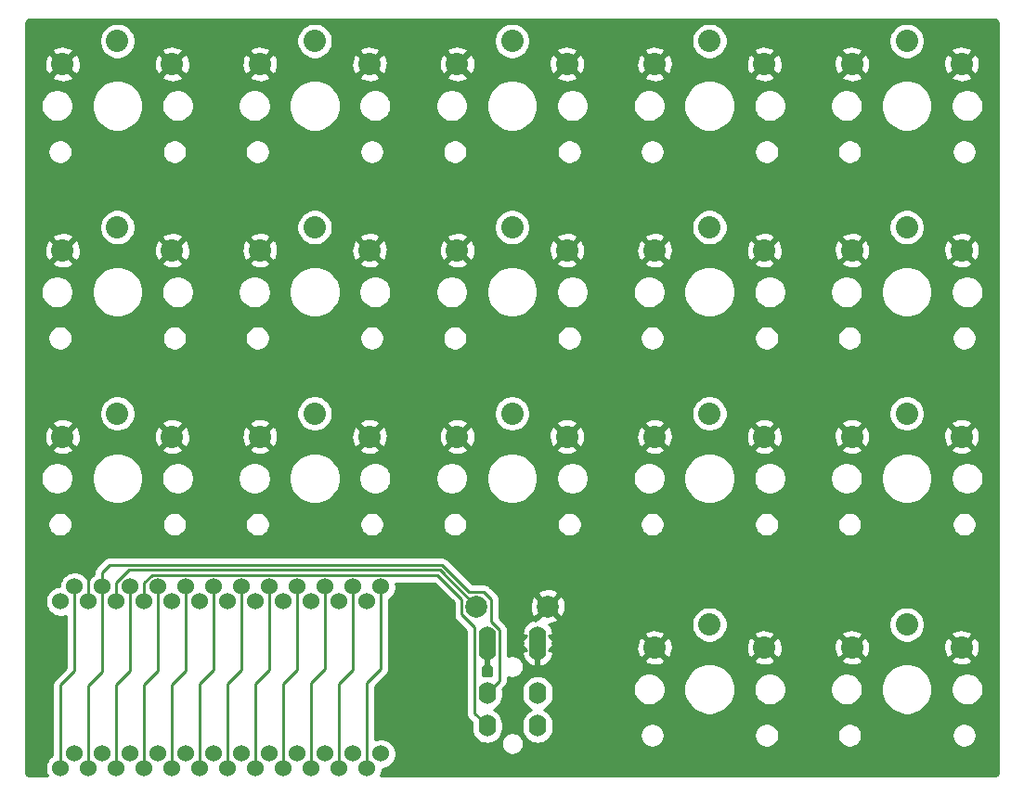
<source format=gbl>
%TF.GenerationSoftware,KiCad,Pcbnew,(5.1.12)-1*%
%TF.CreationDate,2021-11-30T03:04:48-08:00*%
%TF.ProjectId,orthodox_v2,6f727468-6f64-46f7-985f-76322e6b6963,rev?*%
%TF.SameCoordinates,Original*%
%TF.FileFunction,Copper,L2,Bot*%
%TF.FilePolarity,Positive*%
%FSLAX46Y46*%
G04 Gerber Fmt 4.6, Leading zero omitted, Abs format (unit mm)*
G04 Created by KiCad (PCBNEW (5.1.12)-1) date 2021-11-30 03:04:48*
%MOMM*%
%LPD*%
G01*
G04 APERTURE LIST*
%TA.AperFunction,ComponentPad*%
%ADD10C,2.032000*%
%TD*%
%TA.AperFunction,ComponentPad*%
%ADD11O,1.600000X2.000000*%
%TD*%
%TA.AperFunction,ComponentPad*%
%ADD12O,1.000000X1.400000*%
%TD*%
%TA.AperFunction,ComponentPad*%
%ADD13C,2.000000*%
%TD*%
%TA.AperFunction,ComponentPad*%
%ADD14C,1.524000*%
%TD*%
%TA.AperFunction,Conductor*%
%ADD15C,0.250000*%
%TD*%
%TA.AperFunction,Conductor*%
%ADD16C,0.254000*%
%TD*%
%TA.AperFunction,Conductor*%
%ADD17C,0.100000*%
%TD*%
G04 APERTURE END LIST*
D10*
%TO.P,MX6,1*%
%TO.N,S6*%
X128261000Y-105749900D03*
%TO.P,MX6,2*%
%TO.N,GND*%
X133261000Y-107849900D03*
X123261000Y-107849900D03*
%TD*%
D11*
%TO.P,U2,1*%
%TO.N,GND*%
X148581000Y-126154900D03*
%TO.P,U2,2*%
X143981000Y-127254900D03*
%TO.P,U2,4*%
%TO.N,+5V*%
X143981000Y-134254900D03*
%TO.P,U2,3*%
%TO.N,DATA0*%
X143981000Y-131254900D03*
D12*
%TO.P,U2,4*%
%TO.N,+5V*%
X143981000Y-134254900D03*
%TO.P,U2,3*%
%TO.N,DATA0*%
X143981000Y-131254900D03*
%TO.P,U2,2*%
%TO.N,GND*%
X143981000Y-127254900D03*
%TO.P,U2,1*%
X148581000Y-126154900D03*
%TD*%
D10*
%TO.P,MX1,2*%
%TO.N,GND*%
X105261000Y-73849900D03*
X115261000Y-73849900D03*
%TO.P,MX1,1*%
%TO.N,S1*%
X110261000Y-71749900D03*
%TD*%
%TO.P,MX2,1*%
%TO.N,S2*%
X110261000Y-88749900D03*
%TO.P,MX2,2*%
%TO.N,GND*%
X115261000Y-90849900D03*
X105261000Y-90849900D03*
%TD*%
%TO.P,MX3,1*%
%TO.N,S3*%
X110261000Y-105749900D03*
%TO.P,MX3,2*%
%TO.N,GND*%
X115261000Y-107849900D03*
X105261000Y-107849900D03*
%TD*%
%TO.P,MX4,1*%
%TO.N,S4*%
X128261000Y-71749900D03*
%TO.P,MX4,2*%
%TO.N,GND*%
X133261000Y-73849900D03*
X123261000Y-73849900D03*
%TD*%
%TO.P,MX5,2*%
%TO.N,GND*%
X123261000Y-90849900D03*
X133261000Y-90849900D03*
%TO.P,MX5,1*%
%TO.N,S5*%
X128261000Y-88749900D03*
%TD*%
%TO.P,MX7,2*%
%TO.N,GND*%
X141261000Y-73849900D03*
X151261000Y-73849900D03*
%TO.P,MX7,1*%
%TO.N,S7*%
X146261000Y-71749900D03*
%TD*%
%TO.P,MX8,1*%
%TO.N,S8*%
X146261000Y-88749900D03*
%TO.P,MX8,2*%
%TO.N,GND*%
X151261000Y-90849900D03*
X141261000Y-90849900D03*
%TD*%
%TO.P,MX9,1*%
%TO.N,S9*%
X146261000Y-105749900D03*
%TO.P,MX9,2*%
%TO.N,GND*%
X151261000Y-107849900D03*
X141261000Y-107849900D03*
%TD*%
%TO.P,MX10,1*%
%TO.N,S10*%
X164261000Y-71749900D03*
%TO.P,MX10,2*%
%TO.N,GND*%
X169261000Y-73849900D03*
X159261000Y-73849900D03*
%TD*%
%TO.P,MX11,2*%
%TO.N,GND*%
X159261000Y-90849900D03*
X169261000Y-90849900D03*
%TO.P,MX11,1*%
%TO.N,S11*%
X164261000Y-88749900D03*
%TD*%
%TO.P,MX12,1*%
%TO.N,S12*%
X164261000Y-105749900D03*
%TO.P,MX12,2*%
%TO.N,GND*%
X169261000Y-107849900D03*
X159261000Y-107849900D03*
%TD*%
%TO.P,MX13,2*%
%TO.N,GND*%
X159261000Y-127099900D03*
X169261000Y-127099900D03*
%TO.P,MX13,1*%
%TO.N,S13*%
X164261000Y-124999900D03*
%TD*%
%TO.P,MX14,2*%
%TO.N,GND*%
X177261000Y-73849900D03*
X187261000Y-73849900D03*
%TO.P,MX14,1*%
%TO.N,S14*%
X182261000Y-71749900D03*
%TD*%
%TO.P,MX15,1*%
%TO.N,S15*%
X182261000Y-88749900D03*
%TO.P,MX15,2*%
%TO.N,GND*%
X187261000Y-90849900D03*
X177261000Y-90849900D03*
%TD*%
%TO.P,MX16,2*%
%TO.N,GND*%
X177261000Y-107849900D03*
X187261000Y-107849900D03*
%TO.P,MX16,1*%
%TO.N,S16*%
X182261000Y-105749900D03*
%TD*%
%TO.P,MX17,1*%
%TO.N,S17*%
X182261000Y-124999900D03*
%TO.P,MX17,2*%
%TO.N,GND*%
X187261000Y-127099900D03*
X177261000Y-127099900D03*
%TD*%
D13*
%TO.P,SW1,1*%
%TO.N,Net-(SW1-Pad1)*%
X143011000Y-123350000D03*
%TO.P,SW1,2*%
%TO.N,GND*%
X149511000Y-123350000D03*
%TD*%
D14*
%TO.P,U1,24*%
%TO.N,Net-(U1-Pad24)*%
X106353000Y-136799900D03*
%TO.P,U1,23*%
%TO.N,GND*%
X108893000Y-136799900D03*
%TO.P,U1,22*%
%TO.N,Net-(SW1-Pad1)*%
X111433000Y-136799900D03*
%TO.P,U1,21*%
%TO.N,+5V*%
X113973000Y-136799900D03*
%TO.P,U1,20*%
%TO.N,S2*%
X116513000Y-136799900D03*
%TO.P,U1,19*%
%TO.N,S4*%
X119053000Y-136799900D03*
%TO.P,U1,18*%
%TO.N,S6*%
X121593000Y-136799900D03*
%TO.P,U1,17*%
%TO.N,S8*%
X124133000Y-136799900D03*
%TO.P,U1,16*%
%TO.N,S10*%
X126673000Y-136799900D03*
%TO.P,U1,15*%
%TO.N,S12*%
X129213000Y-136799900D03*
%TO.P,U1,14*%
%TO.N,S15*%
X131753000Y-136799900D03*
%TO.P,U1,13*%
%TO.N,S13*%
X134293000Y-136799900D03*
%TO.P,U1,12*%
%TO.N,S17*%
X134293000Y-121559900D03*
%TO.P,U1,11*%
%TO.N,S16*%
X131753000Y-121559900D03*
%TO.P,U1,10*%
%TO.N,S14*%
X129213000Y-121559900D03*
%TO.P,U1,9*%
%TO.N,S11*%
X126673000Y-121559900D03*
%TO.P,U1,8*%
%TO.N,S9*%
X124133000Y-121559900D03*
%TO.P,U1,7*%
%TO.N,S7*%
X121593000Y-121559900D03*
%TO.P,U1,6*%
%TO.N,S5*%
X119053000Y-121559900D03*
%TO.P,U1,5*%
%TO.N,S1*%
X116513000Y-121559900D03*
%TO.P,U1,4*%
%TO.N,Net-(U1-Pad4)*%
X113973000Y-121559900D03*
%TO.P,U1,3*%
%TO.N,Net-(U1-Pad3)*%
X111433000Y-121559900D03*
%TO.P,U1,2*%
%TO.N,DATA0*%
X108893000Y-121559900D03*
%TO.P,U1,1*%
%TO.N,S3*%
X106353000Y-121559900D03*
X105083000Y-138106300D03*
%TO.P,U1,2*%
%TO.N,DATA0*%
X107623000Y-138106300D03*
%TO.P,U1,3*%
%TO.N,Net-(U1-Pad3)*%
X110163000Y-138106300D03*
%TO.P,U1,4*%
%TO.N,Net-(U1-Pad4)*%
X112703000Y-138106300D03*
%TO.P,U1,5*%
%TO.N,S1*%
X115243000Y-138106300D03*
%TO.P,U1,6*%
%TO.N,S5*%
X117783000Y-138106300D03*
%TO.P,U1,7*%
%TO.N,S7*%
X120323000Y-138106300D03*
%TO.P,U1,8*%
%TO.N,S9*%
X122863000Y-138106300D03*
%TO.P,U1,9*%
%TO.N,S11*%
X125403000Y-138106300D03*
%TO.P,U1,10*%
%TO.N,S14*%
X127943000Y-138106300D03*
%TO.P,U1,11*%
%TO.N,S16*%
X130483000Y-138106300D03*
%TO.P,U1,12*%
%TO.N,S17*%
X133023000Y-138106300D03*
%TO.P,U1,13*%
%TO.N,S13*%
X133023000Y-122886300D03*
%TO.P,U1,14*%
%TO.N,S15*%
X130483000Y-122886300D03*
%TO.P,U1,15*%
%TO.N,S12*%
X127943000Y-122886300D03*
%TO.P,U1,16*%
%TO.N,S10*%
X125403000Y-122886300D03*
%TO.P,U1,17*%
%TO.N,S8*%
X122863000Y-122886300D03*
%TO.P,U1,18*%
%TO.N,S6*%
X120323000Y-122886300D03*
%TO.P,U1,19*%
%TO.N,S4*%
X117783000Y-122886300D03*
%TO.P,U1,20*%
%TO.N,S2*%
X115243000Y-122886300D03*
%TO.P,U1,21*%
%TO.N,+5V*%
X112703000Y-122886300D03*
%TO.P,U1,22*%
%TO.N,Net-(SW1-Pad1)*%
X110163000Y-122886300D03*
%TO.P,U1,23*%
%TO.N,GND*%
X107623000Y-122886300D03*
%TO.P,U1,24*%
%TO.N,Net-(U1-Pad24)*%
X105083000Y-122886300D03*
%TD*%
D11*
%TO.P,U3,1*%
%TO.N,GND*%
X143986000Y-126154900D03*
%TO.P,U3,2*%
X148586000Y-127254900D03*
%TO.P,U3,4*%
%TO.N,+5V*%
X148586000Y-134254900D03*
%TO.P,U3,3*%
%TO.N,DATA0*%
X148586000Y-131254900D03*
D12*
%TO.P,U3,4*%
%TO.N,+5V*%
X148586000Y-134254900D03*
%TO.P,U3,3*%
%TO.N,DATA0*%
X148586000Y-131254900D03*
%TO.P,U3,2*%
%TO.N,GND*%
X148586000Y-127254900D03*
%TO.P,U3,1*%
X143986000Y-126154900D03*
%TD*%
D15*
%TO.N,S1*%
X115243000Y-130457000D02*
X115243000Y-138106300D01*
X116513000Y-129187000D02*
X115243000Y-130457000D01*
X116513000Y-121559900D02*
X116513000Y-129187000D01*
%TO.N,GND*%
X107623000Y-110211900D02*
X105261000Y-107849900D01*
X107623000Y-122886300D02*
X107623000Y-110211900D01*
%TO.N,S3*%
X106353000Y-121559900D02*
X106353000Y-129247000D01*
X105083000Y-130517000D02*
X105083000Y-138106300D01*
X106353000Y-129247000D02*
X105083000Y-130517000D01*
%TO.N,S4*%
X119061000Y-136791900D02*
X119053000Y-136799900D01*
%TO.N,S5*%
X117783000Y-130417000D02*
X117783000Y-138106300D01*
X119053000Y-129147000D02*
X117783000Y-130417000D01*
X119053000Y-121559900D02*
X119053000Y-129147000D01*
%TO.N,S6*%
X121461000Y-136667900D02*
X121593000Y-136799900D01*
%TO.N,S7*%
X120323000Y-130423000D02*
X120323000Y-138106300D01*
X121593000Y-129153000D02*
X120323000Y-130423000D01*
X121593000Y-121559900D02*
X121593000Y-129153000D01*
%TO.N,S8*%
X124161000Y-136771900D02*
X124133000Y-136799900D01*
%TO.N,S9*%
X122863000Y-130437000D02*
X122863000Y-138106300D01*
X124133000Y-129167000D02*
X122863000Y-130437000D01*
X124133000Y-121559900D02*
X124133000Y-129167000D01*
%TO.N,S10*%
X126661000Y-136787900D02*
X126673000Y-136799900D01*
%TO.N,S11*%
X125403000Y-130403000D02*
X125403000Y-138106300D01*
X126673000Y-129133000D02*
X125403000Y-130403000D01*
X126673000Y-121559900D02*
X126673000Y-129133000D01*
%TO.N,S12*%
X129161000Y-136747900D02*
X129213000Y-136799900D01*
%TO.N,S13*%
X134161000Y-136667900D02*
X134293000Y-136799900D01*
%TO.N,S14*%
X127943000Y-130343000D02*
X127943000Y-138106300D01*
X129213000Y-129073000D02*
X127943000Y-130343000D01*
X129213000Y-121559900D02*
X129213000Y-129073000D01*
%TO.N,S15*%
X131761000Y-136791900D02*
X131753000Y-136799900D01*
%TO.N,S16*%
X130483000Y-130383000D02*
X130483000Y-138106300D01*
X131753000Y-129113000D02*
X130483000Y-130383000D01*
X131753000Y-121559900D02*
X131753000Y-129113000D01*
%TO.N,S17*%
X133023000Y-130323000D02*
X133023000Y-138106300D01*
X134293000Y-129053000D02*
X133023000Y-130323000D01*
X134293000Y-121559900D02*
X134293000Y-129053000D01*
%TO.N,Net-(SW1-Pad1)*%
X139683889Y-120022889D02*
X143011000Y-123350000D01*
X111361249Y-120022889D02*
X139683889Y-120022889D01*
X110163000Y-121221138D02*
X111361249Y-120022889D01*
X110163000Y-122886300D02*
X110163000Y-121221138D01*
%TO.N,DATA0*%
X144446994Y-130788906D02*
X143981000Y-131254900D01*
X144336001Y-124713897D02*
X145111010Y-125488906D01*
X145111010Y-125488906D02*
X145111010Y-126788990D01*
X144336001Y-122713999D02*
X144336001Y-124713897D01*
X143647001Y-122024999D02*
X144336001Y-122713999D01*
X145106010Y-126793990D02*
X145106010Y-130129890D01*
X142348704Y-122051294D02*
X142374999Y-122024999D01*
X145106010Y-130129890D02*
X143981000Y-131254900D01*
X145111010Y-126788990D02*
X145106010Y-126793990D01*
X139870290Y-119572880D02*
X142348704Y-122051294D01*
X109538021Y-119572879D02*
X139870290Y-119572880D01*
X142374999Y-122024999D02*
X143647001Y-122024999D01*
X108893000Y-120217900D02*
X109538021Y-119572879D01*
X108893000Y-121559900D02*
X108893000Y-120217900D01*
X108893000Y-121559900D02*
X108893000Y-128693000D01*
X108893000Y-128693000D02*
X108900000Y-128700000D01*
X108900000Y-128700000D02*
X108900000Y-129300000D01*
X107623000Y-130577000D02*
X107623000Y-138106300D01*
X108900000Y-129300000D02*
X107623000Y-130577000D01*
%TO.N,Net-(U1-Pad3)*%
X110163000Y-130463000D02*
X110163000Y-138106300D01*
X111433000Y-129193000D02*
X110163000Y-130463000D01*
X111433000Y-121559900D02*
X111433000Y-129193000D01*
%TO.N,Net-(U1-Pad4)*%
X112703000Y-130503000D02*
X112703000Y-138106300D01*
X113973000Y-129233000D02*
X112703000Y-130503000D01*
X113973000Y-121559900D02*
X113973000Y-129233000D01*
%TO.N,+5V*%
X142855990Y-125844010D02*
X142860990Y-125839010D01*
X142855990Y-133129890D02*
X142855990Y-125844010D01*
X143981000Y-134254900D02*
X142855990Y-133129890D01*
X112703000Y-121221138D02*
X112703000Y-122886300D01*
X113451239Y-120472899D02*
X112703000Y-121221138D01*
X139472899Y-120472899D02*
X113451239Y-120472899D01*
X141685999Y-122685999D02*
X139472899Y-120472899D01*
X141685999Y-124085999D02*
X141685999Y-122685999D01*
X142855990Y-125255990D02*
X141685999Y-124085999D01*
X142855990Y-125844010D02*
X142855990Y-125255990D01*
%TD*%
D16*
%TO.N,GND*%
X190326424Y-69819480D02*
X190389356Y-69838480D01*
X190447405Y-69869345D01*
X190498343Y-69910889D01*
X190540248Y-69961544D01*
X190571515Y-70019371D01*
X190590956Y-70082172D01*
X190601000Y-70177735D01*
X190601001Y-136117472D01*
X190601000Y-136117482D01*
X190601001Y-138423111D01*
X190591420Y-138520824D01*
X190572420Y-138583757D01*
X190541554Y-138641806D01*
X190500011Y-138692743D01*
X190449356Y-138734648D01*
X190391529Y-138765915D01*
X190328728Y-138785356D01*
X190233165Y-138795400D01*
X134242715Y-138795400D01*
X134261005Y-138768027D01*
X134366314Y-138513790D01*
X134420000Y-138243892D01*
X134420000Y-138196900D01*
X134430592Y-138196900D01*
X134700490Y-138143214D01*
X134954727Y-138037905D01*
X135183535Y-137885020D01*
X135378120Y-137690435D01*
X135531005Y-137461627D01*
X135636314Y-137207390D01*
X135690000Y-136937492D01*
X135690000Y-136662308D01*
X135636314Y-136392410D01*
X135531005Y-136138173D01*
X135378120Y-135909365D01*
X135183535Y-135714780D01*
X134954727Y-135561895D01*
X134700490Y-135456586D01*
X134430592Y-135402900D01*
X134155408Y-135402900D01*
X133885510Y-135456586D01*
X133783000Y-135499047D01*
X133783000Y-130637801D01*
X134804003Y-129616799D01*
X134833001Y-129593001D01*
X134927974Y-129477276D01*
X134998546Y-129345247D01*
X135042003Y-129201986D01*
X135053000Y-129090333D01*
X135053000Y-129090324D01*
X135056676Y-129053001D01*
X135053000Y-129015678D01*
X135053000Y-122732241D01*
X135183535Y-122645020D01*
X135378120Y-122450435D01*
X135531005Y-122221627D01*
X135636314Y-121967390D01*
X135690000Y-121697492D01*
X135690000Y-121422308D01*
X135652324Y-121232899D01*
X139158098Y-121232899D01*
X140926000Y-123000802D01*
X140925999Y-124048676D01*
X140922323Y-124085999D01*
X140925999Y-124123321D01*
X140925999Y-124123331D01*
X140936996Y-124234984D01*
X140953142Y-124288210D01*
X140980453Y-124378245D01*
X141051025Y-124510275D01*
X141083991Y-124550444D01*
X141145998Y-124626000D01*
X141175002Y-124649803D01*
X142095990Y-125570792D01*
X142095990Y-125806688D01*
X142092314Y-125844010D01*
X142095990Y-125881332D01*
X142095990Y-125881342D01*
X142095991Y-125881352D01*
X142095990Y-133092567D01*
X142092314Y-133129890D01*
X142095990Y-133167212D01*
X142095990Y-133167222D01*
X142106987Y-133278875D01*
X142150183Y-133421277D01*
X142150444Y-133422136D01*
X142221016Y-133554166D01*
X142260861Y-133602716D01*
X142315989Y-133669891D01*
X142344992Y-133693693D01*
X142554043Y-133902745D01*
X142546000Y-133984408D01*
X142546000Y-134525391D01*
X142566764Y-134736208D01*
X142648818Y-135006707D01*
X142782068Y-135256000D01*
X142961392Y-135474507D01*
X143179899Y-135653832D01*
X143429192Y-135787082D01*
X143699691Y-135869136D01*
X143981000Y-135896843D01*
X144262308Y-135869136D01*
X144532807Y-135787082D01*
X144596642Y-135752961D01*
X145246000Y-135752961D01*
X145246000Y-135956839D01*
X145285774Y-136156798D01*
X145363795Y-136345156D01*
X145477063Y-136514674D01*
X145621226Y-136658837D01*
X145790744Y-136772105D01*
X145979102Y-136850126D01*
X146179061Y-136889900D01*
X146387939Y-136889900D01*
X146587898Y-136850126D01*
X146776256Y-136772105D01*
X146945774Y-136658837D01*
X147089937Y-136514674D01*
X147203205Y-136345156D01*
X147281226Y-136156798D01*
X147321000Y-135956839D01*
X147321000Y-135752961D01*
X147281226Y-135553002D01*
X147203205Y-135364644D01*
X147089937Y-135195126D01*
X146945774Y-135050963D01*
X146776256Y-134937695D01*
X146587898Y-134859674D01*
X146387939Y-134819900D01*
X146179061Y-134819900D01*
X145979102Y-134859674D01*
X145790744Y-134937695D01*
X145621226Y-135050963D01*
X145477063Y-135195126D01*
X145363795Y-135364644D01*
X145285774Y-135553002D01*
X145246000Y-135752961D01*
X144596642Y-135752961D01*
X144782100Y-135653832D01*
X145000607Y-135474508D01*
X145179932Y-135256001D01*
X145313182Y-135006708D01*
X145395236Y-134736209D01*
X145416000Y-134525392D01*
X145416000Y-133984409D01*
X145395236Y-133773592D01*
X145313182Y-133503093D01*
X145179932Y-133253799D01*
X145000608Y-133035292D01*
X144782101Y-132855968D01*
X144593016Y-132754900D01*
X144782100Y-132653832D01*
X145000607Y-132474508D01*
X145179932Y-132256001D01*
X145313182Y-132006708D01*
X145395236Y-131736209D01*
X145416000Y-131525392D01*
X145416000Y-130984409D01*
X147151000Y-130984409D01*
X147151000Y-131525392D01*
X147171764Y-131736209D01*
X147253818Y-132006708D01*
X147387068Y-132256001D01*
X147566393Y-132474508D01*
X147784900Y-132653832D01*
X147973984Y-132754900D01*
X147784899Y-132855968D01*
X147566392Y-133035293D01*
X147387068Y-133253800D01*
X147253818Y-133503093D01*
X147171764Y-133773592D01*
X147151000Y-133984409D01*
X147151000Y-134525392D01*
X147171764Y-134736209D01*
X147253818Y-135006708D01*
X147387068Y-135256001D01*
X147566393Y-135474508D01*
X147784900Y-135653832D01*
X148034193Y-135787082D01*
X148304692Y-135869136D01*
X148586000Y-135896843D01*
X148867309Y-135869136D01*
X149137808Y-135787082D01*
X149387101Y-135653832D01*
X149605608Y-135474508D01*
X149784932Y-135256001D01*
X149918182Y-135006707D01*
X149923682Y-134988575D01*
X157910700Y-134988575D01*
X157910700Y-135211225D01*
X157954137Y-135429596D01*
X158039341Y-135635298D01*
X158163039Y-135820424D01*
X158320476Y-135977861D01*
X158505602Y-136101559D01*
X158711304Y-136186763D01*
X158929675Y-136230200D01*
X159152325Y-136230200D01*
X159370696Y-136186763D01*
X159576398Y-136101559D01*
X159761524Y-135977861D01*
X159918961Y-135820424D01*
X160042659Y-135635298D01*
X160127863Y-135429596D01*
X160171300Y-135211225D01*
X160171300Y-134988575D01*
X168350700Y-134988575D01*
X168350700Y-135211225D01*
X168394137Y-135429596D01*
X168479341Y-135635298D01*
X168603039Y-135820424D01*
X168760476Y-135977861D01*
X168945602Y-136101559D01*
X169151304Y-136186763D01*
X169369675Y-136230200D01*
X169592325Y-136230200D01*
X169810696Y-136186763D01*
X170016398Y-136101559D01*
X170201524Y-135977861D01*
X170358961Y-135820424D01*
X170482659Y-135635298D01*
X170567863Y-135429596D01*
X170611300Y-135211225D01*
X170611300Y-134988575D01*
X175910700Y-134988575D01*
X175910700Y-135211225D01*
X175954137Y-135429596D01*
X176039341Y-135635298D01*
X176163039Y-135820424D01*
X176320476Y-135977861D01*
X176505602Y-136101559D01*
X176711304Y-136186763D01*
X176929675Y-136230200D01*
X177152325Y-136230200D01*
X177370696Y-136186763D01*
X177576398Y-136101559D01*
X177761524Y-135977861D01*
X177918961Y-135820424D01*
X178042659Y-135635298D01*
X178127863Y-135429596D01*
X178171300Y-135211225D01*
X178171300Y-134988575D01*
X186350700Y-134988575D01*
X186350700Y-135211225D01*
X186394137Y-135429596D01*
X186479341Y-135635298D01*
X186603039Y-135820424D01*
X186760476Y-135977861D01*
X186945602Y-136101559D01*
X187151304Y-136186763D01*
X187369675Y-136230200D01*
X187592325Y-136230200D01*
X187810696Y-136186763D01*
X188016398Y-136101559D01*
X188201524Y-135977861D01*
X188358961Y-135820424D01*
X188482659Y-135635298D01*
X188567863Y-135429596D01*
X188611300Y-135211225D01*
X188611300Y-134988575D01*
X188567863Y-134770204D01*
X188482659Y-134564502D01*
X188358961Y-134379376D01*
X188201524Y-134221939D01*
X188016398Y-134098241D01*
X187810696Y-134013037D01*
X187592325Y-133969600D01*
X187369675Y-133969600D01*
X187151304Y-134013037D01*
X186945602Y-134098241D01*
X186760476Y-134221939D01*
X186603039Y-134379376D01*
X186479341Y-134564502D01*
X186394137Y-134770204D01*
X186350700Y-134988575D01*
X178171300Y-134988575D01*
X178127863Y-134770204D01*
X178042659Y-134564502D01*
X177918961Y-134379376D01*
X177761524Y-134221939D01*
X177576398Y-134098241D01*
X177370696Y-134013037D01*
X177152325Y-133969600D01*
X176929675Y-133969600D01*
X176711304Y-134013037D01*
X176505602Y-134098241D01*
X176320476Y-134221939D01*
X176163039Y-134379376D01*
X176039341Y-134564502D01*
X175954137Y-134770204D01*
X175910700Y-134988575D01*
X170611300Y-134988575D01*
X170567863Y-134770204D01*
X170482659Y-134564502D01*
X170358961Y-134379376D01*
X170201524Y-134221939D01*
X170016398Y-134098241D01*
X169810696Y-134013037D01*
X169592325Y-133969600D01*
X169369675Y-133969600D01*
X169151304Y-134013037D01*
X168945602Y-134098241D01*
X168760476Y-134221939D01*
X168603039Y-134379376D01*
X168479341Y-134564502D01*
X168394137Y-134770204D01*
X168350700Y-134988575D01*
X160171300Y-134988575D01*
X160127863Y-134770204D01*
X160042659Y-134564502D01*
X159918961Y-134379376D01*
X159761524Y-134221939D01*
X159576398Y-134098241D01*
X159370696Y-134013037D01*
X159152325Y-133969600D01*
X158929675Y-133969600D01*
X158711304Y-134013037D01*
X158505602Y-134098241D01*
X158320476Y-134221939D01*
X158163039Y-134379376D01*
X158039341Y-134564502D01*
X157954137Y-134770204D01*
X157910700Y-134988575D01*
X149923682Y-134988575D01*
X150000236Y-134736208D01*
X150021000Y-134525391D01*
X150021000Y-133984408D01*
X150000236Y-133773591D01*
X149918182Y-133503092D01*
X149784932Y-133253799D01*
X149605607Y-133035292D01*
X149387100Y-132855968D01*
X149198016Y-132754900D01*
X149387101Y-132653832D01*
X149605608Y-132474508D01*
X149784932Y-132256001D01*
X149918182Y-132006707D01*
X150000236Y-131736208D01*
X150021000Y-131525391D01*
X150021000Y-130984408D01*
X150000236Y-130773591D01*
X149994158Y-130753552D01*
X157275100Y-130753552D01*
X157275100Y-131046248D01*
X157332202Y-131333321D01*
X157444212Y-131603738D01*
X157606826Y-131847106D01*
X157813794Y-132054074D01*
X158057162Y-132216688D01*
X158327579Y-132328698D01*
X158614652Y-132385800D01*
X158907348Y-132385800D01*
X159194421Y-132328698D01*
X159464838Y-132216688D01*
X159708206Y-132054074D01*
X159915174Y-131847106D01*
X160077788Y-131603738D01*
X160189798Y-131333321D01*
X160246900Y-131046248D01*
X160246900Y-130753552D01*
X160229982Y-130668494D01*
X161911500Y-130668494D01*
X161911500Y-131131306D01*
X162001790Y-131585224D01*
X162178900Y-132012805D01*
X162436024Y-132397619D01*
X162763281Y-132724876D01*
X163148095Y-132982000D01*
X163575676Y-133159110D01*
X164029594Y-133249400D01*
X164492406Y-133249400D01*
X164946324Y-133159110D01*
X165373905Y-132982000D01*
X165758719Y-132724876D01*
X166085976Y-132397619D01*
X166343100Y-132012805D01*
X166520210Y-131585224D01*
X166610500Y-131131306D01*
X166610500Y-130753552D01*
X168275100Y-130753552D01*
X168275100Y-131046248D01*
X168332202Y-131333321D01*
X168444212Y-131603738D01*
X168606826Y-131847106D01*
X168813794Y-132054074D01*
X169057162Y-132216688D01*
X169327579Y-132328698D01*
X169614652Y-132385800D01*
X169907348Y-132385800D01*
X170194421Y-132328698D01*
X170464838Y-132216688D01*
X170708206Y-132054074D01*
X170915174Y-131847106D01*
X171077788Y-131603738D01*
X171189798Y-131333321D01*
X171246900Y-131046248D01*
X171246900Y-130753552D01*
X175275100Y-130753552D01*
X175275100Y-131046248D01*
X175332202Y-131333321D01*
X175444212Y-131603738D01*
X175606826Y-131847106D01*
X175813794Y-132054074D01*
X176057162Y-132216688D01*
X176327579Y-132328698D01*
X176614652Y-132385800D01*
X176907348Y-132385800D01*
X177194421Y-132328698D01*
X177464838Y-132216688D01*
X177708206Y-132054074D01*
X177915174Y-131847106D01*
X178077788Y-131603738D01*
X178189798Y-131333321D01*
X178246900Y-131046248D01*
X178246900Y-130753552D01*
X178229982Y-130668494D01*
X179911500Y-130668494D01*
X179911500Y-131131306D01*
X180001790Y-131585224D01*
X180178900Y-132012805D01*
X180436024Y-132397619D01*
X180763281Y-132724876D01*
X181148095Y-132982000D01*
X181575676Y-133159110D01*
X182029594Y-133249400D01*
X182492406Y-133249400D01*
X182946324Y-133159110D01*
X183373905Y-132982000D01*
X183758719Y-132724876D01*
X184085976Y-132397619D01*
X184343100Y-132012805D01*
X184520210Y-131585224D01*
X184610500Y-131131306D01*
X184610500Y-130753552D01*
X186275100Y-130753552D01*
X186275100Y-131046248D01*
X186332202Y-131333321D01*
X186444212Y-131603738D01*
X186606826Y-131847106D01*
X186813794Y-132054074D01*
X187057162Y-132216688D01*
X187327579Y-132328698D01*
X187614652Y-132385800D01*
X187907348Y-132385800D01*
X188194421Y-132328698D01*
X188464838Y-132216688D01*
X188708206Y-132054074D01*
X188915174Y-131847106D01*
X189077788Y-131603738D01*
X189189798Y-131333321D01*
X189246900Y-131046248D01*
X189246900Y-130753552D01*
X189189798Y-130466479D01*
X189077788Y-130196062D01*
X188915174Y-129952694D01*
X188708206Y-129745726D01*
X188464838Y-129583112D01*
X188194421Y-129471102D01*
X187907348Y-129414000D01*
X187614652Y-129414000D01*
X187327579Y-129471102D01*
X187057162Y-129583112D01*
X186813794Y-129745726D01*
X186606826Y-129952694D01*
X186444212Y-130196062D01*
X186332202Y-130466479D01*
X186275100Y-130753552D01*
X184610500Y-130753552D01*
X184610500Y-130668494D01*
X184520210Y-130214576D01*
X184343100Y-129786995D01*
X184085976Y-129402181D01*
X183758719Y-129074924D01*
X183373905Y-128817800D01*
X182946324Y-128640690D01*
X182492406Y-128550400D01*
X182029594Y-128550400D01*
X181575676Y-128640690D01*
X181148095Y-128817800D01*
X180763281Y-129074924D01*
X180436024Y-129402181D01*
X180178900Y-129786995D01*
X180001790Y-130214576D01*
X179911500Y-130668494D01*
X178229982Y-130668494D01*
X178189798Y-130466479D01*
X178077788Y-130196062D01*
X177915174Y-129952694D01*
X177708206Y-129745726D01*
X177464838Y-129583112D01*
X177194421Y-129471102D01*
X176907348Y-129414000D01*
X176614652Y-129414000D01*
X176327579Y-129471102D01*
X176057162Y-129583112D01*
X175813794Y-129745726D01*
X175606826Y-129952694D01*
X175444212Y-130196062D01*
X175332202Y-130466479D01*
X175275100Y-130753552D01*
X171246900Y-130753552D01*
X171189798Y-130466479D01*
X171077788Y-130196062D01*
X170915174Y-129952694D01*
X170708206Y-129745726D01*
X170464838Y-129583112D01*
X170194421Y-129471102D01*
X169907348Y-129414000D01*
X169614652Y-129414000D01*
X169327579Y-129471102D01*
X169057162Y-129583112D01*
X168813794Y-129745726D01*
X168606826Y-129952694D01*
X168444212Y-130196062D01*
X168332202Y-130466479D01*
X168275100Y-130753552D01*
X166610500Y-130753552D01*
X166610500Y-130668494D01*
X166520210Y-130214576D01*
X166343100Y-129786995D01*
X166085976Y-129402181D01*
X165758719Y-129074924D01*
X165373905Y-128817800D01*
X164946324Y-128640690D01*
X164492406Y-128550400D01*
X164029594Y-128550400D01*
X163575676Y-128640690D01*
X163148095Y-128817800D01*
X162763281Y-129074924D01*
X162436024Y-129402181D01*
X162178900Y-129786995D01*
X162001790Y-130214576D01*
X161911500Y-130668494D01*
X160229982Y-130668494D01*
X160189798Y-130466479D01*
X160077788Y-130196062D01*
X159915174Y-129952694D01*
X159708206Y-129745726D01*
X159464838Y-129583112D01*
X159194421Y-129471102D01*
X158907348Y-129414000D01*
X158614652Y-129414000D01*
X158327579Y-129471102D01*
X158057162Y-129583112D01*
X157813794Y-129745726D01*
X157606826Y-129952694D01*
X157444212Y-130196062D01*
X157332202Y-130466479D01*
X157275100Y-130753552D01*
X149994158Y-130753552D01*
X149918182Y-130503092D01*
X149784932Y-130253799D01*
X149605607Y-130035292D01*
X149387100Y-129855968D01*
X149137807Y-129722718D01*
X148867308Y-129640664D01*
X148586000Y-129612957D01*
X148304691Y-129640664D01*
X148034192Y-129722718D01*
X147784899Y-129855968D01*
X147566392Y-130035293D01*
X147387068Y-130253800D01*
X147253818Y-130503093D01*
X147171764Y-130773592D01*
X147151000Y-130984409D01*
X145416000Y-130984409D01*
X145407957Y-130902746D01*
X145617018Y-130693685D01*
X145646011Y-130669891D01*
X145669805Y-130640898D01*
X145669809Y-130640894D01*
X145740983Y-130554167D01*
X145740984Y-130554166D01*
X145811556Y-130422137D01*
X145855013Y-130278876D01*
X145866010Y-130167223D01*
X145866010Y-130167214D01*
X145869686Y-130129891D01*
X145866010Y-130092568D01*
X145866010Y-129803281D01*
X145979102Y-129850126D01*
X146179061Y-129889900D01*
X146387939Y-129889900D01*
X146587898Y-129850126D01*
X146776256Y-129772105D01*
X146945774Y-129658837D01*
X147089937Y-129514674D01*
X147203205Y-129345156D01*
X147281226Y-129156798D01*
X147321000Y-128956839D01*
X147321000Y-128752961D01*
X147281226Y-128553002D01*
X147203205Y-128364644D01*
X147089937Y-128195126D01*
X146945774Y-128050963D01*
X146776256Y-127937695D01*
X146587898Y-127859674D01*
X146387939Y-127819900D01*
X146179061Y-127819900D01*
X145979102Y-127859674D01*
X145866010Y-127906519D01*
X145866010Y-126877088D01*
X145871010Y-126826323D01*
X145871010Y-126826313D01*
X145874686Y-126788991D01*
X145871010Y-126751668D01*
X145871010Y-125802013D01*
X147149063Y-125802013D01*
X147301526Y-126027900D01*
X147586389Y-126027900D01*
X147480327Y-126132238D01*
X147378543Y-126281900D01*
X147301526Y-126281900D01*
X147149063Y-126507787D01*
X147192453Y-126716952D01*
X147154063Y-126902013D01*
X147306526Y-127127900D01*
X147373543Y-127127900D01*
X147475327Y-127277562D01*
X147581389Y-127381900D01*
X147306526Y-127381900D01*
X147154063Y-127607787D01*
X147211404Y-127884206D01*
X147321570Y-128144127D01*
X147480327Y-128377562D01*
X147681575Y-128575539D01*
X147917579Y-128730451D01*
X148179270Y-128836344D01*
X148236961Y-128846804D01*
X148459000Y-128724815D01*
X148459000Y-127381900D01*
X148454000Y-127381900D01*
X148454000Y-127127900D01*
X148459000Y-127127900D01*
X148459000Y-126007900D01*
X148708000Y-126007900D01*
X148708000Y-126027900D01*
X148713000Y-126027900D01*
X148713000Y-126281900D01*
X148708000Y-126281900D01*
X148708000Y-127624815D01*
X148713000Y-127627562D01*
X148713000Y-128724815D01*
X148935039Y-128846804D01*
X148992730Y-128836344D01*
X149254421Y-128730451D01*
X149490425Y-128575539D01*
X149691673Y-128377562D01*
X149780655Y-128246723D01*
X158293782Y-128246723D01*
X158391478Y-128512760D01*
X158683821Y-128655248D01*
X158998344Y-128737964D01*
X159322962Y-128757731D01*
X159645198Y-128713788D01*
X159952670Y-128607824D01*
X160130522Y-128512760D01*
X160228218Y-128246723D01*
X168293782Y-128246723D01*
X168391478Y-128512760D01*
X168683821Y-128655248D01*
X168998344Y-128737964D01*
X169322962Y-128757731D01*
X169645198Y-128713788D01*
X169952670Y-128607824D01*
X170130522Y-128512760D01*
X170228218Y-128246723D01*
X176293782Y-128246723D01*
X176391478Y-128512760D01*
X176683821Y-128655248D01*
X176998344Y-128737964D01*
X177322962Y-128757731D01*
X177645198Y-128713788D01*
X177952670Y-128607824D01*
X178130522Y-128512760D01*
X178228218Y-128246723D01*
X186293782Y-128246723D01*
X186391478Y-128512760D01*
X186683821Y-128655248D01*
X186998344Y-128737964D01*
X187322962Y-128757731D01*
X187645198Y-128713788D01*
X187952670Y-128607824D01*
X188130522Y-128512760D01*
X188228218Y-128246723D01*
X187261000Y-127279505D01*
X186293782Y-128246723D01*
X178228218Y-128246723D01*
X177261000Y-127279505D01*
X176293782Y-128246723D01*
X170228218Y-128246723D01*
X169261000Y-127279505D01*
X168293782Y-128246723D01*
X160228218Y-128246723D01*
X159261000Y-127279505D01*
X158293782Y-128246723D01*
X149780655Y-128246723D01*
X149850430Y-128144127D01*
X149960596Y-127884206D01*
X150017937Y-127607787D01*
X149865474Y-127381900D01*
X149580611Y-127381900D01*
X149686673Y-127277562D01*
X149765359Y-127161862D01*
X157603169Y-127161862D01*
X157647112Y-127484098D01*
X157753076Y-127791570D01*
X157848140Y-127969422D01*
X158114177Y-128067118D01*
X159081395Y-127099900D01*
X159440605Y-127099900D01*
X160407823Y-128067118D01*
X160673860Y-127969422D01*
X160816348Y-127677079D01*
X160899064Y-127362556D01*
X160911284Y-127161862D01*
X167603169Y-127161862D01*
X167647112Y-127484098D01*
X167753076Y-127791570D01*
X167848140Y-127969422D01*
X168114177Y-128067118D01*
X169081395Y-127099900D01*
X169440605Y-127099900D01*
X170407823Y-128067118D01*
X170673860Y-127969422D01*
X170816348Y-127677079D01*
X170899064Y-127362556D01*
X170911284Y-127161862D01*
X175603169Y-127161862D01*
X175647112Y-127484098D01*
X175753076Y-127791570D01*
X175848140Y-127969422D01*
X176114177Y-128067118D01*
X177081395Y-127099900D01*
X177440605Y-127099900D01*
X178407823Y-128067118D01*
X178673860Y-127969422D01*
X178816348Y-127677079D01*
X178899064Y-127362556D01*
X178911284Y-127161862D01*
X185603169Y-127161862D01*
X185647112Y-127484098D01*
X185753076Y-127791570D01*
X185848140Y-127969422D01*
X186114177Y-128067118D01*
X187081395Y-127099900D01*
X187440605Y-127099900D01*
X188407823Y-128067118D01*
X188673860Y-127969422D01*
X188816348Y-127677079D01*
X188899064Y-127362556D01*
X188918831Y-127037938D01*
X188874888Y-126715702D01*
X188768924Y-126408230D01*
X188673860Y-126230378D01*
X188407823Y-126132682D01*
X187440605Y-127099900D01*
X187081395Y-127099900D01*
X186114177Y-126132682D01*
X185848140Y-126230378D01*
X185705652Y-126522721D01*
X185622936Y-126837244D01*
X185603169Y-127161862D01*
X178911284Y-127161862D01*
X178918831Y-127037938D01*
X178874888Y-126715702D01*
X178768924Y-126408230D01*
X178673860Y-126230378D01*
X178407823Y-126132682D01*
X177440605Y-127099900D01*
X177081395Y-127099900D01*
X176114177Y-126132682D01*
X175848140Y-126230378D01*
X175705652Y-126522721D01*
X175622936Y-126837244D01*
X175603169Y-127161862D01*
X170911284Y-127161862D01*
X170918831Y-127037938D01*
X170874888Y-126715702D01*
X170768924Y-126408230D01*
X170673860Y-126230378D01*
X170407823Y-126132682D01*
X169440605Y-127099900D01*
X169081395Y-127099900D01*
X168114177Y-126132682D01*
X167848140Y-126230378D01*
X167705652Y-126522721D01*
X167622936Y-126837244D01*
X167603169Y-127161862D01*
X160911284Y-127161862D01*
X160918831Y-127037938D01*
X160874888Y-126715702D01*
X160768924Y-126408230D01*
X160673860Y-126230378D01*
X160407823Y-126132682D01*
X159440605Y-127099900D01*
X159081395Y-127099900D01*
X158114177Y-126132682D01*
X157848140Y-126230378D01*
X157705652Y-126522721D01*
X157622936Y-126837244D01*
X157603169Y-127161862D01*
X149765359Y-127161862D01*
X149788457Y-127127900D01*
X149865474Y-127127900D01*
X150017937Y-126902013D01*
X149974547Y-126692848D01*
X150012937Y-126507787D01*
X149860474Y-126281900D01*
X149793457Y-126281900D01*
X149691673Y-126132238D01*
X149585611Y-126027900D01*
X149860474Y-126027900D01*
X149910975Y-125953077D01*
X158293782Y-125953077D01*
X159261000Y-126920295D01*
X160228218Y-125953077D01*
X160130522Y-125687040D01*
X159838179Y-125544552D01*
X159523656Y-125461836D01*
X159199038Y-125442069D01*
X158876802Y-125486012D01*
X158569330Y-125591976D01*
X158391478Y-125687040D01*
X158293782Y-125953077D01*
X149910975Y-125953077D01*
X150012937Y-125802013D01*
X149955596Y-125525594D01*
X149845430Y-125265673D01*
X149686673Y-125032238D01*
X149636688Y-124983066D01*
X149892675Y-124947961D01*
X150197088Y-124842795D01*
X150207385Y-124837291D01*
X162610000Y-124837291D01*
X162610000Y-125162509D01*
X162673447Y-125481479D01*
X162797903Y-125781942D01*
X162978585Y-126052351D01*
X163208549Y-126282315D01*
X163478958Y-126462997D01*
X163779421Y-126587453D01*
X164098391Y-126650900D01*
X164423609Y-126650900D01*
X164742579Y-126587453D01*
X165043042Y-126462997D01*
X165313451Y-126282315D01*
X165543415Y-126052351D01*
X165609747Y-125953077D01*
X168293782Y-125953077D01*
X169261000Y-126920295D01*
X170228218Y-125953077D01*
X176293782Y-125953077D01*
X177261000Y-126920295D01*
X178228218Y-125953077D01*
X178130522Y-125687040D01*
X177838179Y-125544552D01*
X177523656Y-125461836D01*
X177199038Y-125442069D01*
X176876802Y-125486012D01*
X176569330Y-125591976D01*
X176391478Y-125687040D01*
X176293782Y-125953077D01*
X170228218Y-125953077D01*
X170130522Y-125687040D01*
X169838179Y-125544552D01*
X169523656Y-125461836D01*
X169199038Y-125442069D01*
X168876802Y-125486012D01*
X168569330Y-125591976D01*
X168391478Y-125687040D01*
X168293782Y-125953077D01*
X165609747Y-125953077D01*
X165724097Y-125781942D01*
X165848553Y-125481479D01*
X165912000Y-125162509D01*
X165912000Y-124837291D01*
X180610000Y-124837291D01*
X180610000Y-125162509D01*
X180673447Y-125481479D01*
X180797903Y-125781942D01*
X180978585Y-126052351D01*
X181208549Y-126282315D01*
X181478958Y-126462997D01*
X181779421Y-126587453D01*
X182098391Y-126650900D01*
X182423609Y-126650900D01*
X182742579Y-126587453D01*
X183043042Y-126462997D01*
X183313451Y-126282315D01*
X183543415Y-126052351D01*
X183609747Y-125953077D01*
X186293782Y-125953077D01*
X187261000Y-126920295D01*
X188228218Y-125953077D01*
X188130522Y-125687040D01*
X187838179Y-125544552D01*
X187523656Y-125461836D01*
X187199038Y-125442069D01*
X186876802Y-125486012D01*
X186569330Y-125591976D01*
X186391478Y-125687040D01*
X186293782Y-125953077D01*
X183609747Y-125953077D01*
X183724097Y-125781942D01*
X183848553Y-125481479D01*
X183912000Y-125162509D01*
X183912000Y-124837291D01*
X183848553Y-124518321D01*
X183724097Y-124217858D01*
X183543415Y-123947449D01*
X183313451Y-123717485D01*
X183043042Y-123536803D01*
X182742579Y-123412347D01*
X182423609Y-123348900D01*
X182098391Y-123348900D01*
X181779421Y-123412347D01*
X181478958Y-123536803D01*
X181208549Y-123717485D01*
X180978585Y-123947449D01*
X180797903Y-124217858D01*
X180673447Y-124518321D01*
X180610000Y-124837291D01*
X165912000Y-124837291D01*
X165848553Y-124518321D01*
X165724097Y-124217858D01*
X165543415Y-123947449D01*
X165313451Y-123717485D01*
X165043042Y-123536803D01*
X164742579Y-123412347D01*
X164423609Y-123348900D01*
X164098391Y-123348900D01*
X163779421Y-123412347D01*
X163478958Y-123536803D01*
X163208549Y-123717485D01*
X162978585Y-123947449D01*
X162797903Y-124217858D01*
X162673447Y-124518321D01*
X162610000Y-124837291D01*
X150207385Y-124837291D01*
X150371044Y-124749814D01*
X150466808Y-124485413D01*
X149511000Y-123529605D01*
X148555192Y-124485413D01*
X148567683Y-124519900D01*
X148453998Y-124519900D01*
X148453998Y-124684984D01*
X148231961Y-124562996D01*
X148174270Y-124573456D01*
X147912579Y-124679349D01*
X147676575Y-124834261D01*
X147475327Y-125032238D01*
X147316570Y-125265673D01*
X147206404Y-125525594D01*
X147149063Y-125802013D01*
X145871010Y-125802013D01*
X145871010Y-125526228D01*
X145874686Y-125488905D01*
X145871010Y-125451582D01*
X145871010Y-125451573D01*
X145860013Y-125339920D01*
X145816556Y-125196659D01*
X145745984Y-125064630D01*
X145651011Y-124948905D01*
X145622014Y-124925108D01*
X145096001Y-124399096D01*
X145096001Y-123412595D01*
X147869282Y-123412595D01*
X147913039Y-123731675D01*
X148018205Y-124036088D01*
X148111186Y-124210044D01*
X148375587Y-124305808D01*
X149331395Y-123350000D01*
X149690605Y-123350000D01*
X150646413Y-124305808D01*
X150910814Y-124210044D01*
X151051704Y-123920429D01*
X151133384Y-123608892D01*
X151152718Y-123287405D01*
X151108961Y-122968325D01*
X151003795Y-122663912D01*
X150910814Y-122489956D01*
X150646413Y-122394192D01*
X149690605Y-123350000D01*
X149331395Y-123350000D01*
X148375587Y-122394192D01*
X148111186Y-122489956D01*
X147970296Y-122779571D01*
X147888616Y-123091108D01*
X147869282Y-123412595D01*
X145096001Y-123412595D01*
X145096001Y-122751321D01*
X145099677Y-122713998D01*
X145096001Y-122676675D01*
X145096001Y-122676666D01*
X145085004Y-122565013D01*
X145041547Y-122421752D01*
X145026816Y-122394192D01*
X144970975Y-122289722D01*
X144909313Y-122214587D01*
X148555192Y-122214587D01*
X149511000Y-123170395D01*
X150466808Y-122214587D01*
X150371044Y-121950186D01*
X150081429Y-121809296D01*
X149769892Y-121727616D01*
X149448405Y-121708282D01*
X149129325Y-121752039D01*
X148824912Y-121857205D01*
X148650956Y-121950186D01*
X148555192Y-122214587D01*
X144909313Y-122214587D01*
X144899800Y-122202996D01*
X144876002Y-122173998D01*
X144847005Y-122150201D01*
X144210804Y-121514001D01*
X144187002Y-121484998D01*
X144071277Y-121390025D01*
X143939248Y-121319453D01*
X143795987Y-121275996D01*
X143684334Y-121264999D01*
X143684323Y-121264999D01*
X143647001Y-121261323D01*
X143609679Y-121264999D01*
X142637211Y-121264999D01*
X140434089Y-119061878D01*
X140410291Y-119032880D01*
X140381291Y-119009080D01*
X140294566Y-118937906D01*
X140162536Y-118867334D01*
X140062732Y-118837060D01*
X140019276Y-118823878D01*
X139907623Y-118812881D01*
X139870290Y-118809204D01*
X139832957Y-118812881D01*
X109575343Y-118812879D01*
X109538020Y-118809203D01*
X109500697Y-118812879D01*
X109500689Y-118812879D01*
X109389036Y-118823876D01*
X109245775Y-118867333D01*
X109130797Y-118928791D01*
X109113744Y-118937906D01*
X109027017Y-119009080D01*
X109027008Y-119009089D01*
X108998021Y-119032878D01*
X108974231Y-119061866D01*
X108381997Y-119654102D01*
X108353000Y-119677899D01*
X108329202Y-119706897D01*
X108329201Y-119706898D01*
X108258026Y-119793624D01*
X108187454Y-119925654D01*
X108143998Y-120068915D01*
X108129324Y-120217900D01*
X108133001Y-120255232D01*
X108133001Y-120387559D01*
X108002465Y-120474780D01*
X107807880Y-120669365D01*
X107654995Y-120898173D01*
X107623000Y-120975415D01*
X107591005Y-120898173D01*
X107438120Y-120669365D01*
X107243535Y-120474780D01*
X107014727Y-120321895D01*
X106760490Y-120216586D01*
X106490592Y-120162900D01*
X106215408Y-120162900D01*
X105945510Y-120216586D01*
X105691273Y-120321895D01*
X105462465Y-120474780D01*
X105267880Y-120669365D01*
X105114995Y-120898173D01*
X105009686Y-121152410D01*
X104956000Y-121422308D01*
X104956000Y-121489300D01*
X104945408Y-121489300D01*
X104675510Y-121542986D01*
X104421273Y-121648295D01*
X104192465Y-121801180D01*
X103997880Y-121995765D01*
X103844995Y-122224573D01*
X103739686Y-122478810D01*
X103686000Y-122748708D01*
X103686000Y-123023892D01*
X103739686Y-123293790D01*
X103844995Y-123548027D01*
X103997880Y-123776835D01*
X104192465Y-123971420D01*
X104421273Y-124124305D01*
X104675510Y-124229614D01*
X104945408Y-124283300D01*
X105220592Y-124283300D01*
X105490490Y-124229614D01*
X105593000Y-124187153D01*
X105593001Y-128932197D01*
X104572003Y-129953196D01*
X104542999Y-129976999D01*
X104498885Y-130030753D01*
X104448026Y-130092724D01*
X104392790Y-130196062D01*
X104377454Y-130224754D01*
X104333997Y-130368015D01*
X104323000Y-130479668D01*
X104323000Y-130479678D01*
X104319324Y-130517000D01*
X104323000Y-130554322D01*
X104323001Y-136933959D01*
X104192465Y-137021180D01*
X103997880Y-137215765D01*
X103844995Y-137444573D01*
X103739686Y-137698810D01*
X103686000Y-137968708D01*
X103686000Y-138243892D01*
X103739686Y-138513790D01*
X103844995Y-138768027D01*
X103863285Y-138795400D01*
X102289379Y-138795400D01*
X102191676Y-138785820D01*
X102128743Y-138766820D01*
X102070694Y-138735954D01*
X102019757Y-138694411D01*
X101977852Y-138643756D01*
X101946585Y-138585929D01*
X101927144Y-138523128D01*
X101917147Y-138428012D01*
X101920944Y-136182885D01*
X101921000Y-136182319D01*
X101921000Y-136149934D01*
X101921053Y-136118598D01*
X101921000Y-136118050D01*
X101921000Y-115738575D01*
X103910700Y-115738575D01*
X103910700Y-115961225D01*
X103954137Y-116179596D01*
X104039341Y-116385298D01*
X104163039Y-116570424D01*
X104320476Y-116727861D01*
X104505602Y-116851559D01*
X104711304Y-116936763D01*
X104929675Y-116980200D01*
X105152325Y-116980200D01*
X105370696Y-116936763D01*
X105576398Y-116851559D01*
X105761524Y-116727861D01*
X105918961Y-116570424D01*
X106042659Y-116385298D01*
X106127863Y-116179596D01*
X106171300Y-115961225D01*
X106171300Y-115738575D01*
X114350700Y-115738575D01*
X114350700Y-115961225D01*
X114394137Y-116179596D01*
X114479341Y-116385298D01*
X114603039Y-116570424D01*
X114760476Y-116727861D01*
X114945602Y-116851559D01*
X115151304Y-116936763D01*
X115369675Y-116980200D01*
X115592325Y-116980200D01*
X115810696Y-116936763D01*
X116016398Y-116851559D01*
X116201524Y-116727861D01*
X116358961Y-116570424D01*
X116482659Y-116385298D01*
X116567863Y-116179596D01*
X116611300Y-115961225D01*
X116611300Y-115738575D01*
X121910700Y-115738575D01*
X121910700Y-115961225D01*
X121954137Y-116179596D01*
X122039341Y-116385298D01*
X122163039Y-116570424D01*
X122320476Y-116727861D01*
X122505602Y-116851559D01*
X122711304Y-116936763D01*
X122929675Y-116980200D01*
X123152325Y-116980200D01*
X123370696Y-116936763D01*
X123576398Y-116851559D01*
X123761524Y-116727861D01*
X123918961Y-116570424D01*
X124042659Y-116385298D01*
X124127863Y-116179596D01*
X124171300Y-115961225D01*
X124171300Y-115738575D01*
X132350700Y-115738575D01*
X132350700Y-115961225D01*
X132394137Y-116179596D01*
X132479341Y-116385298D01*
X132603039Y-116570424D01*
X132760476Y-116727861D01*
X132945602Y-116851559D01*
X133151304Y-116936763D01*
X133369675Y-116980200D01*
X133592325Y-116980200D01*
X133810696Y-116936763D01*
X134016398Y-116851559D01*
X134201524Y-116727861D01*
X134358961Y-116570424D01*
X134482659Y-116385298D01*
X134567863Y-116179596D01*
X134611300Y-115961225D01*
X134611300Y-115738575D01*
X139910700Y-115738575D01*
X139910700Y-115961225D01*
X139954137Y-116179596D01*
X140039341Y-116385298D01*
X140163039Y-116570424D01*
X140320476Y-116727861D01*
X140505602Y-116851559D01*
X140711304Y-116936763D01*
X140929675Y-116980200D01*
X141152325Y-116980200D01*
X141370696Y-116936763D01*
X141576398Y-116851559D01*
X141761524Y-116727861D01*
X141918961Y-116570424D01*
X142042659Y-116385298D01*
X142127863Y-116179596D01*
X142171300Y-115961225D01*
X142171300Y-115738575D01*
X150350700Y-115738575D01*
X150350700Y-115961225D01*
X150394137Y-116179596D01*
X150479341Y-116385298D01*
X150603039Y-116570424D01*
X150760476Y-116727861D01*
X150945602Y-116851559D01*
X151151304Y-116936763D01*
X151369675Y-116980200D01*
X151592325Y-116980200D01*
X151810696Y-116936763D01*
X152016398Y-116851559D01*
X152201524Y-116727861D01*
X152358961Y-116570424D01*
X152482659Y-116385298D01*
X152567863Y-116179596D01*
X152611300Y-115961225D01*
X152611300Y-115738575D01*
X157910700Y-115738575D01*
X157910700Y-115961225D01*
X157954137Y-116179596D01*
X158039341Y-116385298D01*
X158163039Y-116570424D01*
X158320476Y-116727861D01*
X158505602Y-116851559D01*
X158711304Y-116936763D01*
X158929675Y-116980200D01*
X159152325Y-116980200D01*
X159370696Y-116936763D01*
X159576398Y-116851559D01*
X159761524Y-116727861D01*
X159918961Y-116570424D01*
X160042659Y-116385298D01*
X160127863Y-116179596D01*
X160171300Y-115961225D01*
X160171300Y-115738575D01*
X168350700Y-115738575D01*
X168350700Y-115961225D01*
X168394137Y-116179596D01*
X168479341Y-116385298D01*
X168603039Y-116570424D01*
X168760476Y-116727861D01*
X168945602Y-116851559D01*
X169151304Y-116936763D01*
X169369675Y-116980200D01*
X169592325Y-116980200D01*
X169810696Y-116936763D01*
X170016398Y-116851559D01*
X170201524Y-116727861D01*
X170358961Y-116570424D01*
X170482659Y-116385298D01*
X170567863Y-116179596D01*
X170611300Y-115961225D01*
X170611300Y-115738575D01*
X175910700Y-115738575D01*
X175910700Y-115961225D01*
X175954137Y-116179596D01*
X176039341Y-116385298D01*
X176163039Y-116570424D01*
X176320476Y-116727861D01*
X176505602Y-116851559D01*
X176711304Y-116936763D01*
X176929675Y-116980200D01*
X177152325Y-116980200D01*
X177370696Y-116936763D01*
X177576398Y-116851559D01*
X177761524Y-116727861D01*
X177918961Y-116570424D01*
X178042659Y-116385298D01*
X178127863Y-116179596D01*
X178171300Y-115961225D01*
X178171300Y-115738575D01*
X186350700Y-115738575D01*
X186350700Y-115961225D01*
X186394137Y-116179596D01*
X186479341Y-116385298D01*
X186603039Y-116570424D01*
X186760476Y-116727861D01*
X186945602Y-116851559D01*
X187151304Y-116936763D01*
X187369675Y-116980200D01*
X187592325Y-116980200D01*
X187810696Y-116936763D01*
X188016398Y-116851559D01*
X188201524Y-116727861D01*
X188358961Y-116570424D01*
X188482659Y-116385298D01*
X188567863Y-116179596D01*
X188611300Y-115961225D01*
X188611300Y-115738575D01*
X188567863Y-115520204D01*
X188482659Y-115314502D01*
X188358961Y-115129376D01*
X188201524Y-114971939D01*
X188016398Y-114848241D01*
X187810696Y-114763037D01*
X187592325Y-114719600D01*
X187369675Y-114719600D01*
X187151304Y-114763037D01*
X186945602Y-114848241D01*
X186760476Y-114971939D01*
X186603039Y-115129376D01*
X186479341Y-115314502D01*
X186394137Y-115520204D01*
X186350700Y-115738575D01*
X178171300Y-115738575D01*
X178127863Y-115520204D01*
X178042659Y-115314502D01*
X177918961Y-115129376D01*
X177761524Y-114971939D01*
X177576398Y-114848241D01*
X177370696Y-114763037D01*
X177152325Y-114719600D01*
X176929675Y-114719600D01*
X176711304Y-114763037D01*
X176505602Y-114848241D01*
X176320476Y-114971939D01*
X176163039Y-115129376D01*
X176039341Y-115314502D01*
X175954137Y-115520204D01*
X175910700Y-115738575D01*
X170611300Y-115738575D01*
X170567863Y-115520204D01*
X170482659Y-115314502D01*
X170358961Y-115129376D01*
X170201524Y-114971939D01*
X170016398Y-114848241D01*
X169810696Y-114763037D01*
X169592325Y-114719600D01*
X169369675Y-114719600D01*
X169151304Y-114763037D01*
X168945602Y-114848241D01*
X168760476Y-114971939D01*
X168603039Y-115129376D01*
X168479341Y-115314502D01*
X168394137Y-115520204D01*
X168350700Y-115738575D01*
X160171300Y-115738575D01*
X160127863Y-115520204D01*
X160042659Y-115314502D01*
X159918961Y-115129376D01*
X159761524Y-114971939D01*
X159576398Y-114848241D01*
X159370696Y-114763037D01*
X159152325Y-114719600D01*
X158929675Y-114719600D01*
X158711304Y-114763037D01*
X158505602Y-114848241D01*
X158320476Y-114971939D01*
X158163039Y-115129376D01*
X158039341Y-115314502D01*
X157954137Y-115520204D01*
X157910700Y-115738575D01*
X152611300Y-115738575D01*
X152567863Y-115520204D01*
X152482659Y-115314502D01*
X152358961Y-115129376D01*
X152201524Y-114971939D01*
X152016398Y-114848241D01*
X151810696Y-114763037D01*
X151592325Y-114719600D01*
X151369675Y-114719600D01*
X151151304Y-114763037D01*
X150945602Y-114848241D01*
X150760476Y-114971939D01*
X150603039Y-115129376D01*
X150479341Y-115314502D01*
X150394137Y-115520204D01*
X150350700Y-115738575D01*
X142171300Y-115738575D01*
X142127863Y-115520204D01*
X142042659Y-115314502D01*
X141918961Y-115129376D01*
X141761524Y-114971939D01*
X141576398Y-114848241D01*
X141370696Y-114763037D01*
X141152325Y-114719600D01*
X140929675Y-114719600D01*
X140711304Y-114763037D01*
X140505602Y-114848241D01*
X140320476Y-114971939D01*
X140163039Y-115129376D01*
X140039341Y-115314502D01*
X139954137Y-115520204D01*
X139910700Y-115738575D01*
X134611300Y-115738575D01*
X134567863Y-115520204D01*
X134482659Y-115314502D01*
X134358961Y-115129376D01*
X134201524Y-114971939D01*
X134016398Y-114848241D01*
X133810696Y-114763037D01*
X133592325Y-114719600D01*
X133369675Y-114719600D01*
X133151304Y-114763037D01*
X132945602Y-114848241D01*
X132760476Y-114971939D01*
X132603039Y-115129376D01*
X132479341Y-115314502D01*
X132394137Y-115520204D01*
X132350700Y-115738575D01*
X124171300Y-115738575D01*
X124127863Y-115520204D01*
X124042659Y-115314502D01*
X123918961Y-115129376D01*
X123761524Y-114971939D01*
X123576398Y-114848241D01*
X123370696Y-114763037D01*
X123152325Y-114719600D01*
X122929675Y-114719600D01*
X122711304Y-114763037D01*
X122505602Y-114848241D01*
X122320476Y-114971939D01*
X122163039Y-115129376D01*
X122039341Y-115314502D01*
X121954137Y-115520204D01*
X121910700Y-115738575D01*
X116611300Y-115738575D01*
X116567863Y-115520204D01*
X116482659Y-115314502D01*
X116358961Y-115129376D01*
X116201524Y-114971939D01*
X116016398Y-114848241D01*
X115810696Y-114763037D01*
X115592325Y-114719600D01*
X115369675Y-114719600D01*
X115151304Y-114763037D01*
X114945602Y-114848241D01*
X114760476Y-114971939D01*
X114603039Y-115129376D01*
X114479341Y-115314502D01*
X114394137Y-115520204D01*
X114350700Y-115738575D01*
X106171300Y-115738575D01*
X106127863Y-115520204D01*
X106042659Y-115314502D01*
X105918961Y-115129376D01*
X105761524Y-114971939D01*
X105576398Y-114848241D01*
X105370696Y-114763037D01*
X105152325Y-114719600D01*
X104929675Y-114719600D01*
X104711304Y-114763037D01*
X104505602Y-114848241D01*
X104320476Y-114971939D01*
X104163039Y-115129376D01*
X104039341Y-115314502D01*
X103954137Y-115520204D01*
X103910700Y-115738575D01*
X101921000Y-115738575D01*
X101921000Y-111503552D01*
X103275100Y-111503552D01*
X103275100Y-111796248D01*
X103332202Y-112083321D01*
X103444212Y-112353738D01*
X103606826Y-112597106D01*
X103813794Y-112804074D01*
X104057162Y-112966688D01*
X104327579Y-113078698D01*
X104614652Y-113135800D01*
X104907348Y-113135800D01*
X105194421Y-113078698D01*
X105464838Y-112966688D01*
X105708206Y-112804074D01*
X105915174Y-112597106D01*
X106077788Y-112353738D01*
X106189798Y-112083321D01*
X106246900Y-111796248D01*
X106246900Y-111503552D01*
X106229982Y-111418494D01*
X107911500Y-111418494D01*
X107911500Y-111881306D01*
X108001790Y-112335224D01*
X108178900Y-112762805D01*
X108436024Y-113147619D01*
X108763281Y-113474876D01*
X109148095Y-113732000D01*
X109575676Y-113909110D01*
X110029594Y-113999400D01*
X110492406Y-113999400D01*
X110946324Y-113909110D01*
X111373905Y-113732000D01*
X111758719Y-113474876D01*
X112085976Y-113147619D01*
X112343100Y-112762805D01*
X112520210Y-112335224D01*
X112610500Y-111881306D01*
X112610500Y-111503552D01*
X114275100Y-111503552D01*
X114275100Y-111796248D01*
X114332202Y-112083321D01*
X114444212Y-112353738D01*
X114606826Y-112597106D01*
X114813794Y-112804074D01*
X115057162Y-112966688D01*
X115327579Y-113078698D01*
X115614652Y-113135800D01*
X115907348Y-113135800D01*
X116194421Y-113078698D01*
X116464838Y-112966688D01*
X116708206Y-112804074D01*
X116915174Y-112597106D01*
X117077788Y-112353738D01*
X117189798Y-112083321D01*
X117246900Y-111796248D01*
X117246900Y-111503552D01*
X121275100Y-111503552D01*
X121275100Y-111796248D01*
X121332202Y-112083321D01*
X121444212Y-112353738D01*
X121606826Y-112597106D01*
X121813794Y-112804074D01*
X122057162Y-112966688D01*
X122327579Y-113078698D01*
X122614652Y-113135800D01*
X122907348Y-113135800D01*
X123194421Y-113078698D01*
X123464838Y-112966688D01*
X123708206Y-112804074D01*
X123915174Y-112597106D01*
X124077788Y-112353738D01*
X124189798Y-112083321D01*
X124246900Y-111796248D01*
X124246900Y-111503552D01*
X124229982Y-111418494D01*
X125911500Y-111418494D01*
X125911500Y-111881306D01*
X126001790Y-112335224D01*
X126178900Y-112762805D01*
X126436024Y-113147619D01*
X126763281Y-113474876D01*
X127148095Y-113732000D01*
X127575676Y-113909110D01*
X128029594Y-113999400D01*
X128492406Y-113999400D01*
X128946324Y-113909110D01*
X129373905Y-113732000D01*
X129758719Y-113474876D01*
X130085976Y-113147619D01*
X130343100Y-112762805D01*
X130520210Y-112335224D01*
X130610500Y-111881306D01*
X130610500Y-111503552D01*
X132275100Y-111503552D01*
X132275100Y-111796248D01*
X132332202Y-112083321D01*
X132444212Y-112353738D01*
X132606826Y-112597106D01*
X132813794Y-112804074D01*
X133057162Y-112966688D01*
X133327579Y-113078698D01*
X133614652Y-113135800D01*
X133907348Y-113135800D01*
X134194421Y-113078698D01*
X134464838Y-112966688D01*
X134708206Y-112804074D01*
X134915174Y-112597106D01*
X135077788Y-112353738D01*
X135189798Y-112083321D01*
X135246900Y-111796248D01*
X135246900Y-111503552D01*
X139275100Y-111503552D01*
X139275100Y-111796248D01*
X139332202Y-112083321D01*
X139444212Y-112353738D01*
X139606826Y-112597106D01*
X139813794Y-112804074D01*
X140057162Y-112966688D01*
X140327579Y-113078698D01*
X140614652Y-113135800D01*
X140907348Y-113135800D01*
X141194421Y-113078698D01*
X141464838Y-112966688D01*
X141708206Y-112804074D01*
X141915174Y-112597106D01*
X142077788Y-112353738D01*
X142189798Y-112083321D01*
X142246900Y-111796248D01*
X142246900Y-111503552D01*
X142229982Y-111418494D01*
X143911500Y-111418494D01*
X143911500Y-111881306D01*
X144001790Y-112335224D01*
X144178900Y-112762805D01*
X144436024Y-113147619D01*
X144763281Y-113474876D01*
X145148095Y-113732000D01*
X145575676Y-113909110D01*
X146029594Y-113999400D01*
X146492406Y-113999400D01*
X146946324Y-113909110D01*
X147373905Y-113732000D01*
X147758719Y-113474876D01*
X148085976Y-113147619D01*
X148343100Y-112762805D01*
X148520210Y-112335224D01*
X148610500Y-111881306D01*
X148610500Y-111503552D01*
X150275100Y-111503552D01*
X150275100Y-111796248D01*
X150332202Y-112083321D01*
X150444212Y-112353738D01*
X150606826Y-112597106D01*
X150813794Y-112804074D01*
X151057162Y-112966688D01*
X151327579Y-113078698D01*
X151614652Y-113135800D01*
X151907348Y-113135800D01*
X152194421Y-113078698D01*
X152464838Y-112966688D01*
X152708206Y-112804074D01*
X152915174Y-112597106D01*
X153077788Y-112353738D01*
X153189798Y-112083321D01*
X153246900Y-111796248D01*
X153246900Y-111503552D01*
X157275100Y-111503552D01*
X157275100Y-111796248D01*
X157332202Y-112083321D01*
X157444212Y-112353738D01*
X157606826Y-112597106D01*
X157813794Y-112804074D01*
X158057162Y-112966688D01*
X158327579Y-113078698D01*
X158614652Y-113135800D01*
X158907348Y-113135800D01*
X159194421Y-113078698D01*
X159464838Y-112966688D01*
X159708206Y-112804074D01*
X159915174Y-112597106D01*
X160077788Y-112353738D01*
X160189798Y-112083321D01*
X160246900Y-111796248D01*
X160246900Y-111503552D01*
X160229982Y-111418494D01*
X161911500Y-111418494D01*
X161911500Y-111881306D01*
X162001790Y-112335224D01*
X162178900Y-112762805D01*
X162436024Y-113147619D01*
X162763281Y-113474876D01*
X163148095Y-113732000D01*
X163575676Y-113909110D01*
X164029594Y-113999400D01*
X164492406Y-113999400D01*
X164946324Y-113909110D01*
X165373905Y-113732000D01*
X165758719Y-113474876D01*
X166085976Y-113147619D01*
X166343100Y-112762805D01*
X166520210Y-112335224D01*
X166610500Y-111881306D01*
X166610500Y-111503552D01*
X168275100Y-111503552D01*
X168275100Y-111796248D01*
X168332202Y-112083321D01*
X168444212Y-112353738D01*
X168606826Y-112597106D01*
X168813794Y-112804074D01*
X169057162Y-112966688D01*
X169327579Y-113078698D01*
X169614652Y-113135800D01*
X169907348Y-113135800D01*
X170194421Y-113078698D01*
X170464838Y-112966688D01*
X170708206Y-112804074D01*
X170915174Y-112597106D01*
X171077788Y-112353738D01*
X171189798Y-112083321D01*
X171246900Y-111796248D01*
X171246900Y-111503552D01*
X175275100Y-111503552D01*
X175275100Y-111796248D01*
X175332202Y-112083321D01*
X175444212Y-112353738D01*
X175606826Y-112597106D01*
X175813794Y-112804074D01*
X176057162Y-112966688D01*
X176327579Y-113078698D01*
X176614652Y-113135800D01*
X176907348Y-113135800D01*
X177194421Y-113078698D01*
X177464838Y-112966688D01*
X177708206Y-112804074D01*
X177915174Y-112597106D01*
X178077788Y-112353738D01*
X178189798Y-112083321D01*
X178246900Y-111796248D01*
X178246900Y-111503552D01*
X178229982Y-111418494D01*
X179911500Y-111418494D01*
X179911500Y-111881306D01*
X180001790Y-112335224D01*
X180178900Y-112762805D01*
X180436024Y-113147619D01*
X180763281Y-113474876D01*
X181148095Y-113732000D01*
X181575676Y-113909110D01*
X182029594Y-113999400D01*
X182492406Y-113999400D01*
X182946324Y-113909110D01*
X183373905Y-113732000D01*
X183758719Y-113474876D01*
X184085976Y-113147619D01*
X184343100Y-112762805D01*
X184520210Y-112335224D01*
X184610500Y-111881306D01*
X184610500Y-111503552D01*
X186275100Y-111503552D01*
X186275100Y-111796248D01*
X186332202Y-112083321D01*
X186444212Y-112353738D01*
X186606826Y-112597106D01*
X186813794Y-112804074D01*
X187057162Y-112966688D01*
X187327579Y-113078698D01*
X187614652Y-113135800D01*
X187907348Y-113135800D01*
X188194421Y-113078698D01*
X188464838Y-112966688D01*
X188708206Y-112804074D01*
X188915174Y-112597106D01*
X189077788Y-112353738D01*
X189189798Y-112083321D01*
X189246900Y-111796248D01*
X189246900Y-111503552D01*
X189189798Y-111216479D01*
X189077788Y-110946062D01*
X188915174Y-110702694D01*
X188708206Y-110495726D01*
X188464838Y-110333112D01*
X188194421Y-110221102D01*
X187907348Y-110164000D01*
X187614652Y-110164000D01*
X187327579Y-110221102D01*
X187057162Y-110333112D01*
X186813794Y-110495726D01*
X186606826Y-110702694D01*
X186444212Y-110946062D01*
X186332202Y-111216479D01*
X186275100Y-111503552D01*
X184610500Y-111503552D01*
X184610500Y-111418494D01*
X184520210Y-110964576D01*
X184343100Y-110536995D01*
X184085976Y-110152181D01*
X183758719Y-109824924D01*
X183373905Y-109567800D01*
X182946324Y-109390690D01*
X182492406Y-109300400D01*
X182029594Y-109300400D01*
X181575676Y-109390690D01*
X181148095Y-109567800D01*
X180763281Y-109824924D01*
X180436024Y-110152181D01*
X180178900Y-110536995D01*
X180001790Y-110964576D01*
X179911500Y-111418494D01*
X178229982Y-111418494D01*
X178189798Y-111216479D01*
X178077788Y-110946062D01*
X177915174Y-110702694D01*
X177708206Y-110495726D01*
X177464838Y-110333112D01*
X177194421Y-110221102D01*
X176907348Y-110164000D01*
X176614652Y-110164000D01*
X176327579Y-110221102D01*
X176057162Y-110333112D01*
X175813794Y-110495726D01*
X175606826Y-110702694D01*
X175444212Y-110946062D01*
X175332202Y-111216479D01*
X175275100Y-111503552D01*
X171246900Y-111503552D01*
X171189798Y-111216479D01*
X171077788Y-110946062D01*
X170915174Y-110702694D01*
X170708206Y-110495726D01*
X170464838Y-110333112D01*
X170194421Y-110221102D01*
X169907348Y-110164000D01*
X169614652Y-110164000D01*
X169327579Y-110221102D01*
X169057162Y-110333112D01*
X168813794Y-110495726D01*
X168606826Y-110702694D01*
X168444212Y-110946062D01*
X168332202Y-111216479D01*
X168275100Y-111503552D01*
X166610500Y-111503552D01*
X166610500Y-111418494D01*
X166520210Y-110964576D01*
X166343100Y-110536995D01*
X166085976Y-110152181D01*
X165758719Y-109824924D01*
X165373905Y-109567800D01*
X164946324Y-109390690D01*
X164492406Y-109300400D01*
X164029594Y-109300400D01*
X163575676Y-109390690D01*
X163148095Y-109567800D01*
X162763281Y-109824924D01*
X162436024Y-110152181D01*
X162178900Y-110536995D01*
X162001790Y-110964576D01*
X161911500Y-111418494D01*
X160229982Y-111418494D01*
X160189798Y-111216479D01*
X160077788Y-110946062D01*
X159915174Y-110702694D01*
X159708206Y-110495726D01*
X159464838Y-110333112D01*
X159194421Y-110221102D01*
X158907348Y-110164000D01*
X158614652Y-110164000D01*
X158327579Y-110221102D01*
X158057162Y-110333112D01*
X157813794Y-110495726D01*
X157606826Y-110702694D01*
X157444212Y-110946062D01*
X157332202Y-111216479D01*
X157275100Y-111503552D01*
X153246900Y-111503552D01*
X153189798Y-111216479D01*
X153077788Y-110946062D01*
X152915174Y-110702694D01*
X152708206Y-110495726D01*
X152464838Y-110333112D01*
X152194421Y-110221102D01*
X151907348Y-110164000D01*
X151614652Y-110164000D01*
X151327579Y-110221102D01*
X151057162Y-110333112D01*
X150813794Y-110495726D01*
X150606826Y-110702694D01*
X150444212Y-110946062D01*
X150332202Y-111216479D01*
X150275100Y-111503552D01*
X148610500Y-111503552D01*
X148610500Y-111418494D01*
X148520210Y-110964576D01*
X148343100Y-110536995D01*
X148085976Y-110152181D01*
X147758719Y-109824924D01*
X147373905Y-109567800D01*
X146946324Y-109390690D01*
X146492406Y-109300400D01*
X146029594Y-109300400D01*
X145575676Y-109390690D01*
X145148095Y-109567800D01*
X144763281Y-109824924D01*
X144436024Y-110152181D01*
X144178900Y-110536995D01*
X144001790Y-110964576D01*
X143911500Y-111418494D01*
X142229982Y-111418494D01*
X142189798Y-111216479D01*
X142077788Y-110946062D01*
X141915174Y-110702694D01*
X141708206Y-110495726D01*
X141464838Y-110333112D01*
X141194421Y-110221102D01*
X140907348Y-110164000D01*
X140614652Y-110164000D01*
X140327579Y-110221102D01*
X140057162Y-110333112D01*
X139813794Y-110495726D01*
X139606826Y-110702694D01*
X139444212Y-110946062D01*
X139332202Y-111216479D01*
X139275100Y-111503552D01*
X135246900Y-111503552D01*
X135189798Y-111216479D01*
X135077788Y-110946062D01*
X134915174Y-110702694D01*
X134708206Y-110495726D01*
X134464838Y-110333112D01*
X134194421Y-110221102D01*
X133907348Y-110164000D01*
X133614652Y-110164000D01*
X133327579Y-110221102D01*
X133057162Y-110333112D01*
X132813794Y-110495726D01*
X132606826Y-110702694D01*
X132444212Y-110946062D01*
X132332202Y-111216479D01*
X132275100Y-111503552D01*
X130610500Y-111503552D01*
X130610500Y-111418494D01*
X130520210Y-110964576D01*
X130343100Y-110536995D01*
X130085976Y-110152181D01*
X129758719Y-109824924D01*
X129373905Y-109567800D01*
X128946324Y-109390690D01*
X128492406Y-109300400D01*
X128029594Y-109300400D01*
X127575676Y-109390690D01*
X127148095Y-109567800D01*
X126763281Y-109824924D01*
X126436024Y-110152181D01*
X126178900Y-110536995D01*
X126001790Y-110964576D01*
X125911500Y-111418494D01*
X124229982Y-111418494D01*
X124189798Y-111216479D01*
X124077788Y-110946062D01*
X123915174Y-110702694D01*
X123708206Y-110495726D01*
X123464838Y-110333112D01*
X123194421Y-110221102D01*
X122907348Y-110164000D01*
X122614652Y-110164000D01*
X122327579Y-110221102D01*
X122057162Y-110333112D01*
X121813794Y-110495726D01*
X121606826Y-110702694D01*
X121444212Y-110946062D01*
X121332202Y-111216479D01*
X121275100Y-111503552D01*
X117246900Y-111503552D01*
X117189798Y-111216479D01*
X117077788Y-110946062D01*
X116915174Y-110702694D01*
X116708206Y-110495726D01*
X116464838Y-110333112D01*
X116194421Y-110221102D01*
X115907348Y-110164000D01*
X115614652Y-110164000D01*
X115327579Y-110221102D01*
X115057162Y-110333112D01*
X114813794Y-110495726D01*
X114606826Y-110702694D01*
X114444212Y-110946062D01*
X114332202Y-111216479D01*
X114275100Y-111503552D01*
X112610500Y-111503552D01*
X112610500Y-111418494D01*
X112520210Y-110964576D01*
X112343100Y-110536995D01*
X112085976Y-110152181D01*
X111758719Y-109824924D01*
X111373905Y-109567800D01*
X110946324Y-109390690D01*
X110492406Y-109300400D01*
X110029594Y-109300400D01*
X109575676Y-109390690D01*
X109148095Y-109567800D01*
X108763281Y-109824924D01*
X108436024Y-110152181D01*
X108178900Y-110536995D01*
X108001790Y-110964576D01*
X107911500Y-111418494D01*
X106229982Y-111418494D01*
X106189798Y-111216479D01*
X106077788Y-110946062D01*
X105915174Y-110702694D01*
X105708206Y-110495726D01*
X105464838Y-110333112D01*
X105194421Y-110221102D01*
X104907348Y-110164000D01*
X104614652Y-110164000D01*
X104327579Y-110221102D01*
X104057162Y-110333112D01*
X103813794Y-110495726D01*
X103606826Y-110702694D01*
X103444212Y-110946062D01*
X103332202Y-111216479D01*
X103275100Y-111503552D01*
X101921000Y-111503552D01*
X101921000Y-108996723D01*
X104293782Y-108996723D01*
X104391478Y-109262760D01*
X104683821Y-109405248D01*
X104998344Y-109487964D01*
X105322962Y-109507731D01*
X105645198Y-109463788D01*
X105952670Y-109357824D01*
X106130522Y-109262760D01*
X106228218Y-108996723D01*
X114293782Y-108996723D01*
X114391478Y-109262760D01*
X114683821Y-109405248D01*
X114998344Y-109487964D01*
X115322962Y-109507731D01*
X115645198Y-109463788D01*
X115952670Y-109357824D01*
X116130522Y-109262760D01*
X116228218Y-108996723D01*
X122293782Y-108996723D01*
X122391478Y-109262760D01*
X122683821Y-109405248D01*
X122998344Y-109487964D01*
X123322962Y-109507731D01*
X123645198Y-109463788D01*
X123952670Y-109357824D01*
X124130522Y-109262760D01*
X124228218Y-108996723D01*
X132293782Y-108996723D01*
X132391478Y-109262760D01*
X132683821Y-109405248D01*
X132998344Y-109487964D01*
X133322962Y-109507731D01*
X133645198Y-109463788D01*
X133952670Y-109357824D01*
X134130522Y-109262760D01*
X134228218Y-108996723D01*
X140293782Y-108996723D01*
X140391478Y-109262760D01*
X140683821Y-109405248D01*
X140998344Y-109487964D01*
X141322962Y-109507731D01*
X141645198Y-109463788D01*
X141952670Y-109357824D01*
X142130522Y-109262760D01*
X142228218Y-108996723D01*
X150293782Y-108996723D01*
X150391478Y-109262760D01*
X150683821Y-109405248D01*
X150998344Y-109487964D01*
X151322962Y-109507731D01*
X151645198Y-109463788D01*
X151952670Y-109357824D01*
X152130522Y-109262760D01*
X152228218Y-108996723D01*
X158293782Y-108996723D01*
X158391478Y-109262760D01*
X158683821Y-109405248D01*
X158998344Y-109487964D01*
X159322962Y-109507731D01*
X159645198Y-109463788D01*
X159952670Y-109357824D01*
X160130522Y-109262760D01*
X160228218Y-108996723D01*
X168293782Y-108996723D01*
X168391478Y-109262760D01*
X168683821Y-109405248D01*
X168998344Y-109487964D01*
X169322962Y-109507731D01*
X169645198Y-109463788D01*
X169952670Y-109357824D01*
X170130522Y-109262760D01*
X170228218Y-108996723D01*
X176293782Y-108996723D01*
X176391478Y-109262760D01*
X176683821Y-109405248D01*
X176998344Y-109487964D01*
X177322962Y-109507731D01*
X177645198Y-109463788D01*
X177952670Y-109357824D01*
X178130522Y-109262760D01*
X178228218Y-108996723D01*
X186293782Y-108996723D01*
X186391478Y-109262760D01*
X186683821Y-109405248D01*
X186998344Y-109487964D01*
X187322962Y-109507731D01*
X187645198Y-109463788D01*
X187952670Y-109357824D01*
X188130522Y-109262760D01*
X188228218Y-108996723D01*
X187261000Y-108029505D01*
X186293782Y-108996723D01*
X178228218Y-108996723D01*
X177261000Y-108029505D01*
X176293782Y-108996723D01*
X170228218Y-108996723D01*
X169261000Y-108029505D01*
X168293782Y-108996723D01*
X160228218Y-108996723D01*
X159261000Y-108029505D01*
X158293782Y-108996723D01*
X152228218Y-108996723D01*
X151261000Y-108029505D01*
X150293782Y-108996723D01*
X142228218Y-108996723D01*
X141261000Y-108029505D01*
X140293782Y-108996723D01*
X134228218Y-108996723D01*
X133261000Y-108029505D01*
X132293782Y-108996723D01*
X124228218Y-108996723D01*
X123261000Y-108029505D01*
X122293782Y-108996723D01*
X116228218Y-108996723D01*
X115261000Y-108029505D01*
X114293782Y-108996723D01*
X106228218Y-108996723D01*
X105261000Y-108029505D01*
X104293782Y-108996723D01*
X101921000Y-108996723D01*
X101921000Y-107911862D01*
X103603169Y-107911862D01*
X103647112Y-108234098D01*
X103753076Y-108541570D01*
X103848140Y-108719422D01*
X104114177Y-108817118D01*
X105081395Y-107849900D01*
X105440605Y-107849900D01*
X106407823Y-108817118D01*
X106673860Y-108719422D01*
X106816348Y-108427079D01*
X106899064Y-108112556D01*
X106911284Y-107911862D01*
X113603169Y-107911862D01*
X113647112Y-108234098D01*
X113753076Y-108541570D01*
X113848140Y-108719422D01*
X114114177Y-108817118D01*
X115081395Y-107849900D01*
X115440605Y-107849900D01*
X116407823Y-108817118D01*
X116673860Y-108719422D01*
X116816348Y-108427079D01*
X116899064Y-108112556D01*
X116911284Y-107911862D01*
X121603169Y-107911862D01*
X121647112Y-108234098D01*
X121753076Y-108541570D01*
X121848140Y-108719422D01*
X122114177Y-108817118D01*
X123081395Y-107849900D01*
X123440605Y-107849900D01*
X124407823Y-108817118D01*
X124673860Y-108719422D01*
X124816348Y-108427079D01*
X124899064Y-108112556D01*
X124911284Y-107911862D01*
X131603169Y-107911862D01*
X131647112Y-108234098D01*
X131753076Y-108541570D01*
X131848140Y-108719422D01*
X132114177Y-108817118D01*
X133081395Y-107849900D01*
X133440605Y-107849900D01*
X134407823Y-108817118D01*
X134673860Y-108719422D01*
X134816348Y-108427079D01*
X134899064Y-108112556D01*
X134911284Y-107911862D01*
X139603169Y-107911862D01*
X139647112Y-108234098D01*
X139753076Y-108541570D01*
X139848140Y-108719422D01*
X140114177Y-108817118D01*
X141081395Y-107849900D01*
X141440605Y-107849900D01*
X142407823Y-108817118D01*
X142673860Y-108719422D01*
X142816348Y-108427079D01*
X142899064Y-108112556D01*
X142911284Y-107911862D01*
X149603169Y-107911862D01*
X149647112Y-108234098D01*
X149753076Y-108541570D01*
X149848140Y-108719422D01*
X150114177Y-108817118D01*
X151081395Y-107849900D01*
X151440605Y-107849900D01*
X152407823Y-108817118D01*
X152673860Y-108719422D01*
X152816348Y-108427079D01*
X152899064Y-108112556D01*
X152911284Y-107911862D01*
X157603169Y-107911862D01*
X157647112Y-108234098D01*
X157753076Y-108541570D01*
X157848140Y-108719422D01*
X158114177Y-108817118D01*
X159081395Y-107849900D01*
X159440605Y-107849900D01*
X160407823Y-108817118D01*
X160673860Y-108719422D01*
X160816348Y-108427079D01*
X160899064Y-108112556D01*
X160911284Y-107911862D01*
X167603169Y-107911862D01*
X167647112Y-108234098D01*
X167753076Y-108541570D01*
X167848140Y-108719422D01*
X168114177Y-108817118D01*
X169081395Y-107849900D01*
X169440605Y-107849900D01*
X170407823Y-108817118D01*
X170673860Y-108719422D01*
X170816348Y-108427079D01*
X170899064Y-108112556D01*
X170911284Y-107911862D01*
X175603169Y-107911862D01*
X175647112Y-108234098D01*
X175753076Y-108541570D01*
X175848140Y-108719422D01*
X176114177Y-108817118D01*
X177081395Y-107849900D01*
X177440605Y-107849900D01*
X178407823Y-108817118D01*
X178673860Y-108719422D01*
X178816348Y-108427079D01*
X178899064Y-108112556D01*
X178911284Y-107911862D01*
X185603169Y-107911862D01*
X185647112Y-108234098D01*
X185753076Y-108541570D01*
X185848140Y-108719422D01*
X186114177Y-108817118D01*
X187081395Y-107849900D01*
X187440605Y-107849900D01*
X188407823Y-108817118D01*
X188673860Y-108719422D01*
X188816348Y-108427079D01*
X188899064Y-108112556D01*
X188918831Y-107787938D01*
X188874888Y-107465702D01*
X188768924Y-107158230D01*
X188673860Y-106980378D01*
X188407823Y-106882682D01*
X187440605Y-107849900D01*
X187081395Y-107849900D01*
X186114177Y-106882682D01*
X185848140Y-106980378D01*
X185705652Y-107272721D01*
X185622936Y-107587244D01*
X185603169Y-107911862D01*
X178911284Y-107911862D01*
X178918831Y-107787938D01*
X178874888Y-107465702D01*
X178768924Y-107158230D01*
X178673860Y-106980378D01*
X178407823Y-106882682D01*
X177440605Y-107849900D01*
X177081395Y-107849900D01*
X176114177Y-106882682D01*
X175848140Y-106980378D01*
X175705652Y-107272721D01*
X175622936Y-107587244D01*
X175603169Y-107911862D01*
X170911284Y-107911862D01*
X170918831Y-107787938D01*
X170874888Y-107465702D01*
X170768924Y-107158230D01*
X170673860Y-106980378D01*
X170407823Y-106882682D01*
X169440605Y-107849900D01*
X169081395Y-107849900D01*
X168114177Y-106882682D01*
X167848140Y-106980378D01*
X167705652Y-107272721D01*
X167622936Y-107587244D01*
X167603169Y-107911862D01*
X160911284Y-107911862D01*
X160918831Y-107787938D01*
X160874888Y-107465702D01*
X160768924Y-107158230D01*
X160673860Y-106980378D01*
X160407823Y-106882682D01*
X159440605Y-107849900D01*
X159081395Y-107849900D01*
X158114177Y-106882682D01*
X157848140Y-106980378D01*
X157705652Y-107272721D01*
X157622936Y-107587244D01*
X157603169Y-107911862D01*
X152911284Y-107911862D01*
X152918831Y-107787938D01*
X152874888Y-107465702D01*
X152768924Y-107158230D01*
X152673860Y-106980378D01*
X152407823Y-106882682D01*
X151440605Y-107849900D01*
X151081395Y-107849900D01*
X150114177Y-106882682D01*
X149848140Y-106980378D01*
X149705652Y-107272721D01*
X149622936Y-107587244D01*
X149603169Y-107911862D01*
X142911284Y-107911862D01*
X142918831Y-107787938D01*
X142874888Y-107465702D01*
X142768924Y-107158230D01*
X142673860Y-106980378D01*
X142407823Y-106882682D01*
X141440605Y-107849900D01*
X141081395Y-107849900D01*
X140114177Y-106882682D01*
X139848140Y-106980378D01*
X139705652Y-107272721D01*
X139622936Y-107587244D01*
X139603169Y-107911862D01*
X134911284Y-107911862D01*
X134918831Y-107787938D01*
X134874888Y-107465702D01*
X134768924Y-107158230D01*
X134673860Y-106980378D01*
X134407823Y-106882682D01*
X133440605Y-107849900D01*
X133081395Y-107849900D01*
X132114177Y-106882682D01*
X131848140Y-106980378D01*
X131705652Y-107272721D01*
X131622936Y-107587244D01*
X131603169Y-107911862D01*
X124911284Y-107911862D01*
X124918831Y-107787938D01*
X124874888Y-107465702D01*
X124768924Y-107158230D01*
X124673860Y-106980378D01*
X124407823Y-106882682D01*
X123440605Y-107849900D01*
X123081395Y-107849900D01*
X122114177Y-106882682D01*
X121848140Y-106980378D01*
X121705652Y-107272721D01*
X121622936Y-107587244D01*
X121603169Y-107911862D01*
X116911284Y-107911862D01*
X116918831Y-107787938D01*
X116874888Y-107465702D01*
X116768924Y-107158230D01*
X116673860Y-106980378D01*
X116407823Y-106882682D01*
X115440605Y-107849900D01*
X115081395Y-107849900D01*
X114114177Y-106882682D01*
X113848140Y-106980378D01*
X113705652Y-107272721D01*
X113622936Y-107587244D01*
X113603169Y-107911862D01*
X106911284Y-107911862D01*
X106918831Y-107787938D01*
X106874888Y-107465702D01*
X106768924Y-107158230D01*
X106673860Y-106980378D01*
X106407823Y-106882682D01*
X105440605Y-107849900D01*
X105081395Y-107849900D01*
X104114177Y-106882682D01*
X103848140Y-106980378D01*
X103705652Y-107272721D01*
X103622936Y-107587244D01*
X103603169Y-107911862D01*
X101921000Y-107911862D01*
X101921000Y-106703077D01*
X104293782Y-106703077D01*
X105261000Y-107670295D01*
X106228218Y-106703077D01*
X106130522Y-106437040D01*
X105838179Y-106294552D01*
X105523656Y-106211836D01*
X105199038Y-106192069D01*
X104876802Y-106236012D01*
X104569330Y-106341976D01*
X104391478Y-106437040D01*
X104293782Y-106703077D01*
X101921000Y-106703077D01*
X101921000Y-105587291D01*
X108610000Y-105587291D01*
X108610000Y-105912509D01*
X108673447Y-106231479D01*
X108797903Y-106531942D01*
X108978585Y-106802351D01*
X109208549Y-107032315D01*
X109478958Y-107212997D01*
X109779421Y-107337453D01*
X110098391Y-107400900D01*
X110423609Y-107400900D01*
X110742579Y-107337453D01*
X111043042Y-107212997D01*
X111313451Y-107032315D01*
X111543415Y-106802351D01*
X111609747Y-106703077D01*
X114293782Y-106703077D01*
X115261000Y-107670295D01*
X116228218Y-106703077D01*
X122293782Y-106703077D01*
X123261000Y-107670295D01*
X124228218Y-106703077D01*
X124130522Y-106437040D01*
X123838179Y-106294552D01*
X123523656Y-106211836D01*
X123199038Y-106192069D01*
X122876802Y-106236012D01*
X122569330Y-106341976D01*
X122391478Y-106437040D01*
X122293782Y-106703077D01*
X116228218Y-106703077D01*
X116130522Y-106437040D01*
X115838179Y-106294552D01*
X115523656Y-106211836D01*
X115199038Y-106192069D01*
X114876802Y-106236012D01*
X114569330Y-106341976D01*
X114391478Y-106437040D01*
X114293782Y-106703077D01*
X111609747Y-106703077D01*
X111724097Y-106531942D01*
X111848553Y-106231479D01*
X111912000Y-105912509D01*
X111912000Y-105587291D01*
X126610000Y-105587291D01*
X126610000Y-105912509D01*
X126673447Y-106231479D01*
X126797903Y-106531942D01*
X126978585Y-106802351D01*
X127208549Y-107032315D01*
X127478958Y-107212997D01*
X127779421Y-107337453D01*
X128098391Y-107400900D01*
X128423609Y-107400900D01*
X128742579Y-107337453D01*
X129043042Y-107212997D01*
X129313451Y-107032315D01*
X129543415Y-106802351D01*
X129609747Y-106703077D01*
X132293782Y-106703077D01*
X133261000Y-107670295D01*
X134228218Y-106703077D01*
X140293782Y-106703077D01*
X141261000Y-107670295D01*
X142228218Y-106703077D01*
X142130522Y-106437040D01*
X141838179Y-106294552D01*
X141523656Y-106211836D01*
X141199038Y-106192069D01*
X140876802Y-106236012D01*
X140569330Y-106341976D01*
X140391478Y-106437040D01*
X140293782Y-106703077D01*
X134228218Y-106703077D01*
X134130522Y-106437040D01*
X133838179Y-106294552D01*
X133523656Y-106211836D01*
X133199038Y-106192069D01*
X132876802Y-106236012D01*
X132569330Y-106341976D01*
X132391478Y-106437040D01*
X132293782Y-106703077D01*
X129609747Y-106703077D01*
X129724097Y-106531942D01*
X129848553Y-106231479D01*
X129912000Y-105912509D01*
X129912000Y-105587291D01*
X144610000Y-105587291D01*
X144610000Y-105912509D01*
X144673447Y-106231479D01*
X144797903Y-106531942D01*
X144978585Y-106802351D01*
X145208549Y-107032315D01*
X145478958Y-107212997D01*
X145779421Y-107337453D01*
X146098391Y-107400900D01*
X146423609Y-107400900D01*
X146742579Y-107337453D01*
X147043042Y-107212997D01*
X147313451Y-107032315D01*
X147543415Y-106802351D01*
X147609747Y-106703077D01*
X150293782Y-106703077D01*
X151261000Y-107670295D01*
X152228218Y-106703077D01*
X158293782Y-106703077D01*
X159261000Y-107670295D01*
X160228218Y-106703077D01*
X160130522Y-106437040D01*
X159838179Y-106294552D01*
X159523656Y-106211836D01*
X159199038Y-106192069D01*
X158876802Y-106236012D01*
X158569330Y-106341976D01*
X158391478Y-106437040D01*
X158293782Y-106703077D01*
X152228218Y-106703077D01*
X152130522Y-106437040D01*
X151838179Y-106294552D01*
X151523656Y-106211836D01*
X151199038Y-106192069D01*
X150876802Y-106236012D01*
X150569330Y-106341976D01*
X150391478Y-106437040D01*
X150293782Y-106703077D01*
X147609747Y-106703077D01*
X147724097Y-106531942D01*
X147848553Y-106231479D01*
X147912000Y-105912509D01*
X147912000Y-105587291D01*
X162610000Y-105587291D01*
X162610000Y-105912509D01*
X162673447Y-106231479D01*
X162797903Y-106531942D01*
X162978585Y-106802351D01*
X163208549Y-107032315D01*
X163478958Y-107212997D01*
X163779421Y-107337453D01*
X164098391Y-107400900D01*
X164423609Y-107400900D01*
X164742579Y-107337453D01*
X165043042Y-107212997D01*
X165313451Y-107032315D01*
X165543415Y-106802351D01*
X165609747Y-106703077D01*
X168293782Y-106703077D01*
X169261000Y-107670295D01*
X170228218Y-106703077D01*
X176293782Y-106703077D01*
X177261000Y-107670295D01*
X178228218Y-106703077D01*
X178130522Y-106437040D01*
X177838179Y-106294552D01*
X177523656Y-106211836D01*
X177199038Y-106192069D01*
X176876802Y-106236012D01*
X176569330Y-106341976D01*
X176391478Y-106437040D01*
X176293782Y-106703077D01*
X170228218Y-106703077D01*
X170130522Y-106437040D01*
X169838179Y-106294552D01*
X169523656Y-106211836D01*
X169199038Y-106192069D01*
X168876802Y-106236012D01*
X168569330Y-106341976D01*
X168391478Y-106437040D01*
X168293782Y-106703077D01*
X165609747Y-106703077D01*
X165724097Y-106531942D01*
X165848553Y-106231479D01*
X165912000Y-105912509D01*
X165912000Y-105587291D01*
X180610000Y-105587291D01*
X180610000Y-105912509D01*
X180673447Y-106231479D01*
X180797903Y-106531942D01*
X180978585Y-106802351D01*
X181208549Y-107032315D01*
X181478958Y-107212997D01*
X181779421Y-107337453D01*
X182098391Y-107400900D01*
X182423609Y-107400900D01*
X182742579Y-107337453D01*
X183043042Y-107212997D01*
X183313451Y-107032315D01*
X183543415Y-106802351D01*
X183609747Y-106703077D01*
X186293782Y-106703077D01*
X187261000Y-107670295D01*
X188228218Y-106703077D01*
X188130522Y-106437040D01*
X187838179Y-106294552D01*
X187523656Y-106211836D01*
X187199038Y-106192069D01*
X186876802Y-106236012D01*
X186569330Y-106341976D01*
X186391478Y-106437040D01*
X186293782Y-106703077D01*
X183609747Y-106703077D01*
X183724097Y-106531942D01*
X183848553Y-106231479D01*
X183912000Y-105912509D01*
X183912000Y-105587291D01*
X183848553Y-105268321D01*
X183724097Y-104967858D01*
X183543415Y-104697449D01*
X183313451Y-104467485D01*
X183043042Y-104286803D01*
X182742579Y-104162347D01*
X182423609Y-104098900D01*
X182098391Y-104098900D01*
X181779421Y-104162347D01*
X181478958Y-104286803D01*
X181208549Y-104467485D01*
X180978585Y-104697449D01*
X180797903Y-104967858D01*
X180673447Y-105268321D01*
X180610000Y-105587291D01*
X165912000Y-105587291D01*
X165848553Y-105268321D01*
X165724097Y-104967858D01*
X165543415Y-104697449D01*
X165313451Y-104467485D01*
X165043042Y-104286803D01*
X164742579Y-104162347D01*
X164423609Y-104098900D01*
X164098391Y-104098900D01*
X163779421Y-104162347D01*
X163478958Y-104286803D01*
X163208549Y-104467485D01*
X162978585Y-104697449D01*
X162797903Y-104967858D01*
X162673447Y-105268321D01*
X162610000Y-105587291D01*
X147912000Y-105587291D01*
X147848553Y-105268321D01*
X147724097Y-104967858D01*
X147543415Y-104697449D01*
X147313451Y-104467485D01*
X147043042Y-104286803D01*
X146742579Y-104162347D01*
X146423609Y-104098900D01*
X146098391Y-104098900D01*
X145779421Y-104162347D01*
X145478958Y-104286803D01*
X145208549Y-104467485D01*
X144978585Y-104697449D01*
X144797903Y-104967858D01*
X144673447Y-105268321D01*
X144610000Y-105587291D01*
X129912000Y-105587291D01*
X129848553Y-105268321D01*
X129724097Y-104967858D01*
X129543415Y-104697449D01*
X129313451Y-104467485D01*
X129043042Y-104286803D01*
X128742579Y-104162347D01*
X128423609Y-104098900D01*
X128098391Y-104098900D01*
X127779421Y-104162347D01*
X127478958Y-104286803D01*
X127208549Y-104467485D01*
X126978585Y-104697449D01*
X126797903Y-104967858D01*
X126673447Y-105268321D01*
X126610000Y-105587291D01*
X111912000Y-105587291D01*
X111848553Y-105268321D01*
X111724097Y-104967858D01*
X111543415Y-104697449D01*
X111313451Y-104467485D01*
X111043042Y-104286803D01*
X110742579Y-104162347D01*
X110423609Y-104098900D01*
X110098391Y-104098900D01*
X109779421Y-104162347D01*
X109478958Y-104286803D01*
X109208549Y-104467485D01*
X108978585Y-104697449D01*
X108797903Y-104967858D01*
X108673447Y-105268321D01*
X108610000Y-105587291D01*
X101921000Y-105587291D01*
X101921000Y-98738575D01*
X103910700Y-98738575D01*
X103910700Y-98961225D01*
X103954137Y-99179596D01*
X104039341Y-99385298D01*
X104163039Y-99570424D01*
X104320476Y-99727861D01*
X104505602Y-99851559D01*
X104711304Y-99936763D01*
X104929675Y-99980200D01*
X105152325Y-99980200D01*
X105370696Y-99936763D01*
X105576398Y-99851559D01*
X105761524Y-99727861D01*
X105918961Y-99570424D01*
X106042659Y-99385298D01*
X106127863Y-99179596D01*
X106171300Y-98961225D01*
X106171300Y-98738575D01*
X114350700Y-98738575D01*
X114350700Y-98961225D01*
X114394137Y-99179596D01*
X114479341Y-99385298D01*
X114603039Y-99570424D01*
X114760476Y-99727861D01*
X114945602Y-99851559D01*
X115151304Y-99936763D01*
X115369675Y-99980200D01*
X115592325Y-99980200D01*
X115810696Y-99936763D01*
X116016398Y-99851559D01*
X116201524Y-99727861D01*
X116358961Y-99570424D01*
X116482659Y-99385298D01*
X116567863Y-99179596D01*
X116611300Y-98961225D01*
X116611300Y-98738575D01*
X121910700Y-98738575D01*
X121910700Y-98961225D01*
X121954137Y-99179596D01*
X122039341Y-99385298D01*
X122163039Y-99570424D01*
X122320476Y-99727861D01*
X122505602Y-99851559D01*
X122711304Y-99936763D01*
X122929675Y-99980200D01*
X123152325Y-99980200D01*
X123370696Y-99936763D01*
X123576398Y-99851559D01*
X123761524Y-99727861D01*
X123918961Y-99570424D01*
X124042659Y-99385298D01*
X124127863Y-99179596D01*
X124171300Y-98961225D01*
X124171300Y-98738575D01*
X132350700Y-98738575D01*
X132350700Y-98961225D01*
X132394137Y-99179596D01*
X132479341Y-99385298D01*
X132603039Y-99570424D01*
X132760476Y-99727861D01*
X132945602Y-99851559D01*
X133151304Y-99936763D01*
X133369675Y-99980200D01*
X133592325Y-99980200D01*
X133810696Y-99936763D01*
X134016398Y-99851559D01*
X134201524Y-99727861D01*
X134358961Y-99570424D01*
X134482659Y-99385298D01*
X134567863Y-99179596D01*
X134611300Y-98961225D01*
X134611300Y-98738575D01*
X139910700Y-98738575D01*
X139910700Y-98961225D01*
X139954137Y-99179596D01*
X140039341Y-99385298D01*
X140163039Y-99570424D01*
X140320476Y-99727861D01*
X140505602Y-99851559D01*
X140711304Y-99936763D01*
X140929675Y-99980200D01*
X141152325Y-99980200D01*
X141370696Y-99936763D01*
X141576398Y-99851559D01*
X141761524Y-99727861D01*
X141918961Y-99570424D01*
X142042659Y-99385298D01*
X142127863Y-99179596D01*
X142171300Y-98961225D01*
X142171300Y-98738575D01*
X150350700Y-98738575D01*
X150350700Y-98961225D01*
X150394137Y-99179596D01*
X150479341Y-99385298D01*
X150603039Y-99570424D01*
X150760476Y-99727861D01*
X150945602Y-99851559D01*
X151151304Y-99936763D01*
X151369675Y-99980200D01*
X151592325Y-99980200D01*
X151810696Y-99936763D01*
X152016398Y-99851559D01*
X152201524Y-99727861D01*
X152358961Y-99570424D01*
X152482659Y-99385298D01*
X152567863Y-99179596D01*
X152611300Y-98961225D01*
X152611300Y-98738575D01*
X157910700Y-98738575D01*
X157910700Y-98961225D01*
X157954137Y-99179596D01*
X158039341Y-99385298D01*
X158163039Y-99570424D01*
X158320476Y-99727861D01*
X158505602Y-99851559D01*
X158711304Y-99936763D01*
X158929675Y-99980200D01*
X159152325Y-99980200D01*
X159370696Y-99936763D01*
X159576398Y-99851559D01*
X159761524Y-99727861D01*
X159918961Y-99570424D01*
X160042659Y-99385298D01*
X160127863Y-99179596D01*
X160171300Y-98961225D01*
X160171300Y-98738575D01*
X168350700Y-98738575D01*
X168350700Y-98961225D01*
X168394137Y-99179596D01*
X168479341Y-99385298D01*
X168603039Y-99570424D01*
X168760476Y-99727861D01*
X168945602Y-99851559D01*
X169151304Y-99936763D01*
X169369675Y-99980200D01*
X169592325Y-99980200D01*
X169810696Y-99936763D01*
X170016398Y-99851559D01*
X170201524Y-99727861D01*
X170358961Y-99570424D01*
X170482659Y-99385298D01*
X170567863Y-99179596D01*
X170611300Y-98961225D01*
X170611300Y-98738575D01*
X175910700Y-98738575D01*
X175910700Y-98961225D01*
X175954137Y-99179596D01*
X176039341Y-99385298D01*
X176163039Y-99570424D01*
X176320476Y-99727861D01*
X176505602Y-99851559D01*
X176711304Y-99936763D01*
X176929675Y-99980200D01*
X177152325Y-99980200D01*
X177370696Y-99936763D01*
X177576398Y-99851559D01*
X177761524Y-99727861D01*
X177918961Y-99570424D01*
X178042659Y-99385298D01*
X178127863Y-99179596D01*
X178171300Y-98961225D01*
X178171300Y-98738575D01*
X186350700Y-98738575D01*
X186350700Y-98961225D01*
X186394137Y-99179596D01*
X186479341Y-99385298D01*
X186603039Y-99570424D01*
X186760476Y-99727861D01*
X186945602Y-99851559D01*
X187151304Y-99936763D01*
X187369675Y-99980200D01*
X187592325Y-99980200D01*
X187810696Y-99936763D01*
X188016398Y-99851559D01*
X188201524Y-99727861D01*
X188358961Y-99570424D01*
X188482659Y-99385298D01*
X188567863Y-99179596D01*
X188611300Y-98961225D01*
X188611300Y-98738575D01*
X188567863Y-98520204D01*
X188482659Y-98314502D01*
X188358961Y-98129376D01*
X188201524Y-97971939D01*
X188016398Y-97848241D01*
X187810696Y-97763037D01*
X187592325Y-97719600D01*
X187369675Y-97719600D01*
X187151304Y-97763037D01*
X186945602Y-97848241D01*
X186760476Y-97971939D01*
X186603039Y-98129376D01*
X186479341Y-98314502D01*
X186394137Y-98520204D01*
X186350700Y-98738575D01*
X178171300Y-98738575D01*
X178127863Y-98520204D01*
X178042659Y-98314502D01*
X177918961Y-98129376D01*
X177761524Y-97971939D01*
X177576398Y-97848241D01*
X177370696Y-97763037D01*
X177152325Y-97719600D01*
X176929675Y-97719600D01*
X176711304Y-97763037D01*
X176505602Y-97848241D01*
X176320476Y-97971939D01*
X176163039Y-98129376D01*
X176039341Y-98314502D01*
X175954137Y-98520204D01*
X175910700Y-98738575D01*
X170611300Y-98738575D01*
X170567863Y-98520204D01*
X170482659Y-98314502D01*
X170358961Y-98129376D01*
X170201524Y-97971939D01*
X170016398Y-97848241D01*
X169810696Y-97763037D01*
X169592325Y-97719600D01*
X169369675Y-97719600D01*
X169151304Y-97763037D01*
X168945602Y-97848241D01*
X168760476Y-97971939D01*
X168603039Y-98129376D01*
X168479341Y-98314502D01*
X168394137Y-98520204D01*
X168350700Y-98738575D01*
X160171300Y-98738575D01*
X160127863Y-98520204D01*
X160042659Y-98314502D01*
X159918961Y-98129376D01*
X159761524Y-97971939D01*
X159576398Y-97848241D01*
X159370696Y-97763037D01*
X159152325Y-97719600D01*
X158929675Y-97719600D01*
X158711304Y-97763037D01*
X158505602Y-97848241D01*
X158320476Y-97971939D01*
X158163039Y-98129376D01*
X158039341Y-98314502D01*
X157954137Y-98520204D01*
X157910700Y-98738575D01*
X152611300Y-98738575D01*
X152567863Y-98520204D01*
X152482659Y-98314502D01*
X152358961Y-98129376D01*
X152201524Y-97971939D01*
X152016398Y-97848241D01*
X151810696Y-97763037D01*
X151592325Y-97719600D01*
X151369675Y-97719600D01*
X151151304Y-97763037D01*
X150945602Y-97848241D01*
X150760476Y-97971939D01*
X150603039Y-98129376D01*
X150479341Y-98314502D01*
X150394137Y-98520204D01*
X150350700Y-98738575D01*
X142171300Y-98738575D01*
X142127863Y-98520204D01*
X142042659Y-98314502D01*
X141918961Y-98129376D01*
X141761524Y-97971939D01*
X141576398Y-97848241D01*
X141370696Y-97763037D01*
X141152325Y-97719600D01*
X140929675Y-97719600D01*
X140711304Y-97763037D01*
X140505602Y-97848241D01*
X140320476Y-97971939D01*
X140163039Y-98129376D01*
X140039341Y-98314502D01*
X139954137Y-98520204D01*
X139910700Y-98738575D01*
X134611300Y-98738575D01*
X134567863Y-98520204D01*
X134482659Y-98314502D01*
X134358961Y-98129376D01*
X134201524Y-97971939D01*
X134016398Y-97848241D01*
X133810696Y-97763037D01*
X133592325Y-97719600D01*
X133369675Y-97719600D01*
X133151304Y-97763037D01*
X132945602Y-97848241D01*
X132760476Y-97971939D01*
X132603039Y-98129376D01*
X132479341Y-98314502D01*
X132394137Y-98520204D01*
X132350700Y-98738575D01*
X124171300Y-98738575D01*
X124127863Y-98520204D01*
X124042659Y-98314502D01*
X123918961Y-98129376D01*
X123761524Y-97971939D01*
X123576398Y-97848241D01*
X123370696Y-97763037D01*
X123152325Y-97719600D01*
X122929675Y-97719600D01*
X122711304Y-97763037D01*
X122505602Y-97848241D01*
X122320476Y-97971939D01*
X122163039Y-98129376D01*
X122039341Y-98314502D01*
X121954137Y-98520204D01*
X121910700Y-98738575D01*
X116611300Y-98738575D01*
X116567863Y-98520204D01*
X116482659Y-98314502D01*
X116358961Y-98129376D01*
X116201524Y-97971939D01*
X116016398Y-97848241D01*
X115810696Y-97763037D01*
X115592325Y-97719600D01*
X115369675Y-97719600D01*
X115151304Y-97763037D01*
X114945602Y-97848241D01*
X114760476Y-97971939D01*
X114603039Y-98129376D01*
X114479341Y-98314502D01*
X114394137Y-98520204D01*
X114350700Y-98738575D01*
X106171300Y-98738575D01*
X106127863Y-98520204D01*
X106042659Y-98314502D01*
X105918961Y-98129376D01*
X105761524Y-97971939D01*
X105576398Y-97848241D01*
X105370696Y-97763037D01*
X105152325Y-97719600D01*
X104929675Y-97719600D01*
X104711304Y-97763037D01*
X104505602Y-97848241D01*
X104320476Y-97971939D01*
X104163039Y-98129376D01*
X104039341Y-98314502D01*
X103954137Y-98520204D01*
X103910700Y-98738575D01*
X101921000Y-98738575D01*
X101921000Y-94503552D01*
X103275100Y-94503552D01*
X103275100Y-94796248D01*
X103332202Y-95083321D01*
X103444212Y-95353738D01*
X103606826Y-95597106D01*
X103813794Y-95804074D01*
X104057162Y-95966688D01*
X104327579Y-96078698D01*
X104614652Y-96135800D01*
X104907348Y-96135800D01*
X105194421Y-96078698D01*
X105464838Y-95966688D01*
X105708206Y-95804074D01*
X105915174Y-95597106D01*
X106077788Y-95353738D01*
X106189798Y-95083321D01*
X106246900Y-94796248D01*
X106246900Y-94503552D01*
X106229982Y-94418494D01*
X107911500Y-94418494D01*
X107911500Y-94881306D01*
X108001790Y-95335224D01*
X108178900Y-95762805D01*
X108436024Y-96147619D01*
X108763281Y-96474876D01*
X109148095Y-96732000D01*
X109575676Y-96909110D01*
X110029594Y-96999400D01*
X110492406Y-96999400D01*
X110946324Y-96909110D01*
X111373905Y-96732000D01*
X111758719Y-96474876D01*
X112085976Y-96147619D01*
X112343100Y-95762805D01*
X112520210Y-95335224D01*
X112610500Y-94881306D01*
X112610500Y-94503552D01*
X114275100Y-94503552D01*
X114275100Y-94796248D01*
X114332202Y-95083321D01*
X114444212Y-95353738D01*
X114606826Y-95597106D01*
X114813794Y-95804074D01*
X115057162Y-95966688D01*
X115327579Y-96078698D01*
X115614652Y-96135800D01*
X115907348Y-96135800D01*
X116194421Y-96078698D01*
X116464838Y-95966688D01*
X116708206Y-95804074D01*
X116915174Y-95597106D01*
X117077788Y-95353738D01*
X117189798Y-95083321D01*
X117246900Y-94796248D01*
X117246900Y-94503552D01*
X121275100Y-94503552D01*
X121275100Y-94796248D01*
X121332202Y-95083321D01*
X121444212Y-95353738D01*
X121606826Y-95597106D01*
X121813794Y-95804074D01*
X122057162Y-95966688D01*
X122327579Y-96078698D01*
X122614652Y-96135800D01*
X122907348Y-96135800D01*
X123194421Y-96078698D01*
X123464838Y-95966688D01*
X123708206Y-95804074D01*
X123915174Y-95597106D01*
X124077788Y-95353738D01*
X124189798Y-95083321D01*
X124246900Y-94796248D01*
X124246900Y-94503552D01*
X124229982Y-94418494D01*
X125911500Y-94418494D01*
X125911500Y-94881306D01*
X126001790Y-95335224D01*
X126178900Y-95762805D01*
X126436024Y-96147619D01*
X126763281Y-96474876D01*
X127148095Y-96732000D01*
X127575676Y-96909110D01*
X128029594Y-96999400D01*
X128492406Y-96999400D01*
X128946324Y-96909110D01*
X129373905Y-96732000D01*
X129758719Y-96474876D01*
X130085976Y-96147619D01*
X130343100Y-95762805D01*
X130520210Y-95335224D01*
X130610500Y-94881306D01*
X130610500Y-94503552D01*
X132275100Y-94503552D01*
X132275100Y-94796248D01*
X132332202Y-95083321D01*
X132444212Y-95353738D01*
X132606826Y-95597106D01*
X132813794Y-95804074D01*
X133057162Y-95966688D01*
X133327579Y-96078698D01*
X133614652Y-96135800D01*
X133907348Y-96135800D01*
X134194421Y-96078698D01*
X134464838Y-95966688D01*
X134708206Y-95804074D01*
X134915174Y-95597106D01*
X135077788Y-95353738D01*
X135189798Y-95083321D01*
X135246900Y-94796248D01*
X135246900Y-94503552D01*
X139275100Y-94503552D01*
X139275100Y-94796248D01*
X139332202Y-95083321D01*
X139444212Y-95353738D01*
X139606826Y-95597106D01*
X139813794Y-95804074D01*
X140057162Y-95966688D01*
X140327579Y-96078698D01*
X140614652Y-96135800D01*
X140907348Y-96135800D01*
X141194421Y-96078698D01*
X141464838Y-95966688D01*
X141708206Y-95804074D01*
X141915174Y-95597106D01*
X142077788Y-95353738D01*
X142189798Y-95083321D01*
X142246900Y-94796248D01*
X142246900Y-94503552D01*
X142229982Y-94418494D01*
X143911500Y-94418494D01*
X143911500Y-94881306D01*
X144001790Y-95335224D01*
X144178900Y-95762805D01*
X144436024Y-96147619D01*
X144763281Y-96474876D01*
X145148095Y-96732000D01*
X145575676Y-96909110D01*
X146029594Y-96999400D01*
X146492406Y-96999400D01*
X146946324Y-96909110D01*
X147373905Y-96732000D01*
X147758719Y-96474876D01*
X148085976Y-96147619D01*
X148343100Y-95762805D01*
X148520210Y-95335224D01*
X148610500Y-94881306D01*
X148610500Y-94503552D01*
X150275100Y-94503552D01*
X150275100Y-94796248D01*
X150332202Y-95083321D01*
X150444212Y-95353738D01*
X150606826Y-95597106D01*
X150813794Y-95804074D01*
X151057162Y-95966688D01*
X151327579Y-96078698D01*
X151614652Y-96135800D01*
X151907348Y-96135800D01*
X152194421Y-96078698D01*
X152464838Y-95966688D01*
X152708206Y-95804074D01*
X152915174Y-95597106D01*
X153077788Y-95353738D01*
X153189798Y-95083321D01*
X153246900Y-94796248D01*
X153246900Y-94503552D01*
X157275100Y-94503552D01*
X157275100Y-94796248D01*
X157332202Y-95083321D01*
X157444212Y-95353738D01*
X157606826Y-95597106D01*
X157813794Y-95804074D01*
X158057162Y-95966688D01*
X158327579Y-96078698D01*
X158614652Y-96135800D01*
X158907348Y-96135800D01*
X159194421Y-96078698D01*
X159464838Y-95966688D01*
X159708206Y-95804074D01*
X159915174Y-95597106D01*
X160077788Y-95353738D01*
X160189798Y-95083321D01*
X160246900Y-94796248D01*
X160246900Y-94503552D01*
X160229982Y-94418494D01*
X161911500Y-94418494D01*
X161911500Y-94881306D01*
X162001790Y-95335224D01*
X162178900Y-95762805D01*
X162436024Y-96147619D01*
X162763281Y-96474876D01*
X163148095Y-96732000D01*
X163575676Y-96909110D01*
X164029594Y-96999400D01*
X164492406Y-96999400D01*
X164946324Y-96909110D01*
X165373905Y-96732000D01*
X165758719Y-96474876D01*
X166085976Y-96147619D01*
X166343100Y-95762805D01*
X166520210Y-95335224D01*
X166610500Y-94881306D01*
X166610500Y-94503552D01*
X168275100Y-94503552D01*
X168275100Y-94796248D01*
X168332202Y-95083321D01*
X168444212Y-95353738D01*
X168606826Y-95597106D01*
X168813794Y-95804074D01*
X169057162Y-95966688D01*
X169327579Y-96078698D01*
X169614652Y-96135800D01*
X169907348Y-96135800D01*
X170194421Y-96078698D01*
X170464838Y-95966688D01*
X170708206Y-95804074D01*
X170915174Y-95597106D01*
X171077788Y-95353738D01*
X171189798Y-95083321D01*
X171246900Y-94796248D01*
X171246900Y-94503552D01*
X175275100Y-94503552D01*
X175275100Y-94796248D01*
X175332202Y-95083321D01*
X175444212Y-95353738D01*
X175606826Y-95597106D01*
X175813794Y-95804074D01*
X176057162Y-95966688D01*
X176327579Y-96078698D01*
X176614652Y-96135800D01*
X176907348Y-96135800D01*
X177194421Y-96078698D01*
X177464838Y-95966688D01*
X177708206Y-95804074D01*
X177915174Y-95597106D01*
X178077788Y-95353738D01*
X178189798Y-95083321D01*
X178246900Y-94796248D01*
X178246900Y-94503552D01*
X178229982Y-94418494D01*
X179911500Y-94418494D01*
X179911500Y-94881306D01*
X180001790Y-95335224D01*
X180178900Y-95762805D01*
X180436024Y-96147619D01*
X180763281Y-96474876D01*
X181148095Y-96732000D01*
X181575676Y-96909110D01*
X182029594Y-96999400D01*
X182492406Y-96999400D01*
X182946324Y-96909110D01*
X183373905Y-96732000D01*
X183758719Y-96474876D01*
X184085976Y-96147619D01*
X184343100Y-95762805D01*
X184520210Y-95335224D01*
X184610500Y-94881306D01*
X184610500Y-94503552D01*
X186275100Y-94503552D01*
X186275100Y-94796248D01*
X186332202Y-95083321D01*
X186444212Y-95353738D01*
X186606826Y-95597106D01*
X186813794Y-95804074D01*
X187057162Y-95966688D01*
X187327579Y-96078698D01*
X187614652Y-96135800D01*
X187907348Y-96135800D01*
X188194421Y-96078698D01*
X188464838Y-95966688D01*
X188708206Y-95804074D01*
X188915174Y-95597106D01*
X189077788Y-95353738D01*
X189189798Y-95083321D01*
X189246900Y-94796248D01*
X189246900Y-94503552D01*
X189189798Y-94216479D01*
X189077788Y-93946062D01*
X188915174Y-93702694D01*
X188708206Y-93495726D01*
X188464838Y-93333112D01*
X188194421Y-93221102D01*
X187907348Y-93164000D01*
X187614652Y-93164000D01*
X187327579Y-93221102D01*
X187057162Y-93333112D01*
X186813794Y-93495726D01*
X186606826Y-93702694D01*
X186444212Y-93946062D01*
X186332202Y-94216479D01*
X186275100Y-94503552D01*
X184610500Y-94503552D01*
X184610500Y-94418494D01*
X184520210Y-93964576D01*
X184343100Y-93536995D01*
X184085976Y-93152181D01*
X183758719Y-92824924D01*
X183373905Y-92567800D01*
X182946324Y-92390690D01*
X182492406Y-92300400D01*
X182029594Y-92300400D01*
X181575676Y-92390690D01*
X181148095Y-92567800D01*
X180763281Y-92824924D01*
X180436024Y-93152181D01*
X180178900Y-93536995D01*
X180001790Y-93964576D01*
X179911500Y-94418494D01*
X178229982Y-94418494D01*
X178189798Y-94216479D01*
X178077788Y-93946062D01*
X177915174Y-93702694D01*
X177708206Y-93495726D01*
X177464838Y-93333112D01*
X177194421Y-93221102D01*
X176907348Y-93164000D01*
X176614652Y-93164000D01*
X176327579Y-93221102D01*
X176057162Y-93333112D01*
X175813794Y-93495726D01*
X175606826Y-93702694D01*
X175444212Y-93946062D01*
X175332202Y-94216479D01*
X175275100Y-94503552D01*
X171246900Y-94503552D01*
X171189798Y-94216479D01*
X171077788Y-93946062D01*
X170915174Y-93702694D01*
X170708206Y-93495726D01*
X170464838Y-93333112D01*
X170194421Y-93221102D01*
X169907348Y-93164000D01*
X169614652Y-93164000D01*
X169327579Y-93221102D01*
X169057162Y-93333112D01*
X168813794Y-93495726D01*
X168606826Y-93702694D01*
X168444212Y-93946062D01*
X168332202Y-94216479D01*
X168275100Y-94503552D01*
X166610500Y-94503552D01*
X166610500Y-94418494D01*
X166520210Y-93964576D01*
X166343100Y-93536995D01*
X166085976Y-93152181D01*
X165758719Y-92824924D01*
X165373905Y-92567800D01*
X164946324Y-92390690D01*
X164492406Y-92300400D01*
X164029594Y-92300400D01*
X163575676Y-92390690D01*
X163148095Y-92567800D01*
X162763281Y-92824924D01*
X162436024Y-93152181D01*
X162178900Y-93536995D01*
X162001790Y-93964576D01*
X161911500Y-94418494D01*
X160229982Y-94418494D01*
X160189798Y-94216479D01*
X160077788Y-93946062D01*
X159915174Y-93702694D01*
X159708206Y-93495726D01*
X159464838Y-93333112D01*
X159194421Y-93221102D01*
X158907348Y-93164000D01*
X158614652Y-93164000D01*
X158327579Y-93221102D01*
X158057162Y-93333112D01*
X157813794Y-93495726D01*
X157606826Y-93702694D01*
X157444212Y-93946062D01*
X157332202Y-94216479D01*
X157275100Y-94503552D01*
X153246900Y-94503552D01*
X153189798Y-94216479D01*
X153077788Y-93946062D01*
X152915174Y-93702694D01*
X152708206Y-93495726D01*
X152464838Y-93333112D01*
X152194421Y-93221102D01*
X151907348Y-93164000D01*
X151614652Y-93164000D01*
X151327579Y-93221102D01*
X151057162Y-93333112D01*
X150813794Y-93495726D01*
X150606826Y-93702694D01*
X150444212Y-93946062D01*
X150332202Y-94216479D01*
X150275100Y-94503552D01*
X148610500Y-94503552D01*
X148610500Y-94418494D01*
X148520210Y-93964576D01*
X148343100Y-93536995D01*
X148085976Y-93152181D01*
X147758719Y-92824924D01*
X147373905Y-92567800D01*
X146946324Y-92390690D01*
X146492406Y-92300400D01*
X146029594Y-92300400D01*
X145575676Y-92390690D01*
X145148095Y-92567800D01*
X144763281Y-92824924D01*
X144436024Y-93152181D01*
X144178900Y-93536995D01*
X144001790Y-93964576D01*
X143911500Y-94418494D01*
X142229982Y-94418494D01*
X142189798Y-94216479D01*
X142077788Y-93946062D01*
X141915174Y-93702694D01*
X141708206Y-93495726D01*
X141464838Y-93333112D01*
X141194421Y-93221102D01*
X140907348Y-93164000D01*
X140614652Y-93164000D01*
X140327579Y-93221102D01*
X140057162Y-93333112D01*
X139813794Y-93495726D01*
X139606826Y-93702694D01*
X139444212Y-93946062D01*
X139332202Y-94216479D01*
X139275100Y-94503552D01*
X135246900Y-94503552D01*
X135189798Y-94216479D01*
X135077788Y-93946062D01*
X134915174Y-93702694D01*
X134708206Y-93495726D01*
X134464838Y-93333112D01*
X134194421Y-93221102D01*
X133907348Y-93164000D01*
X133614652Y-93164000D01*
X133327579Y-93221102D01*
X133057162Y-93333112D01*
X132813794Y-93495726D01*
X132606826Y-93702694D01*
X132444212Y-93946062D01*
X132332202Y-94216479D01*
X132275100Y-94503552D01*
X130610500Y-94503552D01*
X130610500Y-94418494D01*
X130520210Y-93964576D01*
X130343100Y-93536995D01*
X130085976Y-93152181D01*
X129758719Y-92824924D01*
X129373905Y-92567800D01*
X128946324Y-92390690D01*
X128492406Y-92300400D01*
X128029594Y-92300400D01*
X127575676Y-92390690D01*
X127148095Y-92567800D01*
X126763281Y-92824924D01*
X126436024Y-93152181D01*
X126178900Y-93536995D01*
X126001790Y-93964576D01*
X125911500Y-94418494D01*
X124229982Y-94418494D01*
X124189798Y-94216479D01*
X124077788Y-93946062D01*
X123915174Y-93702694D01*
X123708206Y-93495726D01*
X123464838Y-93333112D01*
X123194421Y-93221102D01*
X122907348Y-93164000D01*
X122614652Y-93164000D01*
X122327579Y-93221102D01*
X122057162Y-93333112D01*
X121813794Y-93495726D01*
X121606826Y-93702694D01*
X121444212Y-93946062D01*
X121332202Y-94216479D01*
X121275100Y-94503552D01*
X117246900Y-94503552D01*
X117189798Y-94216479D01*
X117077788Y-93946062D01*
X116915174Y-93702694D01*
X116708206Y-93495726D01*
X116464838Y-93333112D01*
X116194421Y-93221102D01*
X115907348Y-93164000D01*
X115614652Y-93164000D01*
X115327579Y-93221102D01*
X115057162Y-93333112D01*
X114813794Y-93495726D01*
X114606826Y-93702694D01*
X114444212Y-93946062D01*
X114332202Y-94216479D01*
X114275100Y-94503552D01*
X112610500Y-94503552D01*
X112610500Y-94418494D01*
X112520210Y-93964576D01*
X112343100Y-93536995D01*
X112085976Y-93152181D01*
X111758719Y-92824924D01*
X111373905Y-92567800D01*
X110946324Y-92390690D01*
X110492406Y-92300400D01*
X110029594Y-92300400D01*
X109575676Y-92390690D01*
X109148095Y-92567800D01*
X108763281Y-92824924D01*
X108436024Y-93152181D01*
X108178900Y-93536995D01*
X108001790Y-93964576D01*
X107911500Y-94418494D01*
X106229982Y-94418494D01*
X106189798Y-94216479D01*
X106077788Y-93946062D01*
X105915174Y-93702694D01*
X105708206Y-93495726D01*
X105464838Y-93333112D01*
X105194421Y-93221102D01*
X104907348Y-93164000D01*
X104614652Y-93164000D01*
X104327579Y-93221102D01*
X104057162Y-93333112D01*
X103813794Y-93495726D01*
X103606826Y-93702694D01*
X103444212Y-93946062D01*
X103332202Y-94216479D01*
X103275100Y-94503552D01*
X101921000Y-94503552D01*
X101921000Y-91996723D01*
X104293782Y-91996723D01*
X104391478Y-92262760D01*
X104683821Y-92405248D01*
X104998344Y-92487964D01*
X105322962Y-92507731D01*
X105645198Y-92463788D01*
X105952670Y-92357824D01*
X106130522Y-92262760D01*
X106228218Y-91996723D01*
X114293782Y-91996723D01*
X114391478Y-92262760D01*
X114683821Y-92405248D01*
X114998344Y-92487964D01*
X115322962Y-92507731D01*
X115645198Y-92463788D01*
X115952670Y-92357824D01*
X116130522Y-92262760D01*
X116228218Y-91996723D01*
X122293782Y-91996723D01*
X122391478Y-92262760D01*
X122683821Y-92405248D01*
X122998344Y-92487964D01*
X123322962Y-92507731D01*
X123645198Y-92463788D01*
X123952670Y-92357824D01*
X124130522Y-92262760D01*
X124228218Y-91996723D01*
X132293782Y-91996723D01*
X132391478Y-92262760D01*
X132683821Y-92405248D01*
X132998344Y-92487964D01*
X133322962Y-92507731D01*
X133645198Y-92463788D01*
X133952670Y-92357824D01*
X134130522Y-92262760D01*
X134228218Y-91996723D01*
X140293782Y-91996723D01*
X140391478Y-92262760D01*
X140683821Y-92405248D01*
X140998344Y-92487964D01*
X141322962Y-92507731D01*
X141645198Y-92463788D01*
X141952670Y-92357824D01*
X142130522Y-92262760D01*
X142228218Y-91996723D01*
X150293782Y-91996723D01*
X150391478Y-92262760D01*
X150683821Y-92405248D01*
X150998344Y-92487964D01*
X151322962Y-92507731D01*
X151645198Y-92463788D01*
X151952670Y-92357824D01*
X152130522Y-92262760D01*
X152228218Y-91996723D01*
X158293782Y-91996723D01*
X158391478Y-92262760D01*
X158683821Y-92405248D01*
X158998344Y-92487964D01*
X159322962Y-92507731D01*
X159645198Y-92463788D01*
X159952670Y-92357824D01*
X160130522Y-92262760D01*
X160228218Y-91996723D01*
X168293782Y-91996723D01*
X168391478Y-92262760D01*
X168683821Y-92405248D01*
X168998344Y-92487964D01*
X169322962Y-92507731D01*
X169645198Y-92463788D01*
X169952670Y-92357824D01*
X170130522Y-92262760D01*
X170228218Y-91996723D01*
X176293782Y-91996723D01*
X176391478Y-92262760D01*
X176683821Y-92405248D01*
X176998344Y-92487964D01*
X177322962Y-92507731D01*
X177645198Y-92463788D01*
X177952670Y-92357824D01*
X178130522Y-92262760D01*
X178228218Y-91996723D01*
X186293782Y-91996723D01*
X186391478Y-92262760D01*
X186683821Y-92405248D01*
X186998344Y-92487964D01*
X187322962Y-92507731D01*
X187645198Y-92463788D01*
X187952670Y-92357824D01*
X188130522Y-92262760D01*
X188228218Y-91996723D01*
X187261000Y-91029505D01*
X186293782Y-91996723D01*
X178228218Y-91996723D01*
X177261000Y-91029505D01*
X176293782Y-91996723D01*
X170228218Y-91996723D01*
X169261000Y-91029505D01*
X168293782Y-91996723D01*
X160228218Y-91996723D01*
X159261000Y-91029505D01*
X158293782Y-91996723D01*
X152228218Y-91996723D01*
X151261000Y-91029505D01*
X150293782Y-91996723D01*
X142228218Y-91996723D01*
X141261000Y-91029505D01*
X140293782Y-91996723D01*
X134228218Y-91996723D01*
X133261000Y-91029505D01*
X132293782Y-91996723D01*
X124228218Y-91996723D01*
X123261000Y-91029505D01*
X122293782Y-91996723D01*
X116228218Y-91996723D01*
X115261000Y-91029505D01*
X114293782Y-91996723D01*
X106228218Y-91996723D01*
X105261000Y-91029505D01*
X104293782Y-91996723D01*
X101921000Y-91996723D01*
X101921000Y-90911862D01*
X103603169Y-90911862D01*
X103647112Y-91234098D01*
X103753076Y-91541570D01*
X103848140Y-91719422D01*
X104114177Y-91817118D01*
X105081395Y-90849900D01*
X105440605Y-90849900D01*
X106407823Y-91817118D01*
X106673860Y-91719422D01*
X106816348Y-91427079D01*
X106899064Y-91112556D01*
X106911284Y-90911862D01*
X113603169Y-90911862D01*
X113647112Y-91234098D01*
X113753076Y-91541570D01*
X113848140Y-91719422D01*
X114114177Y-91817118D01*
X115081395Y-90849900D01*
X115440605Y-90849900D01*
X116407823Y-91817118D01*
X116673860Y-91719422D01*
X116816348Y-91427079D01*
X116899064Y-91112556D01*
X116911284Y-90911862D01*
X121603169Y-90911862D01*
X121647112Y-91234098D01*
X121753076Y-91541570D01*
X121848140Y-91719422D01*
X122114177Y-91817118D01*
X123081395Y-90849900D01*
X123440605Y-90849900D01*
X124407823Y-91817118D01*
X124673860Y-91719422D01*
X124816348Y-91427079D01*
X124899064Y-91112556D01*
X124911284Y-90911862D01*
X131603169Y-90911862D01*
X131647112Y-91234098D01*
X131753076Y-91541570D01*
X131848140Y-91719422D01*
X132114177Y-91817118D01*
X133081395Y-90849900D01*
X133440605Y-90849900D01*
X134407823Y-91817118D01*
X134673860Y-91719422D01*
X134816348Y-91427079D01*
X134899064Y-91112556D01*
X134911284Y-90911862D01*
X139603169Y-90911862D01*
X139647112Y-91234098D01*
X139753076Y-91541570D01*
X139848140Y-91719422D01*
X140114177Y-91817118D01*
X141081395Y-90849900D01*
X141440605Y-90849900D01*
X142407823Y-91817118D01*
X142673860Y-91719422D01*
X142816348Y-91427079D01*
X142899064Y-91112556D01*
X142911284Y-90911862D01*
X149603169Y-90911862D01*
X149647112Y-91234098D01*
X149753076Y-91541570D01*
X149848140Y-91719422D01*
X150114177Y-91817118D01*
X151081395Y-90849900D01*
X151440605Y-90849900D01*
X152407823Y-91817118D01*
X152673860Y-91719422D01*
X152816348Y-91427079D01*
X152899064Y-91112556D01*
X152911284Y-90911862D01*
X157603169Y-90911862D01*
X157647112Y-91234098D01*
X157753076Y-91541570D01*
X157848140Y-91719422D01*
X158114177Y-91817118D01*
X159081395Y-90849900D01*
X159440605Y-90849900D01*
X160407823Y-91817118D01*
X160673860Y-91719422D01*
X160816348Y-91427079D01*
X160899064Y-91112556D01*
X160911284Y-90911862D01*
X167603169Y-90911862D01*
X167647112Y-91234098D01*
X167753076Y-91541570D01*
X167848140Y-91719422D01*
X168114177Y-91817118D01*
X169081395Y-90849900D01*
X169440605Y-90849900D01*
X170407823Y-91817118D01*
X170673860Y-91719422D01*
X170816348Y-91427079D01*
X170899064Y-91112556D01*
X170911284Y-90911862D01*
X175603169Y-90911862D01*
X175647112Y-91234098D01*
X175753076Y-91541570D01*
X175848140Y-91719422D01*
X176114177Y-91817118D01*
X177081395Y-90849900D01*
X177440605Y-90849900D01*
X178407823Y-91817118D01*
X178673860Y-91719422D01*
X178816348Y-91427079D01*
X178899064Y-91112556D01*
X178911284Y-90911862D01*
X185603169Y-90911862D01*
X185647112Y-91234098D01*
X185753076Y-91541570D01*
X185848140Y-91719422D01*
X186114177Y-91817118D01*
X187081395Y-90849900D01*
X187440605Y-90849900D01*
X188407823Y-91817118D01*
X188673860Y-91719422D01*
X188816348Y-91427079D01*
X188899064Y-91112556D01*
X188918831Y-90787938D01*
X188874888Y-90465702D01*
X188768924Y-90158230D01*
X188673860Y-89980378D01*
X188407823Y-89882682D01*
X187440605Y-90849900D01*
X187081395Y-90849900D01*
X186114177Y-89882682D01*
X185848140Y-89980378D01*
X185705652Y-90272721D01*
X185622936Y-90587244D01*
X185603169Y-90911862D01*
X178911284Y-90911862D01*
X178918831Y-90787938D01*
X178874888Y-90465702D01*
X178768924Y-90158230D01*
X178673860Y-89980378D01*
X178407823Y-89882682D01*
X177440605Y-90849900D01*
X177081395Y-90849900D01*
X176114177Y-89882682D01*
X175848140Y-89980378D01*
X175705652Y-90272721D01*
X175622936Y-90587244D01*
X175603169Y-90911862D01*
X170911284Y-90911862D01*
X170918831Y-90787938D01*
X170874888Y-90465702D01*
X170768924Y-90158230D01*
X170673860Y-89980378D01*
X170407823Y-89882682D01*
X169440605Y-90849900D01*
X169081395Y-90849900D01*
X168114177Y-89882682D01*
X167848140Y-89980378D01*
X167705652Y-90272721D01*
X167622936Y-90587244D01*
X167603169Y-90911862D01*
X160911284Y-90911862D01*
X160918831Y-90787938D01*
X160874888Y-90465702D01*
X160768924Y-90158230D01*
X160673860Y-89980378D01*
X160407823Y-89882682D01*
X159440605Y-90849900D01*
X159081395Y-90849900D01*
X158114177Y-89882682D01*
X157848140Y-89980378D01*
X157705652Y-90272721D01*
X157622936Y-90587244D01*
X157603169Y-90911862D01*
X152911284Y-90911862D01*
X152918831Y-90787938D01*
X152874888Y-90465702D01*
X152768924Y-90158230D01*
X152673860Y-89980378D01*
X152407823Y-89882682D01*
X151440605Y-90849900D01*
X151081395Y-90849900D01*
X150114177Y-89882682D01*
X149848140Y-89980378D01*
X149705652Y-90272721D01*
X149622936Y-90587244D01*
X149603169Y-90911862D01*
X142911284Y-90911862D01*
X142918831Y-90787938D01*
X142874888Y-90465702D01*
X142768924Y-90158230D01*
X142673860Y-89980378D01*
X142407823Y-89882682D01*
X141440605Y-90849900D01*
X141081395Y-90849900D01*
X140114177Y-89882682D01*
X139848140Y-89980378D01*
X139705652Y-90272721D01*
X139622936Y-90587244D01*
X139603169Y-90911862D01*
X134911284Y-90911862D01*
X134918831Y-90787938D01*
X134874888Y-90465702D01*
X134768924Y-90158230D01*
X134673860Y-89980378D01*
X134407823Y-89882682D01*
X133440605Y-90849900D01*
X133081395Y-90849900D01*
X132114177Y-89882682D01*
X131848140Y-89980378D01*
X131705652Y-90272721D01*
X131622936Y-90587244D01*
X131603169Y-90911862D01*
X124911284Y-90911862D01*
X124918831Y-90787938D01*
X124874888Y-90465702D01*
X124768924Y-90158230D01*
X124673860Y-89980378D01*
X124407823Y-89882682D01*
X123440605Y-90849900D01*
X123081395Y-90849900D01*
X122114177Y-89882682D01*
X121848140Y-89980378D01*
X121705652Y-90272721D01*
X121622936Y-90587244D01*
X121603169Y-90911862D01*
X116911284Y-90911862D01*
X116918831Y-90787938D01*
X116874888Y-90465702D01*
X116768924Y-90158230D01*
X116673860Y-89980378D01*
X116407823Y-89882682D01*
X115440605Y-90849900D01*
X115081395Y-90849900D01*
X114114177Y-89882682D01*
X113848140Y-89980378D01*
X113705652Y-90272721D01*
X113622936Y-90587244D01*
X113603169Y-90911862D01*
X106911284Y-90911862D01*
X106918831Y-90787938D01*
X106874888Y-90465702D01*
X106768924Y-90158230D01*
X106673860Y-89980378D01*
X106407823Y-89882682D01*
X105440605Y-90849900D01*
X105081395Y-90849900D01*
X104114177Y-89882682D01*
X103848140Y-89980378D01*
X103705652Y-90272721D01*
X103622936Y-90587244D01*
X103603169Y-90911862D01*
X101921000Y-90911862D01*
X101921000Y-89703077D01*
X104293782Y-89703077D01*
X105261000Y-90670295D01*
X106228218Y-89703077D01*
X106130522Y-89437040D01*
X105838179Y-89294552D01*
X105523656Y-89211836D01*
X105199038Y-89192069D01*
X104876802Y-89236012D01*
X104569330Y-89341976D01*
X104391478Y-89437040D01*
X104293782Y-89703077D01*
X101921000Y-89703077D01*
X101921000Y-88587291D01*
X108610000Y-88587291D01*
X108610000Y-88912509D01*
X108673447Y-89231479D01*
X108797903Y-89531942D01*
X108978585Y-89802351D01*
X109208549Y-90032315D01*
X109478958Y-90212997D01*
X109779421Y-90337453D01*
X110098391Y-90400900D01*
X110423609Y-90400900D01*
X110742579Y-90337453D01*
X111043042Y-90212997D01*
X111313451Y-90032315D01*
X111543415Y-89802351D01*
X111609747Y-89703077D01*
X114293782Y-89703077D01*
X115261000Y-90670295D01*
X116228218Y-89703077D01*
X122293782Y-89703077D01*
X123261000Y-90670295D01*
X124228218Y-89703077D01*
X124130522Y-89437040D01*
X123838179Y-89294552D01*
X123523656Y-89211836D01*
X123199038Y-89192069D01*
X122876802Y-89236012D01*
X122569330Y-89341976D01*
X122391478Y-89437040D01*
X122293782Y-89703077D01*
X116228218Y-89703077D01*
X116130522Y-89437040D01*
X115838179Y-89294552D01*
X115523656Y-89211836D01*
X115199038Y-89192069D01*
X114876802Y-89236012D01*
X114569330Y-89341976D01*
X114391478Y-89437040D01*
X114293782Y-89703077D01*
X111609747Y-89703077D01*
X111724097Y-89531942D01*
X111848553Y-89231479D01*
X111912000Y-88912509D01*
X111912000Y-88587291D01*
X126610000Y-88587291D01*
X126610000Y-88912509D01*
X126673447Y-89231479D01*
X126797903Y-89531942D01*
X126978585Y-89802351D01*
X127208549Y-90032315D01*
X127478958Y-90212997D01*
X127779421Y-90337453D01*
X128098391Y-90400900D01*
X128423609Y-90400900D01*
X128742579Y-90337453D01*
X129043042Y-90212997D01*
X129313451Y-90032315D01*
X129543415Y-89802351D01*
X129609747Y-89703077D01*
X132293782Y-89703077D01*
X133261000Y-90670295D01*
X134228218Y-89703077D01*
X140293782Y-89703077D01*
X141261000Y-90670295D01*
X142228218Y-89703077D01*
X142130522Y-89437040D01*
X141838179Y-89294552D01*
X141523656Y-89211836D01*
X141199038Y-89192069D01*
X140876802Y-89236012D01*
X140569330Y-89341976D01*
X140391478Y-89437040D01*
X140293782Y-89703077D01*
X134228218Y-89703077D01*
X134130522Y-89437040D01*
X133838179Y-89294552D01*
X133523656Y-89211836D01*
X133199038Y-89192069D01*
X132876802Y-89236012D01*
X132569330Y-89341976D01*
X132391478Y-89437040D01*
X132293782Y-89703077D01*
X129609747Y-89703077D01*
X129724097Y-89531942D01*
X129848553Y-89231479D01*
X129912000Y-88912509D01*
X129912000Y-88587291D01*
X144610000Y-88587291D01*
X144610000Y-88912509D01*
X144673447Y-89231479D01*
X144797903Y-89531942D01*
X144978585Y-89802351D01*
X145208549Y-90032315D01*
X145478958Y-90212997D01*
X145779421Y-90337453D01*
X146098391Y-90400900D01*
X146423609Y-90400900D01*
X146742579Y-90337453D01*
X147043042Y-90212997D01*
X147313451Y-90032315D01*
X147543415Y-89802351D01*
X147609747Y-89703077D01*
X150293782Y-89703077D01*
X151261000Y-90670295D01*
X152228218Y-89703077D01*
X158293782Y-89703077D01*
X159261000Y-90670295D01*
X160228218Y-89703077D01*
X160130522Y-89437040D01*
X159838179Y-89294552D01*
X159523656Y-89211836D01*
X159199038Y-89192069D01*
X158876802Y-89236012D01*
X158569330Y-89341976D01*
X158391478Y-89437040D01*
X158293782Y-89703077D01*
X152228218Y-89703077D01*
X152130522Y-89437040D01*
X151838179Y-89294552D01*
X151523656Y-89211836D01*
X151199038Y-89192069D01*
X150876802Y-89236012D01*
X150569330Y-89341976D01*
X150391478Y-89437040D01*
X150293782Y-89703077D01*
X147609747Y-89703077D01*
X147724097Y-89531942D01*
X147848553Y-89231479D01*
X147912000Y-88912509D01*
X147912000Y-88587291D01*
X162610000Y-88587291D01*
X162610000Y-88912509D01*
X162673447Y-89231479D01*
X162797903Y-89531942D01*
X162978585Y-89802351D01*
X163208549Y-90032315D01*
X163478958Y-90212997D01*
X163779421Y-90337453D01*
X164098391Y-90400900D01*
X164423609Y-90400900D01*
X164742579Y-90337453D01*
X165043042Y-90212997D01*
X165313451Y-90032315D01*
X165543415Y-89802351D01*
X165609747Y-89703077D01*
X168293782Y-89703077D01*
X169261000Y-90670295D01*
X170228218Y-89703077D01*
X176293782Y-89703077D01*
X177261000Y-90670295D01*
X178228218Y-89703077D01*
X178130522Y-89437040D01*
X177838179Y-89294552D01*
X177523656Y-89211836D01*
X177199038Y-89192069D01*
X176876802Y-89236012D01*
X176569330Y-89341976D01*
X176391478Y-89437040D01*
X176293782Y-89703077D01*
X170228218Y-89703077D01*
X170130522Y-89437040D01*
X169838179Y-89294552D01*
X169523656Y-89211836D01*
X169199038Y-89192069D01*
X168876802Y-89236012D01*
X168569330Y-89341976D01*
X168391478Y-89437040D01*
X168293782Y-89703077D01*
X165609747Y-89703077D01*
X165724097Y-89531942D01*
X165848553Y-89231479D01*
X165912000Y-88912509D01*
X165912000Y-88587291D01*
X180610000Y-88587291D01*
X180610000Y-88912509D01*
X180673447Y-89231479D01*
X180797903Y-89531942D01*
X180978585Y-89802351D01*
X181208549Y-90032315D01*
X181478958Y-90212997D01*
X181779421Y-90337453D01*
X182098391Y-90400900D01*
X182423609Y-90400900D01*
X182742579Y-90337453D01*
X183043042Y-90212997D01*
X183313451Y-90032315D01*
X183543415Y-89802351D01*
X183609747Y-89703077D01*
X186293782Y-89703077D01*
X187261000Y-90670295D01*
X188228218Y-89703077D01*
X188130522Y-89437040D01*
X187838179Y-89294552D01*
X187523656Y-89211836D01*
X187199038Y-89192069D01*
X186876802Y-89236012D01*
X186569330Y-89341976D01*
X186391478Y-89437040D01*
X186293782Y-89703077D01*
X183609747Y-89703077D01*
X183724097Y-89531942D01*
X183848553Y-89231479D01*
X183912000Y-88912509D01*
X183912000Y-88587291D01*
X183848553Y-88268321D01*
X183724097Y-87967858D01*
X183543415Y-87697449D01*
X183313451Y-87467485D01*
X183043042Y-87286803D01*
X182742579Y-87162347D01*
X182423609Y-87098900D01*
X182098391Y-87098900D01*
X181779421Y-87162347D01*
X181478958Y-87286803D01*
X181208549Y-87467485D01*
X180978585Y-87697449D01*
X180797903Y-87967858D01*
X180673447Y-88268321D01*
X180610000Y-88587291D01*
X165912000Y-88587291D01*
X165848553Y-88268321D01*
X165724097Y-87967858D01*
X165543415Y-87697449D01*
X165313451Y-87467485D01*
X165043042Y-87286803D01*
X164742579Y-87162347D01*
X164423609Y-87098900D01*
X164098391Y-87098900D01*
X163779421Y-87162347D01*
X163478958Y-87286803D01*
X163208549Y-87467485D01*
X162978585Y-87697449D01*
X162797903Y-87967858D01*
X162673447Y-88268321D01*
X162610000Y-88587291D01*
X147912000Y-88587291D01*
X147848553Y-88268321D01*
X147724097Y-87967858D01*
X147543415Y-87697449D01*
X147313451Y-87467485D01*
X147043042Y-87286803D01*
X146742579Y-87162347D01*
X146423609Y-87098900D01*
X146098391Y-87098900D01*
X145779421Y-87162347D01*
X145478958Y-87286803D01*
X145208549Y-87467485D01*
X144978585Y-87697449D01*
X144797903Y-87967858D01*
X144673447Y-88268321D01*
X144610000Y-88587291D01*
X129912000Y-88587291D01*
X129848553Y-88268321D01*
X129724097Y-87967858D01*
X129543415Y-87697449D01*
X129313451Y-87467485D01*
X129043042Y-87286803D01*
X128742579Y-87162347D01*
X128423609Y-87098900D01*
X128098391Y-87098900D01*
X127779421Y-87162347D01*
X127478958Y-87286803D01*
X127208549Y-87467485D01*
X126978585Y-87697449D01*
X126797903Y-87967858D01*
X126673447Y-88268321D01*
X126610000Y-88587291D01*
X111912000Y-88587291D01*
X111848553Y-88268321D01*
X111724097Y-87967858D01*
X111543415Y-87697449D01*
X111313451Y-87467485D01*
X111043042Y-87286803D01*
X110742579Y-87162347D01*
X110423609Y-87098900D01*
X110098391Y-87098900D01*
X109779421Y-87162347D01*
X109478958Y-87286803D01*
X109208549Y-87467485D01*
X108978585Y-87697449D01*
X108797903Y-87967858D01*
X108673447Y-88268321D01*
X108610000Y-88587291D01*
X101921000Y-88587291D01*
X101921000Y-81738575D01*
X103910700Y-81738575D01*
X103910700Y-81961225D01*
X103954137Y-82179596D01*
X104039341Y-82385298D01*
X104163039Y-82570424D01*
X104320476Y-82727861D01*
X104505602Y-82851559D01*
X104711304Y-82936763D01*
X104929675Y-82980200D01*
X105152325Y-82980200D01*
X105370696Y-82936763D01*
X105576398Y-82851559D01*
X105761524Y-82727861D01*
X105918961Y-82570424D01*
X106042659Y-82385298D01*
X106127863Y-82179596D01*
X106171300Y-81961225D01*
X106171300Y-81738575D01*
X114350700Y-81738575D01*
X114350700Y-81961225D01*
X114394137Y-82179596D01*
X114479341Y-82385298D01*
X114603039Y-82570424D01*
X114760476Y-82727861D01*
X114945602Y-82851559D01*
X115151304Y-82936763D01*
X115369675Y-82980200D01*
X115592325Y-82980200D01*
X115810696Y-82936763D01*
X116016398Y-82851559D01*
X116201524Y-82727861D01*
X116358961Y-82570424D01*
X116482659Y-82385298D01*
X116567863Y-82179596D01*
X116611300Y-81961225D01*
X116611300Y-81738575D01*
X121910700Y-81738575D01*
X121910700Y-81961225D01*
X121954137Y-82179596D01*
X122039341Y-82385298D01*
X122163039Y-82570424D01*
X122320476Y-82727861D01*
X122505602Y-82851559D01*
X122711304Y-82936763D01*
X122929675Y-82980200D01*
X123152325Y-82980200D01*
X123370696Y-82936763D01*
X123576398Y-82851559D01*
X123761524Y-82727861D01*
X123918961Y-82570424D01*
X124042659Y-82385298D01*
X124127863Y-82179596D01*
X124171300Y-81961225D01*
X124171300Y-81738575D01*
X132350700Y-81738575D01*
X132350700Y-81961225D01*
X132394137Y-82179596D01*
X132479341Y-82385298D01*
X132603039Y-82570424D01*
X132760476Y-82727861D01*
X132945602Y-82851559D01*
X133151304Y-82936763D01*
X133369675Y-82980200D01*
X133592325Y-82980200D01*
X133810696Y-82936763D01*
X134016398Y-82851559D01*
X134201524Y-82727861D01*
X134358961Y-82570424D01*
X134482659Y-82385298D01*
X134567863Y-82179596D01*
X134611300Y-81961225D01*
X134611300Y-81738575D01*
X139910700Y-81738575D01*
X139910700Y-81961225D01*
X139954137Y-82179596D01*
X140039341Y-82385298D01*
X140163039Y-82570424D01*
X140320476Y-82727861D01*
X140505602Y-82851559D01*
X140711304Y-82936763D01*
X140929675Y-82980200D01*
X141152325Y-82980200D01*
X141370696Y-82936763D01*
X141576398Y-82851559D01*
X141761524Y-82727861D01*
X141918961Y-82570424D01*
X142042659Y-82385298D01*
X142127863Y-82179596D01*
X142171300Y-81961225D01*
X142171300Y-81738575D01*
X150350700Y-81738575D01*
X150350700Y-81961225D01*
X150394137Y-82179596D01*
X150479341Y-82385298D01*
X150603039Y-82570424D01*
X150760476Y-82727861D01*
X150945602Y-82851559D01*
X151151304Y-82936763D01*
X151369675Y-82980200D01*
X151592325Y-82980200D01*
X151810696Y-82936763D01*
X152016398Y-82851559D01*
X152201524Y-82727861D01*
X152358961Y-82570424D01*
X152482659Y-82385298D01*
X152567863Y-82179596D01*
X152611300Y-81961225D01*
X152611300Y-81738575D01*
X157910700Y-81738575D01*
X157910700Y-81961225D01*
X157954137Y-82179596D01*
X158039341Y-82385298D01*
X158163039Y-82570424D01*
X158320476Y-82727861D01*
X158505602Y-82851559D01*
X158711304Y-82936763D01*
X158929675Y-82980200D01*
X159152325Y-82980200D01*
X159370696Y-82936763D01*
X159576398Y-82851559D01*
X159761524Y-82727861D01*
X159918961Y-82570424D01*
X160042659Y-82385298D01*
X160127863Y-82179596D01*
X160171300Y-81961225D01*
X160171300Y-81738575D01*
X168350700Y-81738575D01*
X168350700Y-81961225D01*
X168394137Y-82179596D01*
X168479341Y-82385298D01*
X168603039Y-82570424D01*
X168760476Y-82727861D01*
X168945602Y-82851559D01*
X169151304Y-82936763D01*
X169369675Y-82980200D01*
X169592325Y-82980200D01*
X169810696Y-82936763D01*
X170016398Y-82851559D01*
X170201524Y-82727861D01*
X170358961Y-82570424D01*
X170482659Y-82385298D01*
X170567863Y-82179596D01*
X170611300Y-81961225D01*
X170611300Y-81738575D01*
X175910700Y-81738575D01*
X175910700Y-81961225D01*
X175954137Y-82179596D01*
X176039341Y-82385298D01*
X176163039Y-82570424D01*
X176320476Y-82727861D01*
X176505602Y-82851559D01*
X176711304Y-82936763D01*
X176929675Y-82980200D01*
X177152325Y-82980200D01*
X177370696Y-82936763D01*
X177576398Y-82851559D01*
X177761524Y-82727861D01*
X177918961Y-82570424D01*
X178042659Y-82385298D01*
X178127863Y-82179596D01*
X178171300Y-81961225D01*
X178171300Y-81738575D01*
X186350700Y-81738575D01*
X186350700Y-81961225D01*
X186394137Y-82179596D01*
X186479341Y-82385298D01*
X186603039Y-82570424D01*
X186760476Y-82727861D01*
X186945602Y-82851559D01*
X187151304Y-82936763D01*
X187369675Y-82980200D01*
X187592325Y-82980200D01*
X187810696Y-82936763D01*
X188016398Y-82851559D01*
X188201524Y-82727861D01*
X188358961Y-82570424D01*
X188482659Y-82385298D01*
X188567863Y-82179596D01*
X188611300Y-81961225D01*
X188611300Y-81738575D01*
X188567863Y-81520204D01*
X188482659Y-81314502D01*
X188358961Y-81129376D01*
X188201524Y-80971939D01*
X188016398Y-80848241D01*
X187810696Y-80763037D01*
X187592325Y-80719600D01*
X187369675Y-80719600D01*
X187151304Y-80763037D01*
X186945602Y-80848241D01*
X186760476Y-80971939D01*
X186603039Y-81129376D01*
X186479341Y-81314502D01*
X186394137Y-81520204D01*
X186350700Y-81738575D01*
X178171300Y-81738575D01*
X178127863Y-81520204D01*
X178042659Y-81314502D01*
X177918961Y-81129376D01*
X177761524Y-80971939D01*
X177576398Y-80848241D01*
X177370696Y-80763037D01*
X177152325Y-80719600D01*
X176929675Y-80719600D01*
X176711304Y-80763037D01*
X176505602Y-80848241D01*
X176320476Y-80971939D01*
X176163039Y-81129376D01*
X176039341Y-81314502D01*
X175954137Y-81520204D01*
X175910700Y-81738575D01*
X170611300Y-81738575D01*
X170567863Y-81520204D01*
X170482659Y-81314502D01*
X170358961Y-81129376D01*
X170201524Y-80971939D01*
X170016398Y-80848241D01*
X169810696Y-80763037D01*
X169592325Y-80719600D01*
X169369675Y-80719600D01*
X169151304Y-80763037D01*
X168945602Y-80848241D01*
X168760476Y-80971939D01*
X168603039Y-81129376D01*
X168479341Y-81314502D01*
X168394137Y-81520204D01*
X168350700Y-81738575D01*
X160171300Y-81738575D01*
X160127863Y-81520204D01*
X160042659Y-81314502D01*
X159918961Y-81129376D01*
X159761524Y-80971939D01*
X159576398Y-80848241D01*
X159370696Y-80763037D01*
X159152325Y-80719600D01*
X158929675Y-80719600D01*
X158711304Y-80763037D01*
X158505602Y-80848241D01*
X158320476Y-80971939D01*
X158163039Y-81129376D01*
X158039341Y-81314502D01*
X157954137Y-81520204D01*
X157910700Y-81738575D01*
X152611300Y-81738575D01*
X152567863Y-81520204D01*
X152482659Y-81314502D01*
X152358961Y-81129376D01*
X152201524Y-80971939D01*
X152016398Y-80848241D01*
X151810696Y-80763037D01*
X151592325Y-80719600D01*
X151369675Y-80719600D01*
X151151304Y-80763037D01*
X150945602Y-80848241D01*
X150760476Y-80971939D01*
X150603039Y-81129376D01*
X150479341Y-81314502D01*
X150394137Y-81520204D01*
X150350700Y-81738575D01*
X142171300Y-81738575D01*
X142127863Y-81520204D01*
X142042659Y-81314502D01*
X141918961Y-81129376D01*
X141761524Y-80971939D01*
X141576398Y-80848241D01*
X141370696Y-80763037D01*
X141152325Y-80719600D01*
X140929675Y-80719600D01*
X140711304Y-80763037D01*
X140505602Y-80848241D01*
X140320476Y-80971939D01*
X140163039Y-81129376D01*
X140039341Y-81314502D01*
X139954137Y-81520204D01*
X139910700Y-81738575D01*
X134611300Y-81738575D01*
X134567863Y-81520204D01*
X134482659Y-81314502D01*
X134358961Y-81129376D01*
X134201524Y-80971939D01*
X134016398Y-80848241D01*
X133810696Y-80763037D01*
X133592325Y-80719600D01*
X133369675Y-80719600D01*
X133151304Y-80763037D01*
X132945602Y-80848241D01*
X132760476Y-80971939D01*
X132603039Y-81129376D01*
X132479341Y-81314502D01*
X132394137Y-81520204D01*
X132350700Y-81738575D01*
X124171300Y-81738575D01*
X124127863Y-81520204D01*
X124042659Y-81314502D01*
X123918961Y-81129376D01*
X123761524Y-80971939D01*
X123576398Y-80848241D01*
X123370696Y-80763037D01*
X123152325Y-80719600D01*
X122929675Y-80719600D01*
X122711304Y-80763037D01*
X122505602Y-80848241D01*
X122320476Y-80971939D01*
X122163039Y-81129376D01*
X122039341Y-81314502D01*
X121954137Y-81520204D01*
X121910700Y-81738575D01*
X116611300Y-81738575D01*
X116567863Y-81520204D01*
X116482659Y-81314502D01*
X116358961Y-81129376D01*
X116201524Y-80971939D01*
X116016398Y-80848241D01*
X115810696Y-80763037D01*
X115592325Y-80719600D01*
X115369675Y-80719600D01*
X115151304Y-80763037D01*
X114945602Y-80848241D01*
X114760476Y-80971939D01*
X114603039Y-81129376D01*
X114479341Y-81314502D01*
X114394137Y-81520204D01*
X114350700Y-81738575D01*
X106171300Y-81738575D01*
X106127863Y-81520204D01*
X106042659Y-81314502D01*
X105918961Y-81129376D01*
X105761524Y-80971939D01*
X105576398Y-80848241D01*
X105370696Y-80763037D01*
X105152325Y-80719600D01*
X104929675Y-80719600D01*
X104711304Y-80763037D01*
X104505602Y-80848241D01*
X104320476Y-80971939D01*
X104163039Y-81129376D01*
X104039341Y-81314502D01*
X103954137Y-81520204D01*
X103910700Y-81738575D01*
X101921000Y-81738575D01*
X101921000Y-77503552D01*
X103275100Y-77503552D01*
X103275100Y-77796248D01*
X103332202Y-78083321D01*
X103444212Y-78353738D01*
X103606826Y-78597106D01*
X103813794Y-78804074D01*
X104057162Y-78966688D01*
X104327579Y-79078698D01*
X104614652Y-79135800D01*
X104907348Y-79135800D01*
X105194421Y-79078698D01*
X105464838Y-78966688D01*
X105708206Y-78804074D01*
X105915174Y-78597106D01*
X106077788Y-78353738D01*
X106189798Y-78083321D01*
X106246900Y-77796248D01*
X106246900Y-77503552D01*
X106229982Y-77418494D01*
X107911500Y-77418494D01*
X107911500Y-77881306D01*
X108001790Y-78335224D01*
X108178900Y-78762805D01*
X108436024Y-79147619D01*
X108763281Y-79474876D01*
X109148095Y-79732000D01*
X109575676Y-79909110D01*
X110029594Y-79999400D01*
X110492406Y-79999400D01*
X110946324Y-79909110D01*
X111373905Y-79732000D01*
X111758719Y-79474876D01*
X112085976Y-79147619D01*
X112343100Y-78762805D01*
X112520210Y-78335224D01*
X112610500Y-77881306D01*
X112610500Y-77503552D01*
X114275100Y-77503552D01*
X114275100Y-77796248D01*
X114332202Y-78083321D01*
X114444212Y-78353738D01*
X114606826Y-78597106D01*
X114813794Y-78804074D01*
X115057162Y-78966688D01*
X115327579Y-79078698D01*
X115614652Y-79135800D01*
X115907348Y-79135800D01*
X116194421Y-79078698D01*
X116464838Y-78966688D01*
X116708206Y-78804074D01*
X116915174Y-78597106D01*
X117077788Y-78353738D01*
X117189798Y-78083321D01*
X117246900Y-77796248D01*
X117246900Y-77503552D01*
X121275100Y-77503552D01*
X121275100Y-77796248D01*
X121332202Y-78083321D01*
X121444212Y-78353738D01*
X121606826Y-78597106D01*
X121813794Y-78804074D01*
X122057162Y-78966688D01*
X122327579Y-79078698D01*
X122614652Y-79135800D01*
X122907348Y-79135800D01*
X123194421Y-79078698D01*
X123464838Y-78966688D01*
X123708206Y-78804074D01*
X123915174Y-78597106D01*
X124077788Y-78353738D01*
X124189798Y-78083321D01*
X124246900Y-77796248D01*
X124246900Y-77503552D01*
X124229982Y-77418494D01*
X125911500Y-77418494D01*
X125911500Y-77881306D01*
X126001790Y-78335224D01*
X126178900Y-78762805D01*
X126436024Y-79147619D01*
X126763281Y-79474876D01*
X127148095Y-79732000D01*
X127575676Y-79909110D01*
X128029594Y-79999400D01*
X128492406Y-79999400D01*
X128946324Y-79909110D01*
X129373905Y-79732000D01*
X129758719Y-79474876D01*
X130085976Y-79147619D01*
X130343100Y-78762805D01*
X130520210Y-78335224D01*
X130610500Y-77881306D01*
X130610500Y-77503552D01*
X132275100Y-77503552D01*
X132275100Y-77796248D01*
X132332202Y-78083321D01*
X132444212Y-78353738D01*
X132606826Y-78597106D01*
X132813794Y-78804074D01*
X133057162Y-78966688D01*
X133327579Y-79078698D01*
X133614652Y-79135800D01*
X133907348Y-79135800D01*
X134194421Y-79078698D01*
X134464838Y-78966688D01*
X134708206Y-78804074D01*
X134915174Y-78597106D01*
X135077788Y-78353738D01*
X135189798Y-78083321D01*
X135246900Y-77796248D01*
X135246900Y-77503552D01*
X139275100Y-77503552D01*
X139275100Y-77796248D01*
X139332202Y-78083321D01*
X139444212Y-78353738D01*
X139606826Y-78597106D01*
X139813794Y-78804074D01*
X140057162Y-78966688D01*
X140327579Y-79078698D01*
X140614652Y-79135800D01*
X140907348Y-79135800D01*
X141194421Y-79078698D01*
X141464838Y-78966688D01*
X141708206Y-78804074D01*
X141915174Y-78597106D01*
X142077788Y-78353738D01*
X142189798Y-78083321D01*
X142246900Y-77796248D01*
X142246900Y-77503552D01*
X142229982Y-77418494D01*
X143911500Y-77418494D01*
X143911500Y-77881306D01*
X144001790Y-78335224D01*
X144178900Y-78762805D01*
X144436024Y-79147619D01*
X144763281Y-79474876D01*
X145148095Y-79732000D01*
X145575676Y-79909110D01*
X146029594Y-79999400D01*
X146492406Y-79999400D01*
X146946324Y-79909110D01*
X147373905Y-79732000D01*
X147758719Y-79474876D01*
X148085976Y-79147619D01*
X148343100Y-78762805D01*
X148520210Y-78335224D01*
X148610500Y-77881306D01*
X148610500Y-77503552D01*
X150275100Y-77503552D01*
X150275100Y-77796248D01*
X150332202Y-78083321D01*
X150444212Y-78353738D01*
X150606826Y-78597106D01*
X150813794Y-78804074D01*
X151057162Y-78966688D01*
X151327579Y-79078698D01*
X151614652Y-79135800D01*
X151907348Y-79135800D01*
X152194421Y-79078698D01*
X152464838Y-78966688D01*
X152708206Y-78804074D01*
X152915174Y-78597106D01*
X153077788Y-78353738D01*
X153189798Y-78083321D01*
X153246900Y-77796248D01*
X153246900Y-77503552D01*
X157275100Y-77503552D01*
X157275100Y-77796248D01*
X157332202Y-78083321D01*
X157444212Y-78353738D01*
X157606826Y-78597106D01*
X157813794Y-78804074D01*
X158057162Y-78966688D01*
X158327579Y-79078698D01*
X158614652Y-79135800D01*
X158907348Y-79135800D01*
X159194421Y-79078698D01*
X159464838Y-78966688D01*
X159708206Y-78804074D01*
X159915174Y-78597106D01*
X160077788Y-78353738D01*
X160189798Y-78083321D01*
X160246900Y-77796248D01*
X160246900Y-77503552D01*
X160229982Y-77418494D01*
X161911500Y-77418494D01*
X161911500Y-77881306D01*
X162001790Y-78335224D01*
X162178900Y-78762805D01*
X162436024Y-79147619D01*
X162763281Y-79474876D01*
X163148095Y-79732000D01*
X163575676Y-79909110D01*
X164029594Y-79999400D01*
X164492406Y-79999400D01*
X164946324Y-79909110D01*
X165373905Y-79732000D01*
X165758719Y-79474876D01*
X166085976Y-79147619D01*
X166343100Y-78762805D01*
X166520210Y-78335224D01*
X166610500Y-77881306D01*
X166610500Y-77503552D01*
X168275100Y-77503552D01*
X168275100Y-77796248D01*
X168332202Y-78083321D01*
X168444212Y-78353738D01*
X168606826Y-78597106D01*
X168813794Y-78804074D01*
X169057162Y-78966688D01*
X169327579Y-79078698D01*
X169614652Y-79135800D01*
X169907348Y-79135800D01*
X170194421Y-79078698D01*
X170464838Y-78966688D01*
X170708206Y-78804074D01*
X170915174Y-78597106D01*
X171077788Y-78353738D01*
X171189798Y-78083321D01*
X171246900Y-77796248D01*
X171246900Y-77503552D01*
X175275100Y-77503552D01*
X175275100Y-77796248D01*
X175332202Y-78083321D01*
X175444212Y-78353738D01*
X175606826Y-78597106D01*
X175813794Y-78804074D01*
X176057162Y-78966688D01*
X176327579Y-79078698D01*
X176614652Y-79135800D01*
X176907348Y-79135800D01*
X177194421Y-79078698D01*
X177464838Y-78966688D01*
X177708206Y-78804074D01*
X177915174Y-78597106D01*
X178077788Y-78353738D01*
X178189798Y-78083321D01*
X178246900Y-77796248D01*
X178246900Y-77503552D01*
X178229982Y-77418494D01*
X179911500Y-77418494D01*
X179911500Y-77881306D01*
X180001790Y-78335224D01*
X180178900Y-78762805D01*
X180436024Y-79147619D01*
X180763281Y-79474876D01*
X181148095Y-79732000D01*
X181575676Y-79909110D01*
X182029594Y-79999400D01*
X182492406Y-79999400D01*
X182946324Y-79909110D01*
X183373905Y-79732000D01*
X183758719Y-79474876D01*
X184085976Y-79147619D01*
X184343100Y-78762805D01*
X184520210Y-78335224D01*
X184610500Y-77881306D01*
X184610500Y-77503552D01*
X186275100Y-77503552D01*
X186275100Y-77796248D01*
X186332202Y-78083321D01*
X186444212Y-78353738D01*
X186606826Y-78597106D01*
X186813794Y-78804074D01*
X187057162Y-78966688D01*
X187327579Y-79078698D01*
X187614652Y-79135800D01*
X187907348Y-79135800D01*
X188194421Y-79078698D01*
X188464838Y-78966688D01*
X188708206Y-78804074D01*
X188915174Y-78597106D01*
X189077788Y-78353738D01*
X189189798Y-78083321D01*
X189246900Y-77796248D01*
X189246900Y-77503552D01*
X189189798Y-77216479D01*
X189077788Y-76946062D01*
X188915174Y-76702694D01*
X188708206Y-76495726D01*
X188464838Y-76333112D01*
X188194421Y-76221102D01*
X187907348Y-76164000D01*
X187614652Y-76164000D01*
X187327579Y-76221102D01*
X187057162Y-76333112D01*
X186813794Y-76495726D01*
X186606826Y-76702694D01*
X186444212Y-76946062D01*
X186332202Y-77216479D01*
X186275100Y-77503552D01*
X184610500Y-77503552D01*
X184610500Y-77418494D01*
X184520210Y-76964576D01*
X184343100Y-76536995D01*
X184085976Y-76152181D01*
X183758719Y-75824924D01*
X183373905Y-75567800D01*
X182946324Y-75390690D01*
X182492406Y-75300400D01*
X182029594Y-75300400D01*
X181575676Y-75390690D01*
X181148095Y-75567800D01*
X180763281Y-75824924D01*
X180436024Y-76152181D01*
X180178900Y-76536995D01*
X180001790Y-76964576D01*
X179911500Y-77418494D01*
X178229982Y-77418494D01*
X178189798Y-77216479D01*
X178077788Y-76946062D01*
X177915174Y-76702694D01*
X177708206Y-76495726D01*
X177464838Y-76333112D01*
X177194421Y-76221102D01*
X176907348Y-76164000D01*
X176614652Y-76164000D01*
X176327579Y-76221102D01*
X176057162Y-76333112D01*
X175813794Y-76495726D01*
X175606826Y-76702694D01*
X175444212Y-76946062D01*
X175332202Y-77216479D01*
X175275100Y-77503552D01*
X171246900Y-77503552D01*
X171189798Y-77216479D01*
X171077788Y-76946062D01*
X170915174Y-76702694D01*
X170708206Y-76495726D01*
X170464838Y-76333112D01*
X170194421Y-76221102D01*
X169907348Y-76164000D01*
X169614652Y-76164000D01*
X169327579Y-76221102D01*
X169057162Y-76333112D01*
X168813794Y-76495726D01*
X168606826Y-76702694D01*
X168444212Y-76946062D01*
X168332202Y-77216479D01*
X168275100Y-77503552D01*
X166610500Y-77503552D01*
X166610500Y-77418494D01*
X166520210Y-76964576D01*
X166343100Y-76536995D01*
X166085976Y-76152181D01*
X165758719Y-75824924D01*
X165373905Y-75567800D01*
X164946324Y-75390690D01*
X164492406Y-75300400D01*
X164029594Y-75300400D01*
X163575676Y-75390690D01*
X163148095Y-75567800D01*
X162763281Y-75824924D01*
X162436024Y-76152181D01*
X162178900Y-76536995D01*
X162001790Y-76964576D01*
X161911500Y-77418494D01*
X160229982Y-77418494D01*
X160189798Y-77216479D01*
X160077788Y-76946062D01*
X159915174Y-76702694D01*
X159708206Y-76495726D01*
X159464838Y-76333112D01*
X159194421Y-76221102D01*
X158907348Y-76164000D01*
X158614652Y-76164000D01*
X158327579Y-76221102D01*
X158057162Y-76333112D01*
X157813794Y-76495726D01*
X157606826Y-76702694D01*
X157444212Y-76946062D01*
X157332202Y-77216479D01*
X157275100Y-77503552D01*
X153246900Y-77503552D01*
X153189798Y-77216479D01*
X153077788Y-76946062D01*
X152915174Y-76702694D01*
X152708206Y-76495726D01*
X152464838Y-76333112D01*
X152194421Y-76221102D01*
X151907348Y-76164000D01*
X151614652Y-76164000D01*
X151327579Y-76221102D01*
X151057162Y-76333112D01*
X150813794Y-76495726D01*
X150606826Y-76702694D01*
X150444212Y-76946062D01*
X150332202Y-77216479D01*
X150275100Y-77503552D01*
X148610500Y-77503552D01*
X148610500Y-77418494D01*
X148520210Y-76964576D01*
X148343100Y-76536995D01*
X148085976Y-76152181D01*
X147758719Y-75824924D01*
X147373905Y-75567800D01*
X146946324Y-75390690D01*
X146492406Y-75300400D01*
X146029594Y-75300400D01*
X145575676Y-75390690D01*
X145148095Y-75567800D01*
X144763281Y-75824924D01*
X144436024Y-76152181D01*
X144178900Y-76536995D01*
X144001790Y-76964576D01*
X143911500Y-77418494D01*
X142229982Y-77418494D01*
X142189798Y-77216479D01*
X142077788Y-76946062D01*
X141915174Y-76702694D01*
X141708206Y-76495726D01*
X141464838Y-76333112D01*
X141194421Y-76221102D01*
X140907348Y-76164000D01*
X140614652Y-76164000D01*
X140327579Y-76221102D01*
X140057162Y-76333112D01*
X139813794Y-76495726D01*
X139606826Y-76702694D01*
X139444212Y-76946062D01*
X139332202Y-77216479D01*
X139275100Y-77503552D01*
X135246900Y-77503552D01*
X135189798Y-77216479D01*
X135077788Y-76946062D01*
X134915174Y-76702694D01*
X134708206Y-76495726D01*
X134464838Y-76333112D01*
X134194421Y-76221102D01*
X133907348Y-76164000D01*
X133614652Y-76164000D01*
X133327579Y-76221102D01*
X133057162Y-76333112D01*
X132813794Y-76495726D01*
X132606826Y-76702694D01*
X132444212Y-76946062D01*
X132332202Y-77216479D01*
X132275100Y-77503552D01*
X130610500Y-77503552D01*
X130610500Y-77418494D01*
X130520210Y-76964576D01*
X130343100Y-76536995D01*
X130085976Y-76152181D01*
X129758719Y-75824924D01*
X129373905Y-75567800D01*
X128946324Y-75390690D01*
X128492406Y-75300400D01*
X128029594Y-75300400D01*
X127575676Y-75390690D01*
X127148095Y-75567800D01*
X126763281Y-75824924D01*
X126436024Y-76152181D01*
X126178900Y-76536995D01*
X126001790Y-76964576D01*
X125911500Y-77418494D01*
X124229982Y-77418494D01*
X124189798Y-77216479D01*
X124077788Y-76946062D01*
X123915174Y-76702694D01*
X123708206Y-76495726D01*
X123464838Y-76333112D01*
X123194421Y-76221102D01*
X122907348Y-76164000D01*
X122614652Y-76164000D01*
X122327579Y-76221102D01*
X122057162Y-76333112D01*
X121813794Y-76495726D01*
X121606826Y-76702694D01*
X121444212Y-76946062D01*
X121332202Y-77216479D01*
X121275100Y-77503552D01*
X117246900Y-77503552D01*
X117189798Y-77216479D01*
X117077788Y-76946062D01*
X116915174Y-76702694D01*
X116708206Y-76495726D01*
X116464838Y-76333112D01*
X116194421Y-76221102D01*
X115907348Y-76164000D01*
X115614652Y-76164000D01*
X115327579Y-76221102D01*
X115057162Y-76333112D01*
X114813794Y-76495726D01*
X114606826Y-76702694D01*
X114444212Y-76946062D01*
X114332202Y-77216479D01*
X114275100Y-77503552D01*
X112610500Y-77503552D01*
X112610500Y-77418494D01*
X112520210Y-76964576D01*
X112343100Y-76536995D01*
X112085976Y-76152181D01*
X111758719Y-75824924D01*
X111373905Y-75567800D01*
X110946324Y-75390690D01*
X110492406Y-75300400D01*
X110029594Y-75300400D01*
X109575676Y-75390690D01*
X109148095Y-75567800D01*
X108763281Y-75824924D01*
X108436024Y-76152181D01*
X108178900Y-76536995D01*
X108001790Y-76964576D01*
X107911500Y-77418494D01*
X106229982Y-77418494D01*
X106189798Y-77216479D01*
X106077788Y-76946062D01*
X105915174Y-76702694D01*
X105708206Y-76495726D01*
X105464838Y-76333112D01*
X105194421Y-76221102D01*
X104907348Y-76164000D01*
X104614652Y-76164000D01*
X104327579Y-76221102D01*
X104057162Y-76333112D01*
X103813794Y-76495726D01*
X103606826Y-76702694D01*
X103444212Y-76946062D01*
X103332202Y-77216479D01*
X103275100Y-77503552D01*
X101921000Y-77503552D01*
X101921000Y-74996723D01*
X104293782Y-74996723D01*
X104391478Y-75262760D01*
X104683821Y-75405248D01*
X104998344Y-75487964D01*
X105322962Y-75507731D01*
X105645198Y-75463788D01*
X105952670Y-75357824D01*
X106130522Y-75262760D01*
X106228218Y-74996723D01*
X114293782Y-74996723D01*
X114391478Y-75262760D01*
X114683821Y-75405248D01*
X114998344Y-75487964D01*
X115322962Y-75507731D01*
X115645198Y-75463788D01*
X115952670Y-75357824D01*
X116130522Y-75262760D01*
X116228218Y-74996723D01*
X122293782Y-74996723D01*
X122391478Y-75262760D01*
X122683821Y-75405248D01*
X122998344Y-75487964D01*
X123322962Y-75507731D01*
X123645198Y-75463788D01*
X123952670Y-75357824D01*
X124130522Y-75262760D01*
X124228218Y-74996723D01*
X132293782Y-74996723D01*
X132391478Y-75262760D01*
X132683821Y-75405248D01*
X132998344Y-75487964D01*
X133322962Y-75507731D01*
X133645198Y-75463788D01*
X133952670Y-75357824D01*
X134130522Y-75262760D01*
X134228218Y-74996723D01*
X140293782Y-74996723D01*
X140391478Y-75262760D01*
X140683821Y-75405248D01*
X140998344Y-75487964D01*
X141322962Y-75507731D01*
X141645198Y-75463788D01*
X141952670Y-75357824D01*
X142130522Y-75262760D01*
X142228218Y-74996723D01*
X150293782Y-74996723D01*
X150391478Y-75262760D01*
X150683821Y-75405248D01*
X150998344Y-75487964D01*
X151322962Y-75507731D01*
X151645198Y-75463788D01*
X151952670Y-75357824D01*
X152130522Y-75262760D01*
X152228218Y-74996723D01*
X158293782Y-74996723D01*
X158391478Y-75262760D01*
X158683821Y-75405248D01*
X158998344Y-75487964D01*
X159322962Y-75507731D01*
X159645198Y-75463788D01*
X159952670Y-75357824D01*
X160130522Y-75262760D01*
X160228218Y-74996723D01*
X168293782Y-74996723D01*
X168391478Y-75262760D01*
X168683821Y-75405248D01*
X168998344Y-75487964D01*
X169322962Y-75507731D01*
X169645198Y-75463788D01*
X169952670Y-75357824D01*
X170130522Y-75262760D01*
X170228218Y-74996723D01*
X176293782Y-74996723D01*
X176391478Y-75262760D01*
X176683821Y-75405248D01*
X176998344Y-75487964D01*
X177322962Y-75507731D01*
X177645198Y-75463788D01*
X177952670Y-75357824D01*
X178130522Y-75262760D01*
X178228218Y-74996723D01*
X186293782Y-74996723D01*
X186391478Y-75262760D01*
X186683821Y-75405248D01*
X186998344Y-75487964D01*
X187322962Y-75507731D01*
X187645198Y-75463788D01*
X187952670Y-75357824D01*
X188130522Y-75262760D01*
X188228218Y-74996723D01*
X187261000Y-74029505D01*
X186293782Y-74996723D01*
X178228218Y-74996723D01*
X177261000Y-74029505D01*
X176293782Y-74996723D01*
X170228218Y-74996723D01*
X169261000Y-74029505D01*
X168293782Y-74996723D01*
X160228218Y-74996723D01*
X159261000Y-74029505D01*
X158293782Y-74996723D01*
X152228218Y-74996723D01*
X151261000Y-74029505D01*
X150293782Y-74996723D01*
X142228218Y-74996723D01*
X141261000Y-74029505D01*
X140293782Y-74996723D01*
X134228218Y-74996723D01*
X133261000Y-74029505D01*
X132293782Y-74996723D01*
X124228218Y-74996723D01*
X123261000Y-74029505D01*
X122293782Y-74996723D01*
X116228218Y-74996723D01*
X115261000Y-74029505D01*
X114293782Y-74996723D01*
X106228218Y-74996723D01*
X105261000Y-74029505D01*
X104293782Y-74996723D01*
X101921000Y-74996723D01*
X101921000Y-73911862D01*
X103603169Y-73911862D01*
X103647112Y-74234098D01*
X103753076Y-74541570D01*
X103848140Y-74719422D01*
X104114177Y-74817118D01*
X105081395Y-73849900D01*
X105440605Y-73849900D01*
X106407823Y-74817118D01*
X106673860Y-74719422D01*
X106816348Y-74427079D01*
X106899064Y-74112556D01*
X106911284Y-73911862D01*
X113603169Y-73911862D01*
X113647112Y-74234098D01*
X113753076Y-74541570D01*
X113848140Y-74719422D01*
X114114177Y-74817118D01*
X115081395Y-73849900D01*
X115440605Y-73849900D01*
X116407823Y-74817118D01*
X116673860Y-74719422D01*
X116816348Y-74427079D01*
X116899064Y-74112556D01*
X116911284Y-73911862D01*
X121603169Y-73911862D01*
X121647112Y-74234098D01*
X121753076Y-74541570D01*
X121848140Y-74719422D01*
X122114177Y-74817118D01*
X123081395Y-73849900D01*
X123440605Y-73849900D01*
X124407823Y-74817118D01*
X124673860Y-74719422D01*
X124816348Y-74427079D01*
X124899064Y-74112556D01*
X124911284Y-73911862D01*
X131603169Y-73911862D01*
X131647112Y-74234098D01*
X131753076Y-74541570D01*
X131848140Y-74719422D01*
X132114177Y-74817118D01*
X133081395Y-73849900D01*
X133440605Y-73849900D01*
X134407823Y-74817118D01*
X134673860Y-74719422D01*
X134816348Y-74427079D01*
X134899064Y-74112556D01*
X134911284Y-73911862D01*
X139603169Y-73911862D01*
X139647112Y-74234098D01*
X139753076Y-74541570D01*
X139848140Y-74719422D01*
X140114177Y-74817118D01*
X141081395Y-73849900D01*
X141440605Y-73849900D01*
X142407823Y-74817118D01*
X142673860Y-74719422D01*
X142816348Y-74427079D01*
X142899064Y-74112556D01*
X142911284Y-73911862D01*
X149603169Y-73911862D01*
X149647112Y-74234098D01*
X149753076Y-74541570D01*
X149848140Y-74719422D01*
X150114177Y-74817118D01*
X151081395Y-73849900D01*
X151440605Y-73849900D01*
X152407823Y-74817118D01*
X152673860Y-74719422D01*
X152816348Y-74427079D01*
X152899064Y-74112556D01*
X152911284Y-73911862D01*
X157603169Y-73911862D01*
X157647112Y-74234098D01*
X157753076Y-74541570D01*
X157848140Y-74719422D01*
X158114177Y-74817118D01*
X159081395Y-73849900D01*
X159440605Y-73849900D01*
X160407823Y-74817118D01*
X160673860Y-74719422D01*
X160816348Y-74427079D01*
X160899064Y-74112556D01*
X160911284Y-73911862D01*
X167603169Y-73911862D01*
X167647112Y-74234098D01*
X167753076Y-74541570D01*
X167848140Y-74719422D01*
X168114177Y-74817118D01*
X169081395Y-73849900D01*
X169440605Y-73849900D01*
X170407823Y-74817118D01*
X170673860Y-74719422D01*
X170816348Y-74427079D01*
X170899064Y-74112556D01*
X170911284Y-73911862D01*
X175603169Y-73911862D01*
X175647112Y-74234098D01*
X175753076Y-74541570D01*
X175848140Y-74719422D01*
X176114177Y-74817118D01*
X177081395Y-73849900D01*
X177440605Y-73849900D01*
X178407823Y-74817118D01*
X178673860Y-74719422D01*
X178816348Y-74427079D01*
X178899064Y-74112556D01*
X178911284Y-73911862D01*
X185603169Y-73911862D01*
X185647112Y-74234098D01*
X185753076Y-74541570D01*
X185848140Y-74719422D01*
X186114177Y-74817118D01*
X187081395Y-73849900D01*
X187440605Y-73849900D01*
X188407823Y-74817118D01*
X188673860Y-74719422D01*
X188816348Y-74427079D01*
X188899064Y-74112556D01*
X188918831Y-73787938D01*
X188874888Y-73465702D01*
X188768924Y-73158230D01*
X188673860Y-72980378D01*
X188407823Y-72882682D01*
X187440605Y-73849900D01*
X187081395Y-73849900D01*
X186114177Y-72882682D01*
X185848140Y-72980378D01*
X185705652Y-73272721D01*
X185622936Y-73587244D01*
X185603169Y-73911862D01*
X178911284Y-73911862D01*
X178918831Y-73787938D01*
X178874888Y-73465702D01*
X178768924Y-73158230D01*
X178673860Y-72980378D01*
X178407823Y-72882682D01*
X177440605Y-73849900D01*
X177081395Y-73849900D01*
X176114177Y-72882682D01*
X175848140Y-72980378D01*
X175705652Y-73272721D01*
X175622936Y-73587244D01*
X175603169Y-73911862D01*
X170911284Y-73911862D01*
X170918831Y-73787938D01*
X170874888Y-73465702D01*
X170768924Y-73158230D01*
X170673860Y-72980378D01*
X170407823Y-72882682D01*
X169440605Y-73849900D01*
X169081395Y-73849900D01*
X168114177Y-72882682D01*
X167848140Y-72980378D01*
X167705652Y-73272721D01*
X167622936Y-73587244D01*
X167603169Y-73911862D01*
X160911284Y-73911862D01*
X160918831Y-73787938D01*
X160874888Y-73465702D01*
X160768924Y-73158230D01*
X160673860Y-72980378D01*
X160407823Y-72882682D01*
X159440605Y-73849900D01*
X159081395Y-73849900D01*
X158114177Y-72882682D01*
X157848140Y-72980378D01*
X157705652Y-73272721D01*
X157622936Y-73587244D01*
X157603169Y-73911862D01*
X152911284Y-73911862D01*
X152918831Y-73787938D01*
X152874888Y-73465702D01*
X152768924Y-73158230D01*
X152673860Y-72980378D01*
X152407823Y-72882682D01*
X151440605Y-73849900D01*
X151081395Y-73849900D01*
X150114177Y-72882682D01*
X149848140Y-72980378D01*
X149705652Y-73272721D01*
X149622936Y-73587244D01*
X149603169Y-73911862D01*
X142911284Y-73911862D01*
X142918831Y-73787938D01*
X142874888Y-73465702D01*
X142768924Y-73158230D01*
X142673860Y-72980378D01*
X142407823Y-72882682D01*
X141440605Y-73849900D01*
X141081395Y-73849900D01*
X140114177Y-72882682D01*
X139848140Y-72980378D01*
X139705652Y-73272721D01*
X139622936Y-73587244D01*
X139603169Y-73911862D01*
X134911284Y-73911862D01*
X134918831Y-73787938D01*
X134874888Y-73465702D01*
X134768924Y-73158230D01*
X134673860Y-72980378D01*
X134407823Y-72882682D01*
X133440605Y-73849900D01*
X133081395Y-73849900D01*
X132114177Y-72882682D01*
X131848140Y-72980378D01*
X131705652Y-73272721D01*
X131622936Y-73587244D01*
X131603169Y-73911862D01*
X124911284Y-73911862D01*
X124918831Y-73787938D01*
X124874888Y-73465702D01*
X124768924Y-73158230D01*
X124673860Y-72980378D01*
X124407823Y-72882682D01*
X123440605Y-73849900D01*
X123081395Y-73849900D01*
X122114177Y-72882682D01*
X121848140Y-72980378D01*
X121705652Y-73272721D01*
X121622936Y-73587244D01*
X121603169Y-73911862D01*
X116911284Y-73911862D01*
X116918831Y-73787938D01*
X116874888Y-73465702D01*
X116768924Y-73158230D01*
X116673860Y-72980378D01*
X116407823Y-72882682D01*
X115440605Y-73849900D01*
X115081395Y-73849900D01*
X114114177Y-72882682D01*
X113848140Y-72980378D01*
X113705652Y-73272721D01*
X113622936Y-73587244D01*
X113603169Y-73911862D01*
X106911284Y-73911862D01*
X106918831Y-73787938D01*
X106874888Y-73465702D01*
X106768924Y-73158230D01*
X106673860Y-72980378D01*
X106407823Y-72882682D01*
X105440605Y-73849900D01*
X105081395Y-73849900D01*
X104114177Y-72882682D01*
X103848140Y-72980378D01*
X103705652Y-73272721D01*
X103622936Y-73587244D01*
X103603169Y-73911862D01*
X101921000Y-73911862D01*
X101921000Y-72703077D01*
X104293782Y-72703077D01*
X105261000Y-73670295D01*
X106228218Y-72703077D01*
X106130522Y-72437040D01*
X105838179Y-72294552D01*
X105523656Y-72211836D01*
X105199038Y-72192069D01*
X104876802Y-72236012D01*
X104569330Y-72341976D01*
X104391478Y-72437040D01*
X104293782Y-72703077D01*
X101921000Y-72703077D01*
X101921000Y-71587291D01*
X108610000Y-71587291D01*
X108610000Y-71912509D01*
X108673447Y-72231479D01*
X108797903Y-72531942D01*
X108978585Y-72802351D01*
X109208549Y-73032315D01*
X109478958Y-73212997D01*
X109779421Y-73337453D01*
X110098391Y-73400900D01*
X110423609Y-73400900D01*
X110742579Y-73337453D01*
X111043042Y-73212997D01*
X111313451Y-73032315D01*
X111543415Y-72802351D01*
X111609747Y-72703077D01*
X114293782Y-72703077D01*
X115261000Y-73670295D01*
X116228218Y-72703077D01*
X122293782Y-72703077D01*
X123261000Y-73670295D01*
X124228218Y-72703077D01*
X124130522Y-72437040D01*
X123838179Y-72294552D01*
X123523656Y-72211836D01*
X123199038Y-72192069D01*
X122876802Y-72236012D01*
X122569330Y-72341976D01*
X122391478Y-72437040D01*
X122293782Y-72703077D01*
X116228218Y-72703077D01*
X116130522Y-72437040D01*
X115838179Y-72294552D01*
X115523656Y-72211836D01*
X115199038Y-72192069D01*
X114876802Y-72236012D01*
X114569330Y-72341976D01*
X114391478Y-72437040D01*
X114293782Y-72703077D01*
X111609747Y-72703077D01*
X111724097Y-72531942D01*
X111848553Y-72231479D01*
X111912000Y-71912509D01*
X111912000Y-71587291D01*
X126610000Y-71587291D01*
X126610000Y-71912509D01*
X126673447Y-72231479D01*
X126797903Y-72531942D01*
X126978585Y-72802351D01*
X127208549Y-73032315D01*
X127478958Y-73212997D01*
X127779421Y-73337453D01*
X128098391Y-73400900D01*
X128423609Y-73400900D01*
X128742579Y-73337453D01*
X129043042Y-73212997D01*
X129313451Y-73032315D01*
X129543415Y-72802351D01*
X129609747Y-72703077D01*
X132293782Y-72703077D01*
X133261000Y-73670295D01*
X134228218Y-72703077D01*
X140293782Y-72703077D01*
X141261000Y-73670295D01*
X142228218Y-72703077D01*
X142130522Y-72437040D01*
X141838179Y-72294552D01*
X141523656Y-72211836D01*
X141199038Y-72192069D01*
X140876802Y-72236012D01*
X140569330Y-72341976D01*
X140391478Y-72437040D01*
X140293782Y-72703077D01*
X134228218Y-72703077D01*
X134130522Y-72437040D01*
X133838179Y-72294552D01*
X133523656Y-72211836D01*
X133199038Y-72192069D01*
X132876802Y-72236012D01*
X132569330Y-72341976D01*
X132391478Y-72437040D01*
X132293782Y-72703077D01*
X129609747Y-72703077D01*
X129724097Y-72531942D01*
X129848553Y-72231479D01*
X129912000Y-71912509D01*
X129912000Y-71587291D01*
X144610000Y-71587291D01*
X144610000Y-71912509D01*
X144673447Y-72231479D01*
X144797903Y-72531942D01*
X144978585Y-72802351D01*
X145208549Y-73032315D01*
X145478958Y-73212997D01*
X145779421Y-73337453D01*
X146098391Y-73400900D01*
X146423609Y-73400900D01*
X146742579Y-73337453D01*
X147043042Y-73212997D01*
X147313451Y-73032315D01*
X147543415Y-72802351D01*
X147609747Y-72703077D01*
X150293782Y-72703077D01*
X151261000Y-73670295D01*
X152228218Y-72703077D01*
X158293782Y-72703077D01*
X159261000Y-73670295D01*
X160228218Y-72703077D01*
X160130522Y-72437040D01*
X159838179Y-72294552D01*
X159523656Y-72211836D01*
X159199038Y-72192069D01*
X158876802Y-72236012D01*
X158569330Y-72341976D01*
X158391478Y-72437040D01*
X158293782Y-72703077D01*
X152228218Y-72703077D01*
X152130522Y-72437040D01*
X151838179Y-72294552D01*
X151523656Y-72211836D01*
X151199038Y-72192069D01*
X150876802Y-72236012D01*
X150569330Y-72341976D01*
X150391478Y-72437040D01*
X150293782Y-72703077D01*
X147609747Y-72703077D01*
X147724097Y-72531942D01*
X147848553Y-72231479D01*
X147912000Y-71912509D01*
X147912000Y-71587291D01*
X162610000Y-71587291D01*
X162610000Y-71912509D01*
X162673447Y-72231479D01*
X162797903Y-72531942D01*
X162978585Y-72802351D01*
X163208549Y-73032315D01*
X163478958Y-73212997D01*
X163779421Y-73337453D01*
X164098391Y-73400900D01*
X164423609Y-73400900D01*
X164742579Y-73337453D01*
X165043042Y-73212997D01*
X165313451Y-73032315D01*
X165543415Y-72802351D01*
X165609747Y-72703077D01*
X168293782Y-72703077D01*
X169261000Y-73670295D01*
X170228218Y-72703077D01*
X176293782Y-72703077D01*
X177261000Y-73670295D01*
X178228218Y-72703077D01*
X178130522Y-72437040D01*
X177838179Y-72294552D01*
X177523656Y-72211836D01*
X177199038Y-72192069D01*
X176876802Y-72236012D01*
X176569330Y-72341976D01*
X176391478Y-72437040D01*
X176293782Y-72703077D01*
X170228218Y-72703077D01*
X170130522Y-72437040D01*
X169838179Y-72294552D01*
X169523656Y-72211836D01*
X169199038Y-72192069D01*
X168876802Y-72236012D01*
X168569330Y-72341976D01*
X168391478Y-72437040D01*
X168293782Y-72703077D01*
X165609747Y-72703077D01*
X165724097Y-72531942D01*
X165848553Y-72231479D01*
X165912000Y-71912509D01*
X165912000Y-71587291D01*
X180610000Y-71587291D01*
X180610000Y-71912509D01*
X180673447Y-72231479D01*
X180797903Y-72531942D01*
X180978585Y-72802351D01*
X181208549Y-73032315D01*
X181478958Y-73212997D01*
X181779421Y-73337453D01*
X182098391Y-73400900D01*
X182423609Y-73400900D01*
X182742579Y-73337453D01*
X183043042Y-73212997D01*
X183313451Y-73032315D01*
X183543415Y-72802351D01*
X183609747Y-72703077D01*
X186293782Y-72703077D01*
X187261000Y-73670295D01*
X188228218Y-72703077D01*
X188130522Y-72437040D01*
X187838179Y-72294552D01*
X187523656Y-72211836D01*
X187199038Y-72192069D01*
X186876802Y-72236012D01*
X186569330Y-72341976D01*
X186391478Y-72437040D01*
X186293782Y-72703077D01*
X183609747Y-72703077D01*
X183724097Y-72531942D01*
X183848553Y-72231479D01*
X183912000Y-71912509D01*
X183912000Y-71587291D01*
X183848553Y-71268321D01*
X183724097Y-70967858D01*
X183543415Y-70697449D01*
X183313451Y-70467485D01*
X183043042Y-70286803D01*
X182742579Y-70162347D01*
X182423609Y-70098900D01*
X182098391Y-70098900D01*
X181779421Y-70162347D01*
X181478958Y-70286803D01*
X181208549Y-70467485D01*
X180978585Y-70697449D01*
X180797903Y-70967858D01*
X180673447Y-71268321D01*
X180610000Y-71587291D01*
X165912000Y-71587291D01*
X165848553Y-71268321D01*
X165724097Y-70967858D01*
X165543415Y-70697449D01*
X165313451Y-70467485D01*
X165043042Y-70286803D01*
X164742579Y-70162347D01*
X164423609Y-70098900D01*
X164098391Y-70098900D01*
X163779421Y-70162347D01*
X163478958Y-70286803D01*
X163208549Y-70467485D01*
X162978585Y-70697449D01*
X162797903Y-70967858D01*
X162673447Y-71268321D01*
X162610000Y-71587291D01*
X147912000Y-71587291D01*
X147848553Y-71268321D01*
X147724097Y-70967858D01*
X147543415Y-70697449D01*
X147313451Y-70467485D01*
X147043042Y-70286803D01*
X146742579Y-70162347D01*
X146423609Y-70098900D01*
X146098391Y-70098900D01*
X145779421Y-70162347D01*
X145478958Y-70286803D01*
X145208549Y-70467485D01*
X144978585Y-70697449D01*
X144797903Y-70967858D01*
X144673447Y-71268321D01*
X144610000Y-71587291D01*
X129912000Y-71587291D01*
X129848553Y-71268321D01*
X129724097Y-70967858D01*
X129543415Y-70697449D01*
X129313451Y-70467485D01*
X129043042Y-70286803D01*
X128742579Y-70162347D01*
X128423609Y-70098900D01*
X128098391Y-70098900D01*
X127779421Y-70162347D01*
X127478958Y-70286803D01*
X127208549Y-70467485D01*
X126978585Y-70697449D01*
X126797903Y-70967858D01*
X126673447Y-71268321D01*
X126610000Y-71587291D01*
X111912000Y-71587291D01*
X111848553Y-71268321D01*
X111724097Y-70967858D01*
X111543415Y-70697449D01*
X111313451Y-70467485D01*
X111043042Y-70286803D01*
X110742579Y-70162347D01*
X110423609Y-70098900D01*
X110098391Y-70098900D01*
X109779421Y-70162347D01*
X109478958Y-70286803D01*
X109208549Y-70467485D01*
X108978585Y-70697449D01*
X108797903Y-70967858D01*
X108673447Y-71268321D01*
X108610000Y-71587291D01*
X101921000Y-71587291D01*
X101921000Y-70182179D01*
X101930580Y-70084476D01*
X101949580Y-70021544D01*
X101980445Y-69963495D01*
X102021989Y-69912557D01*
X102072644Y-69870652D01*
X102130471Y-69839385D01*
X102193272Y-69819944D01*
X102288835Y-69809900D01*
X190228721Y-69809900D01*
X190326424Y-69819480D01*
%TA.AperFunction,Conductor*%
D17*
G36*
X190326424Y-69819480D02*
G01*
X190389356Y-69838480D01*
X190447405Y-69869345D01*
X190498343Y-69910889D01*
X190540248Y-69961544D01*
X190571515Y-70019371D01*
X190590956Y-70082172D01*
X190601000Y-70177735D01*
X190601001Y-136117472D01*
X190601000Y-136117482D01*
X190601001Y-138423111D01*
X190591420Y-138520824D01*
X190572420Y-138583757D01*
X190541554Y-138641806D01*
X190500011Y-138692743D01*
X190449356Y-138734648D01*
X190391529Y-138765915D01*
X190328728Y-138785356D01*
X190233165Y-138795400D01*
X134242715Y-138795400D01*
X134261005Y-138768027D01*
X134366314Y-138513790D01*
X134420000Y-138243892D01*
X134420000Y-138196900D01*
X134430592Y-138196900D01*
X134700490Y-138143214D01*
X134954727Y-138037905D01*
X135183535Y-137885020D01*
X135378120Y-137690435D01*
X135531005Y-137461627D01*
X135636314Y-137207390D01*
X135690000Y-136937492D01*
X135690000Y-136662308D01*
X135636314Y-136392410D01*
X135531005Y-136138173D01*
X135378120Y-135909365D01*
X135183535Y-135714780D01*
X134954727Y-135561895D01*
X134700490Y-135456586D01*
X134430592Y-135402900D01*
X134155408Y-135402900D01*
X133885510Y-135456586D01*
X133783000Y-135499047D01*
X133783000Y-130637801D01*
X134804003Y-129616799D01*
X134833001Y-129593001D01*
X134927974Y-129477276D01*
X134998546Y-129345247D01*
X135042003Y-129201986D01*
X135053000Y-129090333D01*
X135053000Y-129090324D01*
X135056676Y-129053001D01*
X135053000Y-129015678D01*
X135053000Y-122732241D01*
X135183535Y-122645020D01*
X135378120Y-122450435D01*
X135531005Y-122221627D01*
X135636314Y-121967390D01*
X135690000Y-121697492D01*
X135690000Y-121422308D01*
X135652324Y-121232899D01*
X139158098Y-121232899D01*
X140926000Y-123000802D01*
X140925999Y-124048676D01*
X140922323Y-124085999D01*
X140925999Y-124123321D01*
X140925999Y-124123331D01*
X140936996Y-124234984D01*
X140953142Y-124288210D01*
X140980453Y-124378245D01*
X141051025Y-124510275D01*
X141083991Y-124550444D01*
X141145998Y-124626000D01*
X141175002Y-124649803D01*
X142095990Y-125570792D01*
X142095990Y-125806688D01*
X142092314Y-125844010D01*
X142095990Y-125881332D01*
X142095990Y-125881342D01*
X142095991Y-125881352D01*
X142095990Y-133092567D01*
X142092314Y-133129890D01*
X142095990Y-133167212D01*
X142095990Y-133167222D01*
X142106987Y-133278875D01*
X142150183Y-133421277D01*
X142150444Y-133422136D01*
X142221016Y-133554166D01*
X142260861Y-133602716D01*
X142315989Y-133669891D01*
X142344992Y-133693693D01*
X142554043Y-133902745D01*
X142546000Y-133984408D01*
X142546000Y-134525391D01*
X142566764Y-134736208D01*
X142648818Y-135006707D01*
X142782068Y-135256000D01*
X142961392Y-135474507D01*
X143179899Y-135653832D01*
X143429192Y-135787082D01*
X143699691Y-135869136D01*
X143981000Y-135896843D01*
X144262308Y-135869136D01*
X144532807Y-135787082D01*
X144596642Y-135752961D01*
X145246000Y-135752961D01*
X145246000Y-135956839D01*
X145285774Y-136156798D01*
X145363795Y-136345156D01*
X145477063Y-136514674D01*
X145621226Y-136658837D01*
X145790744Y-136772105D01*
X145979102Y-136850126D01*
X146179061Y-136889900D01*
X146387939Y-136889900D01*
X146587898Y-136850126D01*
X146776256Y-136772105D01*
X146945774Y-136658837D01*
X147089937Y-136514674D01*
X147203205Y-136345156D01*
X147281226Y-136156798D01*
X147321000Y-135956839D01*
X147321000Y-135752961D01*
X147281226Y-135553002D01*
X147203205Y-135364644D01*
X147089937Y-135195126D01*
X146945774Y-135050963D01*
X146776256Y-134937695D01*
X146587898Y-134859674D01*
X146387939Y-134819900D01*
X146179061Y-134819900D01*
X145979102Y-134859674D01*
X145790744Y-134937695D01*
X145621226Y-135050963D01*
X145477063Y-135195126D01*
X145363795Y-135364644D01*
X145285774Y-135553002D01*
X145246000Y-135752961D01*
X144596642Y-135752961D01*
X144782100Y-135653832D01*
X145000607Y-135474508D01*
X145179932Y-135256001D01*
X145313182Y-135006708D01*
X145395236Y-134736209D01*
X145416000Y-134525392D01*
X145416000Y-133984409D01*
X145395236Y-133773592D01*
X145313182Y-133503093D01*
X145179932Y-133253799D01*
X145000608Y-133035292D01*
X144782101Y-132855968D01*
X144593016Y-132754900D01*
X144782100Y-132653832D01*
X145000607Y-132474508D01*
X145179932Y-132256001D01*
X145313182Y-132006708D01*
X145395236Y-131736209D01*
X145416000Y-131525392D01*
X145416000Y-130984409D01*
X147151000Y-130984409D01*
X147151000Y-131525392D01*
X147171764Y-131736209D01*
X147253818Y-132006708D01*
X147387068Y-132256001D01*
X147566393Y-132474508D01*
X147784900Y-132653832D01*
X147973984Y-132754900D01*
X147784899Y-132855968D01*
X147566392Y-133035293D01*
X147387068Y-133253800D01*
X147253818Y-133503093D01*
X147171764Y-133773592D01*
X147151000Y-133984409D01*
X147151000Y-134525392D01*
X147171764Y-134736209D01*
X147253818Y-135006708D01*
X147387068Y-135256001D01*
X147566393Y-135474508D01*
X147784900Y-135653832D01*
X148034193Y-135787082D01*
X148304692Y-135869136D01*
X148586000Y-135896843D01*
X148867309Y-135869136D01*
X149137808Y-135787082D01*
X149387101Y-135653832D01*
X149605608Y-135474508D01*
X149784932Y-135256001D01*
X149918182Y-135006707D01*
X149923682Y-134988575D01*
X157910700Y-134988575D01*
X157910700Y-135211225D01*
X157954137Y-135429596D01*
X158039341Y-135635298D01*
X158163039Y-135820424D01*
X158320476Y-135977861D01*
X158505602Y-136101559D01*
X158711304Y-136186763D01*
X158929675Y-136230200D01*
X159152325Y-136230200D01*
X159370696Y-136186763D01*
X159576398Y-136101559D01*
X159761524Y-135977861D01*
X159918961Y-135820424D01*
X160042659Y-135635298D01*
X160127863Y-135429596D01*
X160171300Y-135211225D01*
X160171300Y-134988575D01*
X168350700Y-134988575D01*
X168350700Y-135211225D01*
X168394137Y-135429596D01*
X168479341Y-135635298D01*
X168603039Y-135820424D01*
X168760476Y-135977861D01*
X168945602Y-136101559D01*
X169151304Y-136186763D01*
X169369675Y-136230200D01*
X169592325Y-136230200D01*
X169810696Y-136186763D01*
X170016398Y-136101559D01*
X170201524Y-135977861D01*
X170358961Y-135820424D01*
X170482659Y-135635298D01*
X170567863Y-135429596D01*
X170611300Y-135211225D01*
X170611300Y-134988575D01*
X175910700Y-134988575D01*
X175910700Y-135211225D01*
X175954137Y-135429596D01*
X176039341Y-135635298D01*
X176163039Y-135820424D01*
X176320476Y-135977861D01*
X176505602Y-136101559D01*
X176711304Y-136186763D01*
X176929675Y-136230200D01*
X177152325Y-136230200D01*
X177370696Y-136186763D01*
X177576398Y-136101559D01*
X177761524Y-135977861D01*
X177918961Y-135820424D01*
X178042659Y-135635298D01*
X178127863Y-135429596D01*
X178171300Y-135211225D01*
X178171300Y-134988575D01*
X186350700Y-134988575D01*
X186350700Y-135211225D01*
X186394137Y-135429596D01*
X186479341Y-135635298D01*
X186603039Y-135820424D01*
X186760476Y-135977861D01*
X186945602Y-136101559D01*
X187151304Y-136186763D01*
X187369675Y-136230200D01*
X187592325Y-136230200D01*
X187810696Y-136186763D01*
X188016398Y-136101559D01*
X188201524Y-135977861D01*
X188358961Y-135820424D01*
X188482659Y-135635298D01*
X188567863Y-135429596D01*
X188611300Y-135211225D01*
X188611300Y-134988575D01*
X188567863Y-134770204D01*
X188482659Y-134564502D01*
X188358961Y-134379376D01*
X188201524Y-134221939D01*
X188016398Y-134098241D01*
X187810696Y-134013037D01*
X187592325Y-133969600D01*
X187369675Y-133969600D01*
X187151304Y-134013037D01*
X186945602Y-134098241D01*
X186760476Y-134221939D01*
X186603039Y-134379376D01*
X186479341Y-134564502D01*
X186394137Y-134770204D01*
X186350700Y-134988575D01*
X178171300Y-134988575D01*
X178127863Y-134770204D01*
X178042659Y-134564502D01*
X177918961Y-134379376D01*
X177761524Y-134221939D01*
X177576398Y-134098241D01*
X177370696Y-134013037D01*
X177152325Y-133969600D01*
X176929675Y-133969600D01*
X176711304Y-134013037D01*
X176505602Y-134098241D01*
X176320476Y-134221939D01*
X176163039Y-134379376D01*
X176039341Y-134564502D01*
X175954137Y-134770204D01*
X175910700Y-134988575D01*
X170611300Y-134988575D01*
X170567863Y-134770204D01*
X170482659Y-134564502D01*
X170358961Y-134379376D01*
X170201524Y-134221939D01*
X170016398Y-134098241D01*
X169810696Y-134013037D01*
X169592325Y-133969600D01*
X169369675Y-133969600D01*
X169151304Y-134013037D01*
X168945602Y-134098241D01*
X168760476Y-134221939D01*
X168603039Y-134379376D01*
X168479341Y-134564502D01*
X168394137Y-134770204D01*
X168350700Y-134988575D01*
X160171300Y-134988575D01*
X160127863Y-134770204D01*
X160042659Y-134564502D01*
X159918961Y-134379376D01*
X159761524Y-134221939D01*
X159576398Y-134098241D01*
X159370696Y-134013037D01*
X159152325Y-133969600D01*
X158929675Y-133969600D01*
X158711304Y-134013037D01*
X158505602Y-134098241D01*
X158320476Y-134221939D01*
X158163039Y-134379376D01*
X158039341Y-134564502D01*
X157954137Y-134770204D01*
X157910700Y-134988575D01*
X149923682Y-134988575D01*
X150000236Y-134736208D01*
X150021000Y-134525391D01*
X150021000Y-133984408D01*
X150000236Y-133773591D01*
X149918182Y-133503092D01*
X149784932Y-133253799D01*
X149605607Y-133035292D01*
X149387100Y-132855968D01*
X149198016Y-132754900D01*
X149387101Y-132653832D01*
X149605608Y-132474508D01*
X149784932Y-132256001D01*
X149918182Y-132006707D01*
X150000236Y-131736208D01*
X150021000Y-131525391D01*
X150021000Y-130984408D01*
X150000236Y-130773591D01*
X149994158Y-130753552D01*
X157275100Y-130753552D01*
X157275100Y-131046248D01*
X157332202Y-131333321D01*
X157444212Y-131603738D01*
X157606826Y-131847106D01*
X157813794Y-132054074D01*
X158057162Y-132216688D01*
X158327579Y-132328698D01*
X158614652Y-132385800D01*
X158907348Y-132385800D01*
X159194421Y-132328698D01*
X159464838Y-132216688D01*
X159708206Y-132054074D01*
X159915174Y-131847106D01*
X160077788Y-131603738D01*
X160189798Y-131333321D01*
X160246900Y-131046248D01*
X160246900Y-130753552D01*
X160229982Y-130668494D01*
X161911500Y-130668494D01*
X161911500Y-131131306D01*
X162001790Y-131585224D01*
X162178900Y-132012805D01*
X162436024Y-132397619D01*
X162763281Y-132724876D01*
X163148095Y-132982000D01*
X163575676Y-133159110D01*
X164029594Y-133249400D01*
X164492406Y-133249400D01*
X164946324Y-133159110D01*
X165373905Y-132982000D01*
X165758719Y-132724876D01*
X166085976Y-132397619D01*
X166343100Y-132012805D01*
X166520210Y-131585224D01*
X166610500Y-131131306D01*
X166610500Y-130753552D01*
X168275100Y-130753552D01*
X168275100Y-131046248D01*
X168332202Y-131333321D01*
X168444212Y-131603738D01*
X168606826Y-131847106D01*
X168813794Y-132054074D01*
X169057162Y-132216688D01*
X169327579Y-132328698D01*
X169614652Y-132385800D01*
X169907348Y-132385800D01*
X170194421Y-132328698D01*
X170464838Y-132216688D01*
X170708206Y-132054074D01*
X170915174Y-131847106D01*
X171077788Y-131603738D01*
X171189798Y-131333321D01*
X171246900Y-131046248D01*
X171246900Y-130753552D01*
X175275100Y-130753552D01*
X175275100Y-131046248D01*
X175332202Y-131333321D01*
X175444212Y-131603738D01*
X175606826Y-131847106D01*
X175813794Y-132054074D01*
X176057162Y-132216688D01*
X176327579Y-132328698D01*
X176614652Y-132385800D01*
X176907348Y-132385800D01*
X177194421Y-132328698D01*
X177464838Y-132216688D01*
X177708206Y-132054074D01*
X177915174Y-131847106D01*
X178077788Y-131603738D01*
X178189798Y-131333321D01*
X178246900Y-131046248D01*
X178246900Y-130753552D01*
X178229982Y-130668494D01*
X179911500Y-130668494D01*
X179911500Y-131131306D01*
X180001790Y-131585224D01*
X180178900Y-132012805D01*
X180436024Y-132397619D01*
X180763281Y-132724876D01*
X181148095Y-132982000D01*
X181575676Y-133159110D01*
X182029594Y-133249400D01*
X182492406Y-133249400D01*
X182946324Y-133159110D01*
X183373905Y-132982000D01*
X183758719Y-132724876D01*
X184085976Y-132397619D01*
X184343100Y-132012805D01*
X184520210Y-131585224D01*
X184610500Y-131131306D01*
X184610500Y-130753552D01*
X186275100Y-130753552D01*
X186275100Y-131046248D01*
X186332202Y-131333321D01*
X186444212Y-131603738D01*
X186606826Y-131847106D01*
X186813794Y-132054074D01*
X187057162Y-132216688D01*
X187327579Y-132328698D01*
X187614652Y-132385800D01*
X187907348Y-132385800D01*
X188194421Y-132328698D01*
X188464838Y-132216688D01*
X188708206Y-132054074D01*
X188915174Y-131847106D01*
X189077788Y-131603738D01*
X189189798Y-131333321D01*
X189246900Y-131046248D01*
X189246900Y-130753552D01*
X189189798Y-130466479D01*
X189077788Y-130196062D01*
X188915174Y-129952694D01*
X188708206Y-129745726D01*
X188464838Y-129583112D01*
X188194421Y-129471102D01*
X187907348Y-129414000D01*
X187614652Y-129414000D01*
X187327579Y-129471102D01*
X187057162Y-129583112D01*
X186813794Y-129745726D01*
X186606826Y-129952694D01*
X186444212Y-130196062D01*
X186332202Y-130466479D01*
X186275100Y-130753552D01*
X184610500Y-130753552D01*
X184610500Y-130668494D01*
X184520210Y-130214576D01*
X184343100Y-129786995D01*
X184085976Y-129402181D01*
X183758719Y-129074924D01*
X183373905Y-128817800D01*
X182946324Y-128640690D01*
X182492406Y-128550400D01*
X182029594Y-128550400D01*
X181575676Y-128640690D01*
X181148095Y-128817800D01*
X180763281Y-129074924D01*
X180436024Y-129402181D01*
X180178900Y-129786995D01*
X180001790Y-130214576D01*
X179911500Y-130668494D01*
X178229982Y-130668494D01*
X178189798Y-130466479D01*
X178077788Y-130196062D01*
X177915174Y-129952694D01*
X177708206Y-129745726D01*
X177464838Y-129583112D01*
X177194421Y-129471102D01*
X176907348Y-129414000D01*
X176614652Y-129414000D01*
X176327579Y-129471102D01*
X176057162Y-129583112D01*
X175813794Y-129745726D01*
X175606826Y-129952694D01*
X175444212Y-130196062D01*
X175332202Y-130466479D01*
X175275100Y-130753552D01*
X171246900Y-130753552D01*
X171189798Y-130466479D01*
X171077788Y-130196062D01*
X170915174Y-129952694D01*
X170708206Y-129745726D01*
X170464838Y-129583112D01*
X170194421Y-129471102D01*
X169907348Y-129414000D01*
X169614652Y-129414000D01*
X169327579Y-129471102D01*
X169057162Y-129583112D01*
X168813794Y-129745726D01*
X168606826Y-129952694D01*
X168444212Y-130196062D01*
X168332202Y-130466479D01*
X168275100Y-130753552D01*
X166610500Y-130753552D01*
X166610500Y-130668494D01*
X166520210Y-130214576D01*
X166343100Y-129786995D01*
X166085976Y-129402181D01*
X165758719Y-129074924D01*
X165373905Y-128817800D01*
X164946324Y-128640690D01*
X164492406Y-128550400D01*
X164029594Y-128550400D01*
X163575676Y-128640690D01*
X163148095Y-128817800D01*
X162763281Y-129074924D01*
X162436024Y-129402181D01*
X162178900Y-129786995D01*
X162001790Y-130214576D01*
X161911500Y-130668494D01*
X160229982Y-130668494D01*
X160189798Y-130466479D01*
X160077788Y-130196062D01*
X159915174Y-129952694D01*
X159708206Y-129745726D01*
X159464838Y-129583112D01*
X159194421Y-129471102D01*
X158907348Y-129414000D01*
X158614652Y-129414000D01*
X158327579Y-129471102D01*
X158057162Y-129583112D01*
X157813794Y-129745726D01*
X157606826Y-129952694D01*
X157444212Y-130196062D01*
X157332202Y-130466479D01*
X157275100Y-130753552D01*
X149994158Y-130753552D01*
X149918182Y-130503092D01*
X149784932Y-130253799D01*
X149605607Y-130035292D01*
X149387100Y-129855968D01*
X149137807Y-129722718D01*
X148867308Y-129640664D01*
X148586000Y-129612957D01*
X148304691Y-129640664D01*
X148034192Y-129722718D01*
X147784899Y-129855968D01*
X147566392Y-130035293D01*
X147387068Y-130253800D01*
X147253818Y-130503093D01*
X147171764Y-130773592D01*
X147151000Y-130984409D01*
X145416000Y-130984409D01*
X145407957Y-130902746D01*
X145617018Y-130693685D01*
X145646011Y-130669891D01*
X145669805Y-130640898D01*
X145669809Y-130640894D01*
X145740983Y-130554167D01*
X145740984Y-130554166D01*
X145811556Y-130422137D01*
X145855013Y-130278876D01*
X145866010Y-130167223D01*
X145866010Y-130167214D01*
X145869686Y-130129891D01*
X145866010Y-130092568D01*
X145866010Y-129803281D01*
X145979102Y-129850126D01*
X146179061Y-129889900D01*
X146387939Y-129889900D01*
X146587898Y-129850126D01*
X146776256Y-129772105D01*
X146945774Y-129658837D01*
X147089937Y-129514674D01*
X147203205Y-129345156D01*
X147281226Y-129156798D01*
X147321000Y-128956839D01*
X147321000Y-128752961D01*
X147281226Y-128553002D01*
X147203205Y-128364644D01*
X147089937Y-128195126D01*
X146945774Y-128050963D01*
X146776256Y-127937695D01*
X146587898Y-127859674D01*
X146387939Y-127819900D01*
X146179061Y-127819900D01*
X145979102Y-127859674D01*
X145866010Y-127906519D01*
X145866010Y-126877088D01*
X145871010Y-126826323D01*
X145871010Y-126826313D01*
X145874686Y-126788991D01*
X145871010Y-126751668D01*
X145871010Y-125802013D01*
X147149063Y-125802013D01*
X147301526Y-126027900D01*
X147586389Y-126027900D01*
X147480327Y-126132238D01*
X147378543Y-126281900D01*
X147301526Y-126281900D01*
X147149063Y-126507787D01*
X147192453Y-126716952D01*
X147154063Y-126902013D01*
X147306526Y-127127900D01*
X147373543Y-127127900D01*
X147475327Y-127277562D01*
X147581389Y-127381900D01*
X147306526Y-127381900D01*
X147154063Y-127607787D01*
X147211404Y-127884206D01*
X147321570Y-128144127D01*
X147480327Y-128377562D01*
X147681575Y-128575539D01*
X147917579Y-128730451D01*
X148179270Y-128836344D01*
X148236961Y-128846804D01*
X148459000Y-128724815D01*
X148459000Y-127381900D01*
X148454000Y-127381900D01*
X148454000Y-127127900D01*
X148459000Y-127127900D01*
X148459000Y-126007900D01*
X148708000Y-126007900D01*
X148708000Y-126027900D01*
X148713000Y-126027900D01*
X148713000Y-126281900D01*
X148708000Y-126281900D01*
X148708000Y-127624815D01*
X148713000Y-127627562D01*
X148713000Y-128724815D01*
X148935039Y-128846804D01*
X148992730Y-128836344D01*
X149254421Y-128730451D01*
X149490425Y-128575539D01*
X149691673Y-128377562D01*
X149780655Y-128246723D01*
X158293782Y-128246723D01*
X158391478Y-128512760D01*
X158683821Y-128655248D01*
X158998344Y-128737964D01*
X159322962Y-128757731D01*
X159645198Y-128713788D01*
X159952670Y-128607824D01*
X160130522Y-128512760D01*
X160228218Y-128246723D01*
X168293782Y-128246723D01*
X168391478Y-128512760D01*
X168683821Y-128655248D01*
X168998344Y-128737964D01*
X169322962Y-128757731D01*
X169645198Y-128713788D01*
X169952670Y-128607824D01*
X170130522Y-128512760D01*
X170228218Y-128246723D01*
X176293782Y-128246723D01*
X176391478Y-128512760D01*
X176683821Y-128655248D01*
X176998344Y-128737964D01*
X177322962Y-128757731D01*
X177645198Y-128713788D01*
X177952670Y-128607824D01*
X178130522Y-128512760D01*
X178228218Y-128246723D01*
X186293782Y-128246723D01*
X186391478Y-128512760D01*
X186683821Y-128655248D01*
X186998344Y-128737964D01*
X187322962Y-128757731D01*
X187645198Y-128713788D01*
X187952670Y-128607824D01*
X188130522Y-128512760D01*
X188228218Y-128246723D01*
X187261000Y-127279505D01*
X186293782Y-128246723D01*
X178228218Y-128246723D01*
X177261000Y-127279505D01*
X176293782Y-128246723D01*
X170228218Y-128246723D01*
X169261000Y-127279505D01*
X168293782Y-128246723D01*
X160228218Y-128246723D01*
X159261000Y-127279505D01*
X158293782Y-128246723D01*
X149780655Y-128246723D01*
X149850430Y-128144127D01*
X149960596Y-127884206D01*
X150017937Y-127607787D01*
X149865474Y-127381900D01*
X149580611Y-127381900D01*
X149686673Y-127277562D01*
X149765359Y-127161862D01*
X157603169Y-127161862D01*
X157647112Y-127484098D01*
X157753076Y-127791570D01*
X157848140Y-127969422D01*
X158114177Y-128067118D01*
X159081395Y-127099900D01*
X159440605Y-127099900D01*
X160407823Y-128067118D01*
X160673860Y-127969422D01*
X160816348Y-127677079D01*
X160899064Y-127362556D01*
X160911284Y-127161862D01*
X167603169Y-127161862D01*
X167647112Y-127484098D01*
X167753076Y-127791570D01*
X167848140Y-127969422D01*
X168114177Y-128067118D01*
X169081395Y-127099900D01*
X169440605Y-127099900D01*
X170407823Y-128067118D01*
X170673860Y-127969422D01*
X170816348Y-127677079D01*
X170899064Y-127362556D01*
X170911284Y-127161862D01*
X175603169Y-127161862D01*
X175647112Y-127484098D01*
X175753076Y-127791570D01*
X175848140Y-127969422D01*
X176114177Y-128067118D01*
X177081395Y-127099900D01*
X177440605Y-127099900D01*
X178407823Y-128067118D01*
X178673860Y-127969422D01*
X178816348Y-127677079D01*
X178899064Y-127362556D01*
X178911284Y-127161862D01*
X185603169Y-127161862D01*
X185647112Y-127484098D01*
X185753076Y-127791570D01*
X185848140Y-127969422D01*
X186114177Y-128067118D01*
X187081395Y-127099900D01*
X187440605Y-127099900D01*
X188407823Y-128067118D01*
X188673860Y-127969422D01*
X188816348Y-127677079D01*
X188899064Y-127362556D01*
X188918831Y-127037938D01*
X188874888Y-126715702D01*
X188768924Y-126408230D01*
X188673860Y-126230378D01*
X188407823Y-126132682D01*
X187440605Y-127099900D01*
X187081395Y-127099900D01*
X186114177Y-126132682D01*
X185848140Y-126230378D01*
X185705652Y-126522721D01*
X185622936Y-126837244D01*
X185603169Y-127161862D01*
X178911284Y-127161862D01*
X178918831Y-127037938D01*
X178874888Y-126715702D01*
X178768924Y-126408230D01*
X178673860Y-126230378D01*
X178407823Y-126132682D01*
X177440605Y-127099900D01*
X177081395Y-127099900D01*
X176114177Y-126132682D01*
X175848140Y-126230378D01*
X175705652Y-126522721D01*
X175622936Y-126837244D01*
X175603169Y-127161862D01*
X170911284Y-127161862D01*
X170918831Y-127037938D01*
X170874888Y-126715702D01*
X170768924Y-126408230D01*
X170673860Y-126230378D01*
X170407823Y-126132682D01*
X169440605Y-127099900D01*
X169081395Y-127099900D01*
X168114177Y-126132682D01*
X167848140Y-126230378D01*
X167705652Y-126522721D01*
X167622936Y-126837244D01*
X167603169Y-127161862D01*
X160911284Y-127161862D01*
X160918831Y-127037938D01*
X160874888Y-126715702D01*
X160768924Y-126408230D01*
X160673860Y-126230378D01*
X160407823Y-126132682D01*
X159440605Y-127099900D01*
X159081395Y-127099900D01*
X158114177Y-126132682D01*
X157848140Y-126230378D01*
X157705652Y-126522721D01*
X157622936Y-126837244D01*
X157603169Y-127161862D01*
X149765359Y-127161862D01*
X149788457Y-127127900D01*
X149865474Y-127127900D01*
X150017937Y-126902013D01*
X149974547Y-126692848D01*
X150012937Y-126507787D01*
X149860474Y-126281900D01*
X149793457Y-126281900D01*
X149691673Y-126132238D01*
X149585611Y-126027900D01*
X149860474Y-126027900D01*
X149910975Y-125953077D01*
X158293782Y-125953077D01*
X159261000Y-126920295D01*
X160228218Y-125953077D01*
X160130522Y-125687040D01*
X159838179Y-125544552D01*
X159523656Y-125461836D01*
X159199038Y-125442069D01*
X158876802Y-125486012D01*
X158569330Y-125591976D01*
X158391478Y-125687040D01*
X158293782Y-125953077D01*
X149910975Y-125953077D01*
X150012937Y-125802013D01*
X149955596Y-125525594D01*
X149845430Y-125265673D01*
X149686673Y-125032238D01*
X149636688Y-124983066D01*
X149892675Y-124947961D01*
X150197088Y-124842795D01*
X150207385Y-124837291D01*
X162610000Y-124837291D01*
X162610000Y-125162509D01*
X162673447Y-125481479D01*
X162797903Y-125781942D01*
X162978585Y-126052351D01*
X163208549Y-126282315D01*
X163478958Y-126462997D01*
X163779421Y-126587453D01*
X164098391Y-126650900D01*
X164423609Y-126650900D01*
X164742579Y-126587453D01*
X165043042Y-126462997D01*
X165313451Y-126282315D01*
X165543415Y-126052351D01*
X165609747Y-125953077D01*
X168293782Y-125953077D01*
X169261000Y-126920295D01*
X170228218Y-125953077D01*
X176293782Y-125953077D01*
X177261000Y-126920295D01*
X178228218Y-125953077D01*
X178130522Y-125687040D01*
X177838179Y-125544552D01*
X177523656Y-125461836D01*
X177199038Y-125442069D01*
X176876802Y-125486012D01*
X176569330Y-125591976D01*
X176391478Y-125687040D01*
X176293782Y-125953077D01*
X170228218Y-125953077D01*
X170130522Y-125687040D01*
X169838179Y-125544552D01*
X169523656Y-125461836D01*
X169199038Y-125442069D01*
X168876802Y-125486012D01*
X168569330Y-125591976D01*
X168391478Y-125687040D01*
X168293782Y-125953077D01*
X165609747Y-125953077D01*
X165724097Y-125781942D01*
X165848553Y-125481479D01*
X165912000Y-125162509D01*
X165912000Y-124837291D01*
X180610000Y-124837291D01*
X180610000Y-125162509D01*
X180673447Y-125481479D01*
X180797903Y-125781942D01*
X180978585Y-126052351D01*
X181208549Y-126282315D01*
X181478958Y-126462997D01*
X181779421Y-126587453D01*
X182098391Y-126650900D01*
X182423609Y-126650900D01*
X182742579Y-126587453D01*
X183043042Y-126462997D01*
X183313451Y-126282315D01*
X183543415Y-126052351D01*
X183609747Y-125953077D01*
X186293782Y-125953077D01*
X187261000Y-126920295D01*
X188228218Y-125953077D01*
X188130522Y-125687040D01*
X187838179Y-125544552D01*
X187523656Y-125461836D01*
X187199038Y-125442069D01*
X186876802Y-125486012D01*
X186569330Y-125591976D01*
X186391478Y-125687040D01*
X186293782Y-125953077D01*
X183609747Y-125953077D01*
X183724097Y-125781942D01*
X183848553Y-125481479D01*
X183912000Y-125162509D01*
X183912000Y-124837291D01*
X183848553Y-124518321D01*
X183724097Y-124217858D01*
X183543415Y-123947449D01*
X183313451Y-123717485D01*
X183043042Y-123536803D01*
X182742579Y-123412347D01*
X182423609Y-123348900D01*
X182098391Y-123348900D01*
X181779421Y-123412347D01*
X181478958Y-123536803D01*
X181208549Y-123717485D01*
X180978585Y-123947449D01*
X180797903Y-124217858D01*
X180673447Y-124518321D01*
X180610000Y-124837291D01*
X165912000Y-124837291D01*
X165848553Y-124518321D01*
X165724097Y-124217858D01*
X165543415Y-123947449D01*
X165313451Y-123717485D01*
X165043042Y-123536803D01*
X164742579Y-123412347D01*
X164423609Y-123348900D01*
X164098391Y-123348900D01*
X163779421Y-123412347D01*
X163478958Y-123536803D01*
X163208549Y-123717485D01*
X162978585Y-123947449D01*
X162797903Y-124217858D01*
X162673447Y-124518321D01*
X162610000Y-124837291D01*
X150207385Y-124837291D01*
X150371044Y-124749814D01*
X150466808Y-124485413D01*
X149511000Y-123529605D01*
X148555192Y-124485413D01*
X148567683Y-124519900D01*
X148453998Y-124519900D01*
X148453998Y-124684984D01*
X148231961Y-124562996D01*
X148174270Y-124573456D01*
X147912579Y-124679349D01*
X147676575Y-124834261D01*
X147475327Y-125032238D01*
X147316570Y-125265673D01*
X147206404Y-125525594D01*
X147149063Y-125802013D01*
X145871010Y-125802013D01*
X145871010Y-125526228D01*
X145874686Y-125488905D01*
X145871010Y-125451582D01*
X145871010Y-125451573D01*
X145860013Y-125339920D01*
X145816556Y-125196659D01*
X145745984Y-125064630D01*
X145651011Y-124948905D01*
X145622014Y-124925108D01*
X145096001Y-124399096D01*
X145096001Y-123412595D01*
X147869282Y-123412595D01*
X147913039Y-123731675D01*
X148018205Y-124036088D01*
X148111186Y-124210044D01*
X148375587Y-124305808D01*
X149331395Y-123350000D01*
X149690605Y-123350000D01*
X150646413Y-124305808D01*
X150910814Y-124210044D01*
X151051704Y-123920429D01*
X151133384Y-123608892D01*
X151152718Y-123287405D01*
X151108961Y-122968325D01*
X151003795Y-122663912D01*
X150910814Y-122489956D01*
X150646413Y-122394192D01*
X149690605Y-123350000D01*
X149331395Y-123350000D01*
X148375587Y-122394192D01*
X148111186Y-122489956D01*
X147970296Y-122779571D01*
X147888616Y-123091108D01*
X147869282Y-123412595D01*
X145096001Y-123412595D01*
X145096001Y-122751321D01*
X145099677Y-122713998D01*
X145096001Y-122676675D01*
X145096001Y-122676666D01*
X145085004Y-122565013D01*
X145041547Y-122421752D01*
X145026816Y-122394192D01*
X144970975Y-122289722D01*
X144909313Y-122214587D01*
X148555192Y-122214587D01*
X149511000Y-123170395D01*
X150466808Y-122214587D01*
X150371044Y-121950186D01*
X150081429Y-121809296D01*
X149769892Y-121727616D01*
X149448405Y-121708282D01*
X149129325Y-121752039D01*
X148824912Y-121857205D01*
X148650956Y-121950186D01*
X148555192Y-122214587D01*
X144909313Y-122214587D01*
X144899800Y-122202996D01*
X144876002Y-122173998D01*
X144847005Y-122150201D01*
X144210804Y-121514001D01*
X144187002Y-121484998D01*
X144071277Y-121390025D01*
X143939248Y-121319453D01*
X143795987Y-121275996D01*
X143684334Y-121264999D01*
X143684323Y-121264999D01*
X143647001Y-121261323D01*
X143609679Y-121264999D01*
X142637211Y-121264999D01*
X140434089Y-119061878D01*
X140410291Y-119032880D01*
X140381291Y-119009080D01*
X140294566Y-118937906D01*
X140162536Y-118867334D01*
X140062732Y-118837060D01*
X140019276Y-118823878D01*
X139907623Y-118812881D01*
X139870290Y-118809204D01*
X139832957Y-118812881D01*
X109575343Y-118812879D01*
X109538020Y-118809203D01*
X109500697Y-118812879D01*
X109500689Y-118812879D01*
X109389036Y-118823876D01*
X109245775Y-118867333D01*
X109130797Y-118928791D01*
X109113744Y-118937906D01*
X109027017Y-119009080D01*
X109027008Y-119009089D01*
X108998021Y-119032878D01*
X108974231Y-119061866D01*
X108381997Y-119654102D01*
X108353000Y-119677899D01*
X108329202Y-119706897D01*
X108329201Y-119706898D01*
X108258026Y-119793624D01*
X108187454Y-119925654D01*
X108143998Y-120068915D01*
X108129324Y-120217900D01*
X108133001Y-120255232D01*
X108133001Y-120387559D01*
X108002465Y-120474780D01*
X107807880Y-120669365D01*
X107654995Y-120898173D01*
X107623000Y-120975415D01*
X107591005Y-120898173D01*
X107438120Y-120669365D01*
X107243535Y-120474780D01*
X107014727Y-120321895D01*
X106760490Y-120216586D01*
X106490592Y-120162900D01*
X106215408Y-120162900D01*
X105945510Y-120216586D01*
X105691273Y-120321895D01*
X105462465Y-120474780D01*
X105267880Y-120669365D01*
X105114995Y-120898173D01*
X105009686Y-121152410D01*
X104956000Y-121422308D01*
X104956000Y-121489300D01*
X104945408Y-121489300D01*
X104675510Y-121542986D01*
X104421273Y-121648295D01*
X104192465Y-121801180D01*
X103997880Y-121995765D01*
X103844995Y-122224573D01*
X103739686Y-122478810D01*
X103686000Y-122748708D01*
X103686000Y-123023892D01*
X103739686Y-123293790D01*
X103844995Y-123548027D01*
X103997880Y-123776835D01*
X104192465Y-123971420D01*
X104421273Y-124124305D01*
X104675510Y-124229614D01*
X104945408Y-124283300D01*
X105220592Y-124283300D01*
X105490490Y-124229614D01*
X105593000Y-124187153D01*
X105593001Y-128932197D01*
X104572003Y-129953196D01*
X104542999Y-129976999D01*
X104498885Y-130030753D01*
X104448026Y-130092724D01*
X104392790Y-130196062D01*
X104377454Y-130224754D01*
X104333997Y-130368015D01*
X104323000Y-130479668D01*
X104323000Y-130479678D01*
X104319324Y-130517000D01*
X104323000Y-130554322D01*
X104323001Y-136933959D01*
X104192465Y-137021180D01*
X103997880Y-137215765D01*
X103844995Y-137444573D01*
X103739686Y-137698810D01*
X103686000Y-137968708D01*
X103686000Y-138243892D01*
X103739686Y-138513790D01*
X103844995Y-138768027D01*
X103863285Y-138795400D01*
X102289379Y-138795400D01*
X102191676Y-138785820D01*
X102128743Y-138766820D01*
X102070694Y-138735954D01*
X102019757Y-138694411D01*
X101977852Y-138643756D01*
X101946585Y-138585929D01*
X101927144Y-138523128D01*
X101917147Y-138428012D01*
X101920944Y-136182885D01*
X101921000Y-136182319D01*
X101921000Y-136149934D01*
X101921053Y-136118598D01*
X101921000Y-136118050D01*
X101921000Y-115738575D01*
X103910700Y-115738575D01*
X103910700Y-115961225D01*
X103954137Y-116179596D01*
X104039341Y-116385298D01*
X104163039Y-116570424D01*
X104320476Y-116727861D01*
X104505602Y-116851559D01*
X104711304Y-116936763D01*
X104929675Y-116980200D01*
X105152325Y-116980200D01*
X105370696Y-116936763D01*
X105576398Y-116851559D01*
X105761524Y-116727861D01*
X105918961Y-116570424D01*
X106042659Y-116385298D01*
X106127863Y-116179596D01*
X106171300Y-115961225D01*
X106171300Y-115738575D01*
X114350700Y-115738575D01*
X114350700Y-115961225D01*
X114394137Y-116179596D01*
X114479341Y-116385298D01*
X114603039Y-116570424D01*
X114760476Y-116727861D01*
X114945602Y-116851559D01*
X115151304Y-116936763D01*
X115369675Y-116980200D01*
X115592325Y-116980200D01*
X115810696Y-116936763D01*
X116016398Y-116851559D01*
X116201524Y-116727861D01*
X116358961Y-116570424D01*
X116482659Y-116385298D01*
X116567863Y-116179596D01*
X116611300Y-115961225D01*
X116611300Y-115738575D01*
X121910700Y-115738575D01*
X121910700Y-115961225D01*
X121954137Y-116179596D01*
X122039341Y-116385298D01*
X122163039Y-116570424D01*
X122320476Y-116727861D01*
X122505602Y-116851559D01*
X122711304Y-116936763D01*
X122929675Y-116980200D01*
X123152325Y-116980200D01*
X123370696Y-116936763D01*
X123576398Y-116851559D01*
X123761524Y-116727861D01*
X123918961Y-116570424D01*
X124042659Y-116385298D01*
X124127863Y-116179596D01*
X124171300Y-115961225D01*
X124171300Y-115738575D01*
X132350700Y-115738575D01*
X132350700Y-115961225D01*
X132394137Y-116179596D01*
X132479341Y-116385298D01*
X132603039Y-116570424D01*
X132760476Y-116727861D01*
X132945602Y-116851559D01*
X133151304Y-116936763D01*
X133369675Y-116980200D01*
X133592325Y-116980200D01*
X133810696Y-116936763D01*
X134016398Y-116851559D01*
X134201524Y-116727861D01*
X134358961Y-116570424D01*
X134482659Y-116385298D01*
X134567863Y-116179596D01*
X134611300Y-115961225D01*
X134611300Y-115738575D01*
X139910700Y-115738575D01*
X139910700Y-115961225D01*
X139954137Y-116179596D01*
X140039341Y-116385298D01*
X140163039Y-116570424D01*
X140320476Y-116727861D01*
X140505602Y-116851559D01*
X140711304Y-116936763D01*
X140929675Y-116980200D01*
X141152325Y-116980200D01*
X141370696Y-116936763D01*
X141576398Y-116851559D01*
X141761524Y-116727861D01*
X141918961Y-116570424D01*
X142042659Y-116385298D01*
X142127863Y-116179596D01*
X142171300Y-115961225D01*
X142171300Y-115738575D01*
X150350700Y-115738575D01*
X150350700Y-115961225D01*
X150394137Y-116179596D01*
X150479341Y-116385298D01*
X150603039Y-116570424D01*
X150760476Y-116727861D01*
X150945602Y-116851559D01*
X151151304Y-116936763D01*
X151369675Y-116980200D01*
X151592325Y-116980200D01*
X151810696Y-116936763D01*
X152016398Y-116851559D01*
X152201524Y-116727861D01*
X152358961Y-116570424D01*
X152482659Y-116385298D01*
X152567863Y-116179596D01*
X152611300Y-115961225D01*
X152611300Y-115738575D01*
X157910700Y-115738575D01*
X157910700Y-115961225D01*
X157954137Y-116179596D01*
X158039341Y-116385298D01*
X158163039Y-116570424D01*
X158320476Y-116727861D01*
X158505602Y-116851559D01*
X158711304Y-116936763D01*
X158929675Y-116980200D01*
X159152325Y-116980200D01*
X159370696Y-116936763D01*
X159576398Y-116851559D01*
X159761524Y-116727861D01*
X159918961Y-116570424D01*
X160042659Y-116385298D01*
X160127863Y-116179596D01*
X160171300Y-115961225D01*
X160171300Y-115738575D01*
X168350700Y-115738575D01*
X168350700Y-115961225D01*
X168394137Y-116179596D01*
X168479341Y-116385298D01*
X168603039Y-116570424D01*
X168760476Y-116727861D01*
X168945602Y-116851559D01*
X169151304Y-116936763D01*
X169369675Y-116980200D01*
X169592325Y-116980200D01*
X169810696Y-116936763D01*
X170016398Y-116851559D01*
X170201524Y-116727861D01*
X170358961Y-116570424D01*
X170482659Y-116385298D01*
X170567863Y-116179596D01*
X170611300Y-115961225D01*
X170611300Y-115738575D01*
X175910700Y-115738575D01*
X175910700Y-115961225D01*
X175954137Y-116179596D01*
X176039341Y-116385298D01*
X176163039Y-116570424D01*
X176320476Y-116727861D01*
X176505602Y-116851559D01*
X176711304Y-116936763D01*
X176929675Y-116980200D01*
X177152325Y-116980200D01*
X177370696Y-116936763D01*
X177576398Y-116851559D01*
X177761524Y-116727861D01*
X177918961Y-116570424D01*
X178042659Y-116385298D01*
X178127863Y-116179596D01*
X178171300Y-115961225D01*
X178171300Y-115738575D01*
X186350700Y-115738575D01*
X186350700Y-115961225D01*
X186394137Y-116179596D01*
X186479341Y-116385298D01*
X186603039Y-116570424D01*
X186760476Y-116727861D01*
X186945602Y-116851559D01*
X187151304Y-116936763D01*
X187369675Y-116980200D01*
X187592325Y-116980200D01*
X187810696Y-116936763D01*
X188016398Y-116851559D01*
X188201524Y-116727861D01*
X188358961Y-116570424D01*
X188482659Y-116385298D01*
X188567863Y-116179596D01*
X188611300Y-115961225D01*
X188611300Y-115738575D01*
X188567863Y-115520204D01*
X188482659Y-115314502D01*
X188358961Y-115129376D01*
X188201524Y-114971939D01*
X188016398Y-114848241D01*
X187810696Y-114763037D01*
X187592325Y-114719600D01*
X187369675Y-114719600D01*
X187151304Y-114763037D01*
X186945602Y-114848241D01*
X186760476Y-114971939D01*
X186603039Y-115129376D01*
X186479341Y-115314502D01*
X186394137Y-115520204D01*
X186350700Y-115738575D01*
X178171300Y-115738575D01*
X178127863Y-115520204D01*
X178042659Y-115314502D01*
X177918961Y-115129376D01*
X177761524Y-114971939D01*
X177576398Y-114848241D01*
X177370696Y-114763037D01*
X177152325Y-114719600D01*
X176929675Y-114719600D01*
X176711304Y-114763037D01*
X176505602Y-114848241D01*
X176320476Y-114971939D01*
X176163039Y-115129376D01*
X176039341Y-115314502D01*
X175954137Y-115520204D01*
X175910700Y-115738575D01*
X170611300Y-115738575D01*
X170567863Y-115520204D01*
X170482659Y-115314502D01*
X170358961Y-115129376D01*
X170201524Y-114971939D01*
X170016398Y-114848241D01*
X169810696Y-114763037D01*
X169592325Y-114719600D01*
X169369675Y-114719600D01*
X169151304Y-114763037D01*
X168945602Y-114848241D01*
X168760476Y-114971939D01*
X168603039Y-115129376D01*
X168479341Y-115314502D01*
X168394137Y-115520204D01*
X168350700Y-115738575D01*
X160171300Y-115738575D01*
X160127863Y-115520204D01*
X160042
... [117918 chars truncated]
</source>
